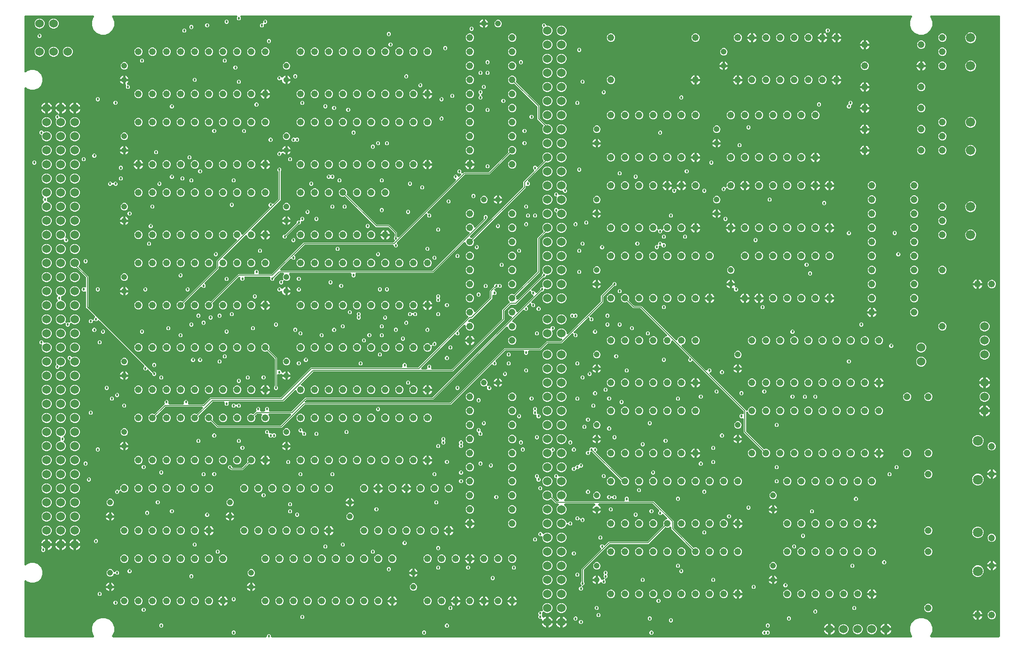
<source format=gbr>
G04 EAGLE Gerber RS-274X export*
G75*
%MOMM*%
%FSLAX34Y34*%
%LPD*%
%INCopper Layer 15*%
%IPPOS*%
%AMOC8*
5,1,8,0,0,1.08239X$1,22.5*%
G01*
%ADD10C,1.219200*%
%ADD11C,1.676400*%
%ADD12C,1.050000*%
%ADD13C,1.524000*%
%ADD14C,1.800000*%
%ADD15C,1.200000*%
%ADD16C,0.457200*%
%ADD17C,0.127000*%

G36*
X134220Y10670D02*
X134220Y10670D01*
X134229Y10669D01*
X134420Y10690D01*
X134611Y10709D01*
X134620Y10711D01*
X134629Y10712D01*
X134812Y10770D01*
X134996Y10827D01*
X135004Y10831D01*
X135013Y10834D01*
X135180Y10926D01*
X135350Y11019D01*
X135357Y11024D01*
X135365Y11029D01*
X135511Y11153D01*
X135660Y11276D01*
X135665Y11283D01*
X135672Y11289D01*
X135791Y11440D01*
X135912Y11590D01*
X135916Y11598D01*
X135922Y11605D01*
X136009Y11778D01*
X136097Y11947D01*
X136100Y11956D01*
X136104Y11964D01*
X136156Y12149D01*
X136209Y12334D01*
X136210Y12343D01*
X136212Y12352D01*
X136226Y12543D01*
X136242Y12736D01*
X136241Y12744D01*
X136241Y12753D01*
X136217Y12945D01*
X136195Y13135D01*
X136192Y13144D01*
X136191Y13153D01*
X136130Y13335D01*
X136070Y13518D01*
X136066Y13526D01*
X136063Y13535D01*
X135967Y13700D01*
X135872Y13869D01*
X135866Y13876D01*
X135862Y13883D01*
X135647Y14136D01*
X135605Y14178D01*
X132589Y21459D01*
X132589Y29341D01*
X135605Y36622D01*
X141178Y42195D01*
X148459Y45211D01*
X156341Y45211D01*
X163622Y42195D01*
X169195Y36622D01*
X172211Y29341D01*
X172211Y21459D01*
X169195Y14178D01*
X169153Y14136D01*
X169147Y14129D01*
X169140Y14124D01*
X169020Y13974D01*
X168898Y13825D01*
X168894Y13817D01*
X168888Y13810D01*
X168800Y13640D01*
X168709Y13469D01*
X168707Y13461D01*
X168703Y13453D01*
X168649Y13267D01*
X168594Y13083D01*
X168594Y13074D01*
X168591Y13066D01*
X168575Y12874D01*
X168558Y12682D01*
X168559Y12673D01*
X168558Y12664D01*
X168581Y12474D01*
X168601Y12282D01*
X168604Y12274D01*
X168605Y12265D01*
X168665Y12082D01*
X168723Y11898D01*
X168727Y11890D01*
X168730Y11882D01*
X168824Y11715D01*
X168918Y11546D01*
X168924Y11539D01*
X168928Y11531D01*
X169053Y11386D01*
X169178Y11239D01*
X169185Y11233D01*
X169191Y11227D01*
X169342Y11109D01*
X169494Y10989D01*
X169502Y10985D01*
X169509Y10980D01*
X169681Y10894D01*
X169853Y10807D01*
X169862Y10804D01*
X169870Y10800D01*
X170057Y10750D01*
X170241Y10699D01*
X170250Y10698D01*
X170258Y10696D01*
X170589Y10669D01*
X445262Y10669D01*
X445280Y10671D01*
X445298Y10669D01*
X445480Y10690D01*
X445663Y10709D01*
X445680Y10714D01*
X445697Y10716D01*
X445872Y10773D01*
X446048Y10827D01*
X446063Y10835D01*
X446080Y10841D01*
X446240Y10931D01*
X446402Y11019D01*
X446415Y11030D01*
X446431Y11039D01*
X446570Y11159D01*
X446711Y11276D01*
X446722Y11290D01*
X446736Y11302D01*
X446848Y11447D01*
X446963Y11590D01*
X446971Y11606D01*
X446982Y11620D01*
X447064Y11785D01*
X447149Y11947D01*
X447154Y11964D01*
X447162Y11981D01*
X447209Y12159D01*
X447260Y12334D01*
X447262Y12352D01*
X447266Y12369D01*
X447293Y12700D01*
X447293Y14173D01*
X449377Y16257D01*
X452323Y16257D01*
X454407Y14173D01*
X454407Y12700D01*
X454409Y12682D01*
X454407Y12664D01*
X454428Y12482D01*
X454447Y12299D01*
X454452Y12282D01*
X454454Y12265D01*
X454511Y12090D01*
X454565Y11914D01*
X454573Y11899D01*
X454579Y11882D01*
X454669Y11722D01*
X454757Y11560D01*
X454768Y11547D01*
X454777Y11531D01*
X454897Y11392D01*
X455014Y11251D01*
X455028Y11240D01*
X455040Y11227D01*
X455185Y11114D01*
X455328Y10999D01*
X455344Y10991D01*
X455358Y10980D01*
X455523Y10898D01*
X455685Y10813D01*
X455702Y10808D01*
X455718Y10800D01*
X455897Y10753D01*
X456072Y10702D01*
X456090Y10700D01*
X456107Y10696D01*
X456438Y10669D01*
X1607411Y10669D01*
X1607420Y10670D01*
X1607429Y10669D01*
X1607620Y10690D01*
X1607811Y10709D01*
X1607820Y10711D01*
X1607829Y10712D01*
X1608012Y10770D01*
X1608196Y10827D01*
X1608204Y10831D01*
X1608213Y10834D01*
X1608380Y10926D01*
X1608550Y11019D01*
X1608557Y11024D01*
X1608565Y11029D01*
X1608711Y11153D01*
X1608860Y11276D01*
X1608865Y11283D01*
X1608872Y11289D01*
X1608991Y11440D01*
X1609112Y11590D01*
X1609116Y11598D01*
X1609122Y11605D01*
X1609209Y11778D01*
X1609297Y11947D01*
X1609300Y11956D01*
X1609304Y11964D01*
X1609356Y12149D01*
X1609409Y12334D01*
X1609410Y12343D01*
X1609412Y12352D01*
X1609426Y12543D01*
X1609442Y12736D01*
X1609441Y12744D01*
X1609441Y12753D01*
X1609417Y12945D01*
X1609395Y13135D01*
X1609392Y13144D01*
X1609391Y13153D01*
X1609330Y13335D01*
X1609270Y13518D01*
X1609266Y13526D01*
X1609263Y13535D01*
X1609167Y13700D01*
X1609072Y13869D01*
X1609066Y13876D01*
X1609062Y13883D01*
X1608847Y14136D01*
X1608805Y14178D01*
X1605789Y21459D01*
X1605789Y29341D01*
X1608805Y36622D01*
X1614378Y42195D01*
X1621659Y45211D01*
X1629541Y45211D01*
X1636822Y42195D01*
X1642395Y36622D01*
X1645411Y29341D01*
X1645411Y21459D01*
X1642395Y14178D01*
X1642353Y14136D01*
X1642347Y14129D01*
X1642340Y14124D01*
X1642220Y13974D01*
X1642098Y13825D01*
X1642094Y13817D01*
X1642088Y13810D01*
X1642000Y13640D01*
X1641909Y13469D01*
X1641907Y13461D01*
X1641903Y13453D01*
X1641849Y13267D01*
X1641794Y13083D01*
X1641794Y13074D01*
X1641791Y13066D01*
X1641775Y12874D01*
X1641758Y12682D01*
X1641759Y12673D01*
X1641758Y12664D01*
X1641781Y12474D01*
X1641801Y12282D01*
X1641804Y12274D01*
X1641805Y12265D01*
X1641865Y12082D01*
X1641923Y11898D01*
X1641927Y11890D01*
X1641930Y11882D01*
X1642024Y11715D01*
X1642118Y11546D01*
X1642124Y11539D01*
X1642128Y11531D01*
X1642253Y11386D01*
X1642378Y11239D01*
X1642385Y11233D01*
X1642391Y11227D01*
X1642542Y11109D01*
X1642694Y10989D01*
X1642702Y10985D01*
X1642709Y10980D01*
X1642881Y10894D01*
X1643053Y10807D01*
X1643062Y10804D01*
X1643070Y10800D01*
X1643257Y10750D01*
X1643441Y10699D01*
X1643450Y10698D01*
X1643458Y10696D01*
X1643789Y10669D01*
X1765300Y10669D01*
X1765318Y10671D01*
X1765336Y10669D01*
X1765518Y10690D01*
X1765701Y10709D01*
X1765718Y10714D01*
X1765735Y10716D01*
X1765910Y10773D01*
X1766086Y10827D01*
X1766101Y10835D01*
X1766118Y10841D01*
X1766278Y10931D01*
X1766440Y11019D01*
X1766453Y11030D01*
X1766469Y11039D01*
X1766608Y11159D01*
X1766749Y11276D01*
X1766760Y11290D01*
X1766774Y11302D01*
X1766886Y11447D01*
X1767001Y11590D01*
X1767009Y11606D01*
X1767020Y11620D01*
X1767102Y11785D01*
X1767187Y11947D01*
X1767192Y11964D01*
X1767200Y11981D01*
X1767247Y12159D01*
X1767298Y12334D01*
X1767300Y12352D01*
X1767304Y12369D01*
X1767331Y12700D01*
X1767331Y1130300D01*
X1767329Y1130318D01*
X1767331Y1130336D01*
X1767310Y1130518D01*
X1767291Y1130701D01*
X1767286Y1130718D01*
X1767284Y1130735D01*
X1767227Y1130910D01*
X1767173Y1131086D01*
X1767165Y1131101D01*
X1767159Y1131118D01*
X1767069Y1131278D01*
X1766981Y1131440D01*
X1766970Y1131453D01*
X1766961Y1131469D01*
X1766841Y1131608D01*
X1766724Y1131749D01*
X1766710Y1131760D01*
X1766698Y1131774D01*
X1766553Y1131886D01*
X1766410Y1132001D01*
X1766394Y1132009D01*
X1766380Y1132020D01*
X1766215Y1132102D01*
X1766053Y1132187D01*
X1766036Y1132192D01*
X1766020Y1132200D01*
X1765841Y1132247D01*
X1765666Y1132298D01*
X1765648Y1132300D01*
X1765631Y1132304D01*
X1765300Y1132331D01*
X1643789Y1132331D01*
X1643780Y1132330D01*
X1643771Y1132331D01*
X1643578Y1132310D01*
X1643389Y1132291D01*
X1643380Y1132289D01*
X1643371Y1132288D01*
X1643187Y1132229D01*
X1643004Y1132173D01*
X1642996Y1132169D01*
X1642987Y1132166D01*
X1642819Y1132073D01*
X1642650Y1131981D01*
X1642643Y1131976D01*
X1642635Y1131971D01*
X1642488Y1131847D01*
X1642340Y1131724D01*
X1642335Y1131717D01*
X1642328Y1131711D01*
X1642208Y1131559D01*
X1642088Y1131410D01*
X1642084Y1131402D01*
X1642078Y1131395D01*
X1641991Y1131222D01*
X1641903Y1131053D01*
X1641900Y1131044D01*
X1641896Y1131036D01*
X1641844Y1130850D01*
X1641791Y1130666D01*
X1641790Y1130657D01*
X1641788Y1130648D01*
X1641774Y1130455D01*
X1641758Y1130264D01*
X1641759Y1130256D01*
X1641759Y1130247D01*
X1641783Y1130054D01*
X1641805Y1129865D01*
X1641808Y1129856D01*
X1641809Y1129847D01*
X1641870Y1129665D01*
X1641930Y1129482D01*
X1641934Y1129474D01*
X1641937Y1129466D01*
X1642033Y1129299D01*
X1642128Y1129131D01*
X1642134Y1129124D01*
X1642138Y1129117D01*
X1642353Y1128864D01*
X1642395Y1128822D01*
X1645411Y1121541D01*
X1645411Y1113659D01*
X1642395Y1106378D01*
X1636822Y1100805D01*
X1629541Y1097789D01*
X1621659Y1097789D01*
X1614378Y1100805D01*
X1608805Y1106378D01*
X1605789Y1113659D01*
X1605789Y1121541D01*
X1608805Y1128822D01*
X1608847Y1128864D01*
X1608853Y1128871D01*
X1608860Y1128876D01*
X1608980Y1129026D01*
X1609102Y1129175D01*
X1609106Y1129183D01*
X1609112Y1129190D01*
X1609201Y1129361D01*
X1609291Y1129531D01*
X1609293Y1129539D01*
X1609297Y1129547D01*
X1609351Y1129733D01*
X1609406Y1129917D01*
X1609406Y1129926D01*
X1609409Y1129934D01*
X1609425Y1130126D01*
X1609442Y1130318D01*
X1609441Y1130327D01*
X1609442Y1130336D01*
X1609420Y1130525D01*
X1609399Y1130718D01*
X1609396Y1130727D01*
X1609395Y1130735D01*
X1609335Y1130917D01*
X1609277Y1131102D01*
X1609273Y1131110D01*
X1609270Y1131118D01*
X1609175Y1131287D01*
X1609082Y1131454D01*
X1609077Y1131461D01*
X1609072Y1131469D01*
X1608946Y1131615D01*
X1608822Y1131761D01*
X1608815Y1131767D01*
X1608809Y1131774D01*
X1608658Y1131891D01*
X1608506Y1132011D01*
X1608498Y1132015D01*
X1608491Y1132020D01*
X1608319Y1132106D01*
X1608147Y1132193D01*
X1608138Y1132196D01*
X1608130Y1132200D01*
X1607944Y1132250D01*
X1607759Y1132301D01*
X1607750Y1132302D01*
X1607742Y1132304D01*
X1607411Y1132331D01*
X401603Y1132331D01*
X401594Y1132330D01*
X401585Y1132331D01*
X401391Y1132310D01*
X401202Y1132291D01*
X401194Y1132289D01*
X401185Y1132288D01*
X401000Y1132229D01*
X400817Y1132173D01*
X400809Y1132169D01*
X400801Y1132166D01*
X400632Y1132073D01*
X400463Y1131981D01*
X400456Y1131976D01*
X400448Y1131971D01*
X400301Y1131847D01*
X400154Y1131724D01*
X400148Y1131717D01*
X400141Y1131711D01*
X400022Y1131559D01*
X399901Y1131410D01*
X399897Y1131402D01*
X399892Y1131395D01*
X399804Y1131222D01*
X399716Y1131053D01*
X399714Y1131044D01*
X399709Y1131036D01*
X399658Y1130850D01*
X399605Y1130666D01*
X399604Y1130657D01*
X399601Y1130648D01*
X399587Y1130455D01*
X399572Y1130264D01*
X399573Y1130256D01*
X399572Y1130247D01*
X399596Y1130054D01*
X399619Y1129865D01*
X399621Y1129856D01*
X399622Y1129847D01*
X399684Y1129665D01*
X399743Y1129482D01*
X399748Y1129474D01*
X399751Y1129466D01*
X399847Y1129299D01*
X399941Y1129131D01*
X399947Y1129124D01*
X399952Y1129117D01*
X400166Y1128864D01*
X400432Y1128598D01*
X400432Y1125652D01*
X398348Y1123568D01*
X395402Y1123568D01*
X393318Y1125652D01*
X393318Y1128598D01*
X393584Y1128864D01*
X393589Y1128871D01*
X393596Y1128876D01*
X393717Y1129026D01*
X393839Y1129175D01*
X393843Y1129183D01*
X393849Y1129190D01*
X393937Y1129361D01*
X394027Y1129531D01*
X394030Y1129539D01*
X394034Y1129547D01*
X394087Y1129733D01*
X394142Y1129917D01*
X394143Y1129926D01*
X394145Y1129934D01*
X394161Y1130126D01*
X394179Y1130318D01*
X394178Y1130327D01*
X394178Y1130336D01*
X394156Y1130525D01*
X394135Y1130718D01*
X394132Y1130727D01*
X394131Y1130735D01*
X394072Y1130917D01*
X394014Y1131102D01*
X394009Y1131110D01*
X394007Y1131118D01*
X393912Y1131287D01*
X393819Y1131454D01*
X393813Y1131461D01*
X393809Y1131469D01*
X393683Y1131615D01*
X393558Y1131761D01*
X393551Y1131767D01*
X393546Y1131774D01*
X393394Y1131891D01*
X393242Y1132011D01*
X393234Y1132015D01*
X393227Y1132020D01*
X393055Y1132106D01*
X392883Y1132193D01*
X392875Y1132196D01*
X392867Y1132200D01*
X392680Y1132250D01*
X392496Y1132301D01*
X392487Y1132302D01*
X392478Y1132304D01*
X392147Y1132331D01*
X170589Y1132331D01*
X170580Y1132330D01*
X170571Y1132331D01*
X170378Y1132310D01*
X170189Y1132291D01*
X170180Y1132289D01*
X170171Y1132288D01*
X169987Y1132229D01*
X169804Y1132173D01*
X169796Y1132169D01*
X169787Y1132166D01*
X169619Y1132073D01*
X169450Y1131981D01*
X169443Y1131976D01*
X169435Y1131971D01*
X169288Y1131847D01*
X169140Y1131724D01*
X169135Y1131717D01*
X169128Y1131711D01*
X169008Y1131559D01*
X168888Y1131410D01*
X168884Y1131402D01*
X168878Y1131395D01*
X168791Y1131222D01*
X168703Y1131053D01*
X168700Y1131044D01*
X168696Y1131036D01*
X168644Y1130850D01*
X168591Y1130666D01*
X168590Y1130657D01*
X168588Y1130648D01*
X168574Y1130455D01*
X168558Y1130264D01*
X168559Y1130256D01*
X168559Y1130247D01*
X168583Y1130054D01*
X168605Y1129865D01*
X168608Y1129856D01*
X168609Y1129847D01*
X168670Y1129665D01*
X168730Y1129482D01*
X168734Y1129474D01*
X168737Y1129466D01*
X168833Y1129299D01*
X168928Y1129131D01*
X168934Y1129124D01*
X168938Y1129117D01*
X169153Y1128864D01*
X169195Y1128822D01*
X172211Y1121541D01*
X172211Y1113659D01*
X169195Y1106378D01*
X163622Y1100805D01*
X156341Y1097789D01*
X148459Y1097789D01*
X141178Y1100805D01*
X135605Y1106378D01*
X132589Y1113659D01*
X132589Y1121541D01*
X135605Y1128822D01*
X135647Y1128864D01*
X135653Y1128871D01*
X135660Y1128876D01*
X135780Y1129026D01*
X135902Y1129175D01*
X135906Y1129183D01*
X135912Y1129190D01*
X136001Y1129361D01*
X136091Y1129531D01*
X136093Y1129539D01*
X136097Y1129547D01*
X136151Y1129733D01*
X136206Y1129917D01*
X136206Y1129926D01*
X136209Y1129934D01*
X136225Y1130126D01*
X136242Y1130318D01*
X136241Y1130327D01*
X136242Y1130336D01*
X136220Y1130525D01*
X136199Y1130718D01*
X136196Y1130727D01*
X136195Y1130735D01*
X136135Y1130917D01*
X136077Y1131102D01*
X136073Y1131110D01*
X136070Y1131118D01*
X135975Y1131287D01*
X135882Y1131454D01*
X135877Y1131461D01*
X135872Y1131469D01*
X135746Y1131615D01*
X135622Y1131761D01*
X135615Y1131767D01*
X135609Y1131774D01*
X135458Y1131891D01*
X135306Y1132011D01*
X135298Y1132015D01*
X135291Y1132020D01*
X135119Y1132106D01*
X134947Y1132193D01*
X134938Y1132196D01*
X134930Y1132200D01*
X134744Y1132250D01*
X134559Y1132301D01*
X134550Y1132302D01*
X134542Y1132304D01*
X134211Y1132331D01*
X12700Y1132331D01*
X12682Y1132329D01*
X12664Y1132331D01*
X12482Y1132310D01*
X12299Y1132291D01*
X12282Y1132286D01*
X12265Y1132284D01*
X12090Y1132227D01*
X11914Y1132173D01*
X11899Y1132165D01*
X11882Y1132159D01*
X11722Y1132069D01*
X11560Y1131981D01*
X11547Y1131970D01*
X11531Y1131961D01*
X11392Y1131841D01*
X11251Y1131724D01*
X11240Y1131710D01*
X11227Y1131698D01*
X11114Y1131553D01*
X10999Y1131410D01*
X10991Y1131394D01*
X10980Y1131380D01*
X10898Y1131215D01*
X10813Y1131053D01*
X10808Y1131036D01*
X10800Y1131020D01*
X10753Y1130841D01*
X10702Y1130666D01*
X10700Y1130648D01*
X10696Y1130631D01*
X10669Y1130300D01*
X10669Y1031382D01*
X10670Y1031374D01*
X10669Y1031365D01*
X10690Y1031172D01*
X10709Y1030982D01*
X10711Y1030973D01*
X10712Y1030964D01*
X10770Y1030781D01*
X10827Y1030597D01*
X10831Y1030589D01*
X10834Y1030580D01*
X10927Y1030412D01*
X11019Y1030243D01*
X11024Y1030236D01*
X11029Y1030228D01*
X11155Y1030079D01*
X11276Y1029934D01*
X11283Y1029928D01*
X11289Y1029921D01*
X11442Y1029800D01*
X11590Y1029681D01*
X11598Y1029677D01*
X11605Y1029672D01*
X11777Y1029584D01*
X11947Y1029496D01*
X11956Y1029493D01*
X11964Y1029489D01*
X12150Y1029437D01*
X12334Y1029384D01*
X12343Y1029384D01*
X12352Y1029381D01*
X12544Y1029367D01*
X12736Y1029351D01*
X12744Y1029352D01*
X12753Y1029352D01*
X12946Y1029376D01*
X13135Y1029398D01*
X13144Y1029401D01*
X13153Y1029402D01*
X13335Y1029464D01*
X13518Y1029523D01*
X13526Y1029528D01*
X13534Y1029530D01*
X13700Y1029626D01*
X13869Y1029721D01*
X13876Y1029727D01*
X13883Y1029731D01*
X14136Y1029946D01*
X15328Y1031138D01*
X21863Y1033845D01*
X28937Y1033845D01*
X35472Y1031138D01*
X40474Y1026136D01*
X43181Y1019601D01*
X43181Y1012527D01*
X40474Y1005992D01*
X35472Y1000990D01*
X28937Y998283D01*
X21863Y998283D01*
X15328Y1000990D01*
X14136Y1002182D01*
X14129Y1002188D01*
X14124Y1002194D01*
X13973Y1002316D01*
X13825Y1002437D01*
X13817Y1002441D01*
X13810Y1002447D01*
X13640Y1002535D01*
X13469Y1002626D01*
X13461Y1002628D01*
X13453Y1002632D01*
X13268Y1002685D01*
X13083Y1002740D01*
X13074Y1002741D01*
X13066Y1002744D01*
X12875Y1002759D01*
X12682Y1002777D01*
X12673Y1002776D01*
X12664Y1002777D01*
X12475Y1002754D01*
X12282Y1002733D01*
X12273Y1002731D01*
X12265Y1002730D01*
X12083Y1002670D01*
X11898Y1002612D01*
X11890Y1002608D01*
X11882Y1002605D01*
X11715Y1002511D01*
X11546Y1002417D01*
X11539Y1002411D01*
X11531Y1002407D01*
X11386Y1002282D01*
X11239Y1002157D01*
X11233Y1002150D01*
X11227Y1002144D01*
X11110Y1001993D01*
X10989Y1001841D01*
X10985Y1001833D01*
X10980Y1001826D01*
X10895Y1001655D01*
X10807Y1001482D01*
X10804Y1001473D01*
X10800Y1001465D01*
X10751Y1001280D01*
X10699Y1001094D01*
X10698Y1001085D01*
X10696Y1001076D01*
X10669Y1000746D01*
X10669Y142254D01*
X10670Y142246D01*
X10669Y142237D01*
X10690Y142045D01*
X10709Y141854D01*
X10711Y141845D01*
X10712Y141836D01*
X10770Y141654D01*
X10827Y141469D01*
X10831Y141461D01*
X10834Y141452D01*
X10927Y141284D01*
X11019Y141115D01*
X11024Y141108D01*
X11029Y141100D01*
X11154Y140952D01*
X11276Y140806D01*
X11283Y140800D01*
X11289Y140793D01*
X11441Y140673D01*
X11590Y140553D01*
X11598Y140549D01*
X11605Y140544D01*
X11777Y140456D01*
X11947Y140368D01*
X11956Y140365D01*
X11964Y140361D01*
X12150Y140309D01*
X12334Y140256D01*
X12343Y140256D01*
X12352Y140253D01*
X12544Y140239D01*
X12736Y140223D01*
X12744Y140224D01*
X12753Y140224D01*
X12946Y140248D01*
X13135Y140270D01*
X13144Y140273D01*
X13153Y140274D01*
X13336Y140336D01*
X13518Y140395D01*
X13526Y140400D01*
X13534Y140402D01*
X13700Y140498D01*
X13869Y140593D01*
X13876Y140599D01*
X13883Y140603D01*
X14136Y140818D01*
X15328Y142010D01*
X17376Y142858D01*
X21863Y144717D01*
X28937Y144717D01*
X35472Y142010D01*
X40474Y137008D01*
X43181Y130473D01*
X43181Y123399D01*
X40474Y116864D01*
X35472Y111862D01*
X28937Y109155D01*
X21863Y109155D01*
X15328Y111862D01*
X14136Y113054D01*
X14129Y113060D01*
X14124Y113066D01*
X13973Y113188D01*
X13825Y113309D01*
X13817Y113313D01*
X13810Y113319D01*
X13640Y113407D01*
X13469Y113498D01*
X13461Y113500D01*
X13453Y113504D01*
X13268Y113557D01*
X13083Y113612D01*
X13074Y113613D01*
X13066Y113616D01*
X12875Y113631D01*
X12682Y113649D01*
X12673Y113648D01*
X12664Y113649D01*
X12475Y113626D01*
X12282Y113605D01*
X12273Y113603D01*
X12265Y113602D01*
X12083Y113542D01*
X11898Y113484D01*
X11890Y113480D01*
X11882Y113477D01*
X11715Y113382D01*
X11546Y113289D01*
X11539Y113283D01*
X11531Y113279D01*
X11386Y113154D01*
X11239Y113029D01*
X11233Y113022D01*
X11227Y113016D01*
X11110Y112865D01*
X10989Y112713D01*
X10985Y112705D01*
X10980Y112698D01*
X10895Y112527D01*
X10807Y112354D01*
X10804Y112345D01*
X10800Y112337D01*
X10750Y112151D01*
X10699Y111966D01*
X10698Y111957D01*
X10696Y111948D01*
X10669Y111618D01*
X10669Y12700D01*
X10671Y12682D01*
X10669Y12664D01*
X10690Y12482D01*
X10709Y12299D01*
X10714Y12282D01*
X10716Y12265D01*
X10773Y12090D01*
X10827Y11914D01*
X10835Y11899D01*
X10841Y11882D01*
X10931Y11722D01*
X11019Y11560D01*
X11030Y11547D01*
X11039Y11531D01*
X11159Y11392D01*
X11276Y11251D01*
X11290Y11240D01*
X11302Y11227D01*
X11447Y11114D01*
X11590Y10999D01*
X11606Y10991D01*
X11620Y10980D01*
X11785Y10898D01*
X11947Y10813D01*
X11964Y10808D01*
X11981Y10800D01*
X12159Y10753D01*
X12334Y10702D01*
X12352Y10700D01*
X12369Y10696D01*
X12700Y10669D01*
X134211Y10669D01*
X134220Y10670D01*
G37*
%LPC*%
G36*
X357986Y388619D02*
X357986Y388619D01*
X356274Y390331D01*
X347592Y399013D01*
X347575Y399027D01*
X347560Y399044D01*
X347419Y399154D01*
X347281Y399268D01*
X347261Y399278D01*
X347243Y399292D01*
X347083Y399372D01*
X346925Y399456D01*
X346904Y399463D01*
X346884Y399473D01*
X346710Y399520D01*
X346539Y399571D01*
X346517Y399573D01*
X346495Y399579D01*
X346317Y399591D01*
X346138Y399608D01*
X346116Y399605D01*
X346094Y399607D01*
X345917Y399584D01*
X345738Y399564D01*
X345716Y399557D01*
X345694Y399554D01*
X345379Y399453D01*
X344365Y399033D01*
X341435Y399033D01*
X338727Y400155D01*
X336655Y402227D01*
X335533Y404935D01*
X335533Y407865D01*
X336655Y410573D01*
X338727Y412645D01*
X341435Y413767D01*
X344365Y413767D01*
X347073Y412645D01*
X349145Y410573D01*
X350267Y407865D01*
X350267Y404935D01*
X349847Y403921D01*
X349841Y403900D01*
X349830Y403880D01*
X349782Y403707D01*
X349731Y403536D01*
X349728Y403514D01*
X349722Y403492D01*
X349709Y403313D01*
X349692Y403135D01*
X349695Y403113D01*
X349693Y403091D01*
X349716Y402912D01*
X349734Y402735D01*
X349741Y402713D01*
X349743Y402691D01*
X349800Y402522D01*
X349854Y402350D01*
X349865Y402331D01*
X349872Y402310D01*
X349961Y402154D01*
X350047Y401997D01*
X350061Y401980D01*
X350073Y401961D01*
X350287Y401708D01*
X358969Y393026D01*
X358990Y393009D01*
X359008Y392988D01*
X359146Y392881D01*
X359281Y392771D01*
X359305Y392758D01*
X359326Y392742D01*
X359483Y392664D01*
X359637Y392582D01*
X359662Y392574D01*
X359686Y392562D01*
X359856Y392517D01*
X360023Y392467D01*
X360049Y392465D01*
X360075Y392458D01*
X360406Y392431D01*
X471444Y392431D01*
X471471Y392433D01*
X471498Y392431D01*
X471671Y392453D01*
X471845Y392471D01*
X471870Y392478D01*
X471897Y392482D01*
X472063Y392537D01*
X472230Y392589D01*
X472253Y392602D01*
X472279Y392610D01*
X472430Y392697D01*
X472584Y392781D01*
X472604Y392798D01*
X472628Y392811D01*
X472881Y393026D01*
X490407Y410552D01*
X490412Y410559D01*
X490419Y410564D01*
X490539Y410714D01*
X490662Y410863D01*
X490666Y410871D01*
X490671Y410878D01*
X490760Y411048D01*
X490850Y411219D01*
X490853Y411228D01*
X490857Y411235D01*
X490910Y411420D01*
X490965Y411605D01*
X490966Y411614D01*
X490968Y411622D01*
X490984Y411811D01*
X491001Y412006D01*
X491001Y412015D01*
X491001Y412024D01*
X490979Y412210D01*
X490958Y412406D01*
X490955Y412415D01*
X490954Y412423D01*
X490895Y412605D01*
X490837Y412790D01*
X490832Y412798D01*
X490829Y412806D01*
X490734Y412975D01*
X490642Y413142D01*
X490636Y413149D01*
X490632Y413157D01*
X490506Y413303D01*
X490381Y413449D01*
X490374Y413455D01*
X490368Y413462D01*
X490217Y413579D01*
X490065Y413699D01*
X490057Y413703D01*
X490050Y413708D01*
X489878Y413794D01*
X489706Y413881D01*
X489698Y413884D01*
X489690Y413888D01*
X489503Y413938D01*
X489319Y413989D01*
X489310Y413990D01*
X489301Y413992D01*
X488970Y414019D01*
X452203Y414019D01*
X452194Y414018D01*
X452185Y414019D01*
X451994Y413998D01*
X451802Y413979D01*
X451794Y413977D01*
X451785Y413976D01*
X451601Y413918D01*
X451417Y413861D01*
X451409Y413857D01*
X451401Y413854D01*
X451232Y413761D01*
X451063Y413669D01*
X451056Y413664D01*
X451048Y413659D01*
X450899Y413533D01*
X450754Y413412D01*
X450748Y413405D01*
X450741Y413399D01*
X450621Y413247D01*
X450502Y413098D01*
X450497Y413090D01*
X450492Y413083D01*
X450405Y412911D01*
X450316Y412741D01*
X450314Y412732D01*
X450310Y412724D01*
X450258Y412539D01*
X450205Y412354D01*
X450204Y412345D01*
X450202Y412336D01*
X450187Y412144D01*
X450172Y411952D01*
X450173Y411944D01*
X450172Y411935D01*
X450196Y411742D01*
X450219Y411553D01*
X450221Y411544D01*
X450223Y411535D01*
X450284Y411352D01*
X450344Y411170D01*
X450348Y411162D01*
X450351Y411153D01*
X450447Y410987D01*
X450541Y410819D01*
X450547Y410812D01*
X450552Y410805D01*
X450742Y410580D01*
X451867Y407865D01*
X451867Y404935D01*
X450745Y402227D01*
X448673Y400155D01*
X445965Y399033D01*
X443035Y399033D01*
X440327Y400155D01*
X438255Y402227D01*
X437133Y404935D01*
X437133Y407865D01*
X438257Y410577D01*
X438366Y410714D01*
X438489Y410863D01*
X438493Y410871D01*
X438498Y410878D01*
X438587Y411048D01*
X438677Y411219D01*
X438680Y411227D01*
X438684Y411235D01*
X438737Y411420D01*
X438792Y411605D01*
X438793Y411614D01*
X438795Y411622D01*
X438811Y411814D01*
X438828Y412006D01*
X438827Y412015D01*
X438828Y412024D01*
X438806Y412214D01*
X438785Y412406D01*
X438782Y412414D01*
X438781Y412423D01*
X438721Y412607D01*
X438664Y412790D01*
X438659Y412798D01*
X438656Y412806D01*
X438561Y412975D01*
X438469Y413142D01*
X438463Y413149D01*
X438459Y413157D01*
X438332Y413303D01*
X438208Y413449D01*
X438201Y413455D01*
X438195Y413462D01*
X438044Y413579D01*
X437892Y413699D01*
X437884Y413703D01*
X437877Y413708D01*
X437705Y413794D01*
X437533Y413881D01*
X437525Y413884D01*
X437517Y413888D01*
X437330Y413938D01*
X437146Y413989D01*
X437137Y413990D01*
X437128Y413992D01*
X436797Y414019D01*
X430256Y414019D01*
X430229Y414017D01*
X430202Y414019D01*
X430029Y413997D01*
X429855Y413979D01*
X429830Y413972D01*
X429803Y413968D01*
X429637Y413912D01*
X429470Y413861D01*
X429447Y413849D01*
X429421Y413840D01*
X429270Y413753D01*
X429116Y413669D01*
X429096Y413652D01*
X429072Y413639D01*
X428819Y413424D01*
X426487Y411092D01*
X426473Y411075D01*
X426456Y411060D01*
X426346Y410919D01*
X426232Y410781D01*
X426222Y410761D01*
X426208Y410743D01*
X426128Y410583D01*
X426044Y410425D01*
X426037Y410404D01*
X426027Y410384D01*
X425980Y410211D01*
X425929Y410039D01*
X425927Y410017D01*
X425921Y409995D01*
X425909Y409817D01*
X425892Y409638D01*
X425895Y409616D01*
X425893Y409594D01*
X425916Y409417D01*
X425936Y409238D01*
X425943Y409216D01*
X425946Y409194D01*
X426047Y408879D01*
X426467Y407865D01*
X426467Y404935D01*
X425345Y402227D01*
X423273Y400155D01*
X420565Y399033D01*
X417635Y399033D01*
X414927Y400155D01*
X412855Y402227D01*
X411733Y404935D01*
X411733Y407865D01*
X412855Y410573D01*
X414927Y412645D01*
X417635Y413767D01*
X420565Y413767D01*
X421579Y413347D01*
X421600Y413341D01*
X421620Y413330D01*
X421793Y413282D01*
X421964Y413231D01*
X421986Y413228D01*
X422008Y413222D01*
X422187Y413209D01*
X422365Y413192D01*
X422387Y413195D01*
X422409Y413193D01*
X422588Y413216D01*
X422765Y413234D01*
X422787Y413241D01*
X422809Y413243D01*
X422978Y413300D01*
X423150Y413354D01*
X423169Y413365D01*
X423190Y413372D01*
X423345Y413461D01*
X423503Y413547D01*
X423520Y413562D01*
X423539Y413573D01*
X423792Y413787D01*
X426124Y416119D01*
X428089Y418084D01*
X428100Y418098D01*
X428114Y418109D01*
X428227Y418253D01*
X428344Y418395D01*
X428352Y418411D01*
X428363Y418425D01*
X428447Y418589D01*
X428532Y418751D01*
X428537Y418768D01*
X428546Y418784D01*
X428595Y418962D01*
X428647Y419137D01*
X428649Y419155D01*
X428654Y419172D01*
X428667Y419353D01*
X428684Y419538D01*
X428682Y419556D01*
X428683Y419573D01*
X428660Y419755D01*
X428640Y419938D01*
X428635Y419955D01*
X428632Y419973D01*
X428574Y420146D01*
X428519Y420322D01*
X428510Y420338D01*
X428504Y420355D01*
X428413Y420514D01*
X428324Y420674D01*
X428312Y420688D01*
X428303Y420703D01*
X428243Y420774D01*
X428243Y423748D01*
X430327Y425832D01*
X433273Y425832D01*
X435357Y423748D01*
X435357Y420454D01*
X435350Y420431D01*
X435295Y420245D01*
X435294Y420236D01*
X435292Y420228D01*
X435276Y420034D01*
X435258Y419845D01*
X435259Y419835D01*
X435259Y419826D01*
X435281Y419637D01*
X435302Y419444D01*
X435304Y419436D01*
X435306Y419427D01*
X435366Y419242D01*
X435423Y419060D01*
X435428Y419052D01*
X435430Y419044D01*
X435525Y418876D01*
X435618Y418708D01*
X435624Y418701D01*
X435628Y418693D01*
X435754Y418548D01*
X435878Y418401D01*
X435886Y418395D01*
X435891Y418388D01*
X436043Y418271D01*
X436194Y418151D01*
X436202Y418147D01*
X436210Y418142D01*
X436382Y418056D01*
X436553Y417969D01*
X436562Y417966D01*
X436570Y417962D01*
X436757Y417912D01*
X436941Y417861D01*
X436950Y417860D01*
X436959Y417858D01*
X437290Y417831D01*
X442185Y417831D01*
X442195Y417832D01*
X442204Y417831D01*
X442393Y417851D01*
X442586Y417871D01*
X442595Y417873D01*
X442604Y417874D01*
X442785Y417932D01*
X442971Y417989D01*
X442979Y417993D01*
X442988Y417996D01*
X443155Y418088D01*
X443325Y418181D01*
X443332Y418186D01*
X443340Y418191D01*
X443486Y418315D01*
X443634Y418438D01*
X443640Y418445D01*
X443647Y418451D01*
X443766Y418602D01*
X443887Y418752D01*
X443891Y418760D01*
X443896Y418767D01*
X443984Y418940D01*
X444072Y419109D01*
X444075Y419118D01*
X444079Y419126D01*
X444130Y419311D01*
X444183Y419496D01*
X444184Y419505D01*
X444187Y419514D01*
X444200Y419703D01*
X444216Y419898D01*
X444215Y419907D01*
X444216Y419916D01*
X444192Y420105D01*
X444169Y420297D01*
X444167Y420306D01*
X444165Y420315D01*
X444118Y420456D01*
X444118Y423748D01*
X446202Y425832D01*
X449148Y425832D01*
X451232Y423748D01*
X451232Y420454D01*
X451225Y420431D01*
X451170Y420245D01*
X451169Y420236D01*
X451167Y420228D01*
X451151Y420034D01*
X451133Y419845D01*
X451134Y419835D01*
X451134Y419826D01*
X451156Y419637D01*
X451177Y419444D01*
X451179Y419436D01*
X451181Y419427D01*
X451241Y419242D01*
X451298Y419060D01*
X451303Y419052D01*
X451305Y419044D01*
X451400Y418876D01*
X451493Y418708D01*
X451499Y418701D01*
X451503Y418693D01*
X451629Y418548D01*
X451753Y418401D01*
X451761Y418395D01*
X451766Y418388D01*
X451918Y418271D01*
X452069Y418151D01*
X452077Y418147D01*
X452085Y418142D01*
X452257Y418056D01*
X452428Y417969D01*
X452437Y417966D01*
X452445Y417962D01*
X452632Y417912D01*
X452816Y417861D01*
X452825Y417860D01*
X452834Y417858D01*
X453165Y417831D01*
X490494Y417831D01*
X490521Y417833D01*
X490548Y417831D01*
X490721Y417853D01*
X490895Y417871D01*
X490920Y417878D01*
X490947Y417882D01*
X491113Y417937D01*
X491280Y417989D01*
X491303Y418002D01*
X491329Y418010D01*
X491480Y418097D01*
X491634Y418181D01*
X491654Y418198D01*
X491678Y418211D01*
X491931Y418426D01*
X516736Y443231D01*
X744494Y443231D01*
X744521Y443233D01*
X744548Y443231D01*
X744721Y443253D01*
X744895Y443271D01*
X744920Y443278D01*
X744947Y443282D01*
X745113Y443337D01*
X745280Y443389D01*
X745303Y443402D01*
X745329Y443410D01*
X745480Y443497D01*
X745634Y443581D01*
X745654Y443598D01*
X745678Y443611D01*
X745931Y443826D01*
X888287Y586182D01*
X888295Y586192D01*
X888305Y586201D01*
X888423Y586348D01*
X888542Y586493D01*
X888548Y586505D01*
X888556Y586516D01*
X888641Y586681D01*
X888730Y586849D01*
X888734Y586862D01*
X888740Y586874D01*
X888791Y587054D01*
X888845Y587235D01*
X888846Y587248D01*
X888850Y587261D01*
X888864Y587447D01*
X888882Y587636D01*
X888880Y587649D01*
X888881Y587663D01*
X888859Y587847D01*
X888838Y588036D01*
X888834Y588049D01*
X888832Y588062D01*
X888774Y588238D01*
X888717Y588420D01*
X888710Y588432D01*
X888706Y588444D01*
X888613Y588608D01*
X888522Y588772D01*
X888513Y588782D01*
X888507Y588794D01*
X888382Y588937D01*
X888261Y589079D01*
X888251Y589088D01*
X888242Y589098D01*
X888093Y589212D01*
X887945Y589329D01*
X887933Y589335D01*
X887923Y589343D01*
X887628Y589495D01*
X884827Y590655D01*
X882755Y592727D01*
X881633Y595435D01*
X881633Y598365D01*
X882755Y601073D01*
X884827Y603145D01*
X887535Y604267D01*
X890465Y604267D01*
X893173Y603145D01*
X895245Y601073D01*
X896405Y598272D01*
X896412Y598261D01*
X896416Y598248D01*
X896506Y598083D01*
X896595Y597917D01*
X896604Y597907D01*
X896610Y597895D01*
X896732Y597753D01*
X896852Y597607D01*
X896862Y597599D01*
X896871Y597588D01*
X897019Y597472D01*
X897164Y597353D01*
X897176Y597347D01*
X897187Y597339D01*
X897355Y597253D01*
X897521Y597166D01*
X897534Y597163D01*
X897546Y597156D01*
X897727Y597106D01*
X897907Y597053D01*
X897921Y597052D01*
X897934Y597048D01*
X898122Y597035D01*
X898309Y597019D01*
X898322Y597020D01*
X898335Y597019D01*
X898522Y597043D01*
X898709Y597064D01*
X898721Y597068D01*
X898735Y597069D01*
X898912Y597129D01*
X899092Y597187D01*
X899104Y597193D01*
X899116Y597198D01*
X899280Y597292D01*
X899443Y597383D01*
X899454Y597392D01*
X899465Y597399D01*
X899718Y597613D01*
X926906Y624801D01*
X926911Y624808D01*
X926918Y624813D01*
X927038Y624963D01*
X927161Y625112D01*
X927165Y625120D01*
X927170Y625127D01*
X927259Y625297D01*
X927349Y625468D01*
X927352Y625476D01*
X927356Y625484D01*
X927409Y625669D01*
X927464Y625854D01*
X927465Y625863D01*
X927467Y625871D01*
X927483Y626063D01*
X927500Y626255D01*
X927500Y626264D01*
X927500Y626273D01*
X927478Y626462D01*
X927457Y626655D01*
X927454Y626664D01*
X927453Y626672D01*
X927394Y626854D01*
X927336Y627039D01*
X927331Y627047D01*
X927328Y627055D01*
X927233Y627224D01*
X927141Y627391D01*
X927135Y627398D01*
X927131Y627406D01*
X927005Y627552D01*
X926880Y627698D01*
X926873Y627704D01*
X926867Y627711D01*
X926716Y627828D01*
X926564Y627948D01*
X926556Y627952D01*
X926549Y627957D01*
X926377Y628043D01*
X926205Y628130D01*
X926197Y628133D01*
X926189Y628137D01*
X926002Y628187D01*
X925818Y628238D01*
X925809Y628239D01*
X925800Y628241D01*
X925641Y628254D01*
X923543Y630352D01*
X923543Y633369D01*
X923542Y633378D01*
X923543Y633387D01*
X923522Y633579D01*
X923503Y633770D01*
X923501Y633778D01*
X923500Y633787D01*
X923442Y633970D01*
X923385Y634155D01*
X923381Y634163D01*
X923378Y634171D01*
X923285Y634339D01*
X923193Y634509D01*
X923188Y634516D01*
X923183Y634524D01*
X923059Y634671D01*
X922936Y634818D01*
X922929Y634824D01*
X922923Y634831D01*
X922771Y634950D01*
X922622Y635070D01*
X922614Y635075D01*
X922607Y635080D01*
X922434Y635168D01*
X922265Y635256D01*
X922256Y635258D01*
X922248Y635262D01*
X922062Y635314D01*
X921878Y635367D01*
X921869Y635368D01*
X921860Y635370D01*
X921667Y635385D01*
X921476Y635400D01*
X921468Y635399D01*
X921459Y635400D01*
X921266Y635376D01*
X921077Y635353D01*
X921068Y635351D01*
X921059Y635349D01*
X920877Y635288D01*
X920694Y635228D01*
X920686Y635224D01*
X920678Y635221D01*
X920511Y635125D01*
X920343Y635031D01*
X920336Y635025D01*
X920329Y635020D01*
X920076Y634806D01*
X896139Y610869D01*
X887456Y610869D01*
X887429Y610867D01*
X887402Y610869D01*
X887229Y610847D01*
X887055Y610829D01*
X887030Y610822D01*
X887003Y610818D01*
X886837Y610763D01*
X886670Y610711D01*
X886647Y610698D01*
X886621Y610690D01*
X886470Y610603D01*
X886316Y610519D01*
X886296Y610502D01*
X886272Y610489D01*
X886019Y610274D01*
X875626Y599881D01*
X875609Y599860D01*
X875588Y599842D01*
X875481Y599704D01*
X875371Y599569D01*
X875358Y599545D01*
X875342Y599524D01*
X875264Y599367D01*
X875182Y599213D01*
X875174Y599188D01*
X875162Y599164D01*
X875117Y598994D01*
X875067Y598827D01*
X875065Y598801D01*
X875058Y598775D01*
X875031Y598444D01*
X875031Y583411D01*
X781839Y490219D01*
X531856Y490219D01*
X531829Y490217D01*
X531802Y490219D01*
X531629Y490197D01*
X531455Y490179D01*
X531430Y490172D01*
X531403Y490168D01*
X531237Y490113D01*
X531070Y490061D01*
X531047Y490048D01*
X531021Y490040D01*
X530870Y489953D01*
X530716Y489869D01*
X530696Y489852D01*
X530672Y489839D01*
X530419Y489624D01*
X508713Y467918D01*
X508705Y467908D01*
X508695Y467899D01*
X508577Y467752D01*
X508458Y467607D01*
X508452Y467595D01*
X508444Y467584D01*
X508357Y467416D01*
X508270Y467251D01*
X508266Y467238D01*
X508260Y467226D01*
X508209Y467046D01*
X508155Y466865D01*
X508154Y466852D01*
X508150Y466839D01*
X508136Y466653D01*
X508118Y466464D01*
X508120Y466451D01*
X508119Y466437D01*
X508141Y466252D01*
X508162Y466064D01*
X508166Y466051D01*
X508168Y466038D01*
X508226Y465860D01*
X508283Y465680D01*
X508290Y465668D01*
X508294Y465656D01*
X508388Y465492D01*
X508478Y465328D01*
X508487Y465318D01*
X508493Y465306D01*
X508618Y465163D01*
X508739Y465021D01*
X508749Y465012D01*
X508758Y465002D01*
X508907Y464888D01*
X509055Y464771D01*
X509067Y464765D01*
X509077Y464757D01*
X509372Y464605D01*
X512173Y463445D01*
X514245Y461373D01*
X515367Y458665D01*
X515367Y455735D01*
X514245Y453027D01*
X512173Y450955D01*
X509465Y449833D01*
X506535Y449833D01*
X503827Y450955D01*
X501755Y453027D01*
X500595Y455828D01*
X500588Y455839D01*
X500584Y455852D01*
X500493Y456017D01*
X500405Y456183D01*
X500396Y456193D01*
X500390Y456205D01*
X500268Y456347D01*
X500148Y456493D01*
X500138Y456501D01*
X500129Y456512D01*
X499982Y456628D01*
X499836Y456747D01*
X499824Y456753D01*
X499813Y456761D01*
X499645Y456847D01*
X499479Y456934D01*
X499466Y456937D01*
X499454Y456944D01*
X499273Y456994D01*
X499093Y457047D01*
X499079Y457048D01*
X499066Y457052D01*
X498878Y457065D01*
X498691Y457081D01*
X498678Y457080D01*
X498665Y457081D01*
X498478Y457057D01*
X498291Y457036D01*
X498279Y457032D01*
X498265Y457031D01*
X498087Y456971D01*
X497908Y456913D01*
X497896Y456907D01*
X497884Y456902D01*
X497720Y456808D01*
X497557Y456717D01*
X497546Y456708D01*
X497535Y456701D01*
X497282Y456487D01*
X477039Y436244D01*
X380140Y436244D01*
X380130Y436243D01*
X380121Y436244D01*
X379932Y436224D01*
X379739Y436204D01*
X379730Y436202D01*
X379721Y436201D01*
X379540Y436143D01*
X379354Y436086D01*
X379346Y436082D01*
X379337Y436079D01*
X379170Y435987D01*
X379000Y435894D01*
X378993Y435889D01*
X378985Y435884D01*
X378839Y435760D01*
X378691Y435637D01*
X378685Y435630D01*
X378678Y435624D01*
X378559Y435473D01*
X378438Y435323D01*
X378434Y435315D01*
X378429Y435308D01*
X378341Y435135D01*
X378253Y434966D01*
X378250Y434957D01*
X378246Y434949D01*
X378195Y434763D01*
X378142Y434579D01*
X378141Y434570D01*
X378138Y434561D01*
X378124Y434371D01*
X378109Y434177D01*
X378110Y434168D01*
X378109Y434159D01*
X378133Y433969D01*
X378156Y433778D01*
X378158Y433769D01*
X378160Y433760D01*
X378207Y433619D01*
X378207Y430327D01*
X376123Y428243D01*
X373177Y428243D01*
X371093Y430327D01*
X371093Y433621D01*
X371100Y433644D01*
X371155Y433830D01*
X371156Y433839D01*
X371158Y433847D01*
X371174Y434035D01*
X371192Y434230D01*
X371191Y434240D01*
X371191Y434249D01*
X371169Y434438D01*
X371148Y434631D01*
X371146Y434639D01*
X371144Y434648D01*
X371085Y434830D01*
X371027Y435015D01*
X371022Y435023D01*
X371020Y435031D01*
X370925Y435199D01*
X370832Y435367D01*
X370826Y435374D01*
X370822Y435382D01*
X370696Y435527D01*
X370572Y435674D01*
X370564Y435680D01*
X370559Y435687D01*
X370407Y435804D01*
X370256Y435924D01*
X370248Y435928D01*
X370240Y435933D01*
X370068Y436019D01*
X369897Y436106D01*
X369888Y436109D01*
X369880Y436113D01*
X369693Y436163D01*
X369509Y436214D01*
X369500Y436215D01*
X369491Y436217D01*
X369160Y436244D01*
X350881Y436244D01*
X350854Y436242D01*
X350827Y436244D01*
X350654Y436222D01*
X350480Y436204D01*
X350455Y436197D01*
X350428Y436193D01*
X350262Y436138D01*
X350095Y436086D01*
X350072Y436073D01*
X350046Y436065D01*
X349895Y435978D01*
X349741Y435894D01*
X349721Y435877D01*
X349697Y435864D01*
X349444Y435649D01*
X324887Y411092D01*
X324873Y411075D01*
X324856Y411060D01*
X324746Y410919D01*
X324632Y410781D01*
X324622Y410761D01*
X324608Y410743D01*
X324527Y410583D01*
X324444Y410425D01*
X324437Y410404D01*
X324427Y410384D01*
X324379Y410209D01*
X324329Y410039D01*
X324327Y410017D01*
X324321Y409995D01*
X324309Y409817D01*
X324292Y409638D01*
X324295Y409616D01*
X324293Y409594D01*
X324316Y409417D01*
X324336Y409238D01*
X324343Y409216D01*
X324346Y409194D01*
X324447Y408879D01*
X324867Y407865D01*
X324867Y404935D01*
X323745Y402227D01*
X321673Y400155D01*
X318965Y399033D01*
X316035Y399033D01*
X313327Y400155D01*
X311255Y402227D01*
X310133Y404935D01*
X310133Y407865D01*
X311255Y410573D01*
X313327Y412645D01*
X316035Y413767D01*
X318965Y413767D01*
X319979Y413347D01*
X320000Y413341D01*
X320020Y413330D01*
X320193Y413282D01*
X320364Y413231D01*
X320386Y413228D01*
X320408Y413222D01*
X320587Y413209D01*
X320765Y413192D01*
X320787Y413195D01*
X320809Y413193D01*
X320987Y413216D01*
X321165Y413234D01*
X321187Y413241D01*
X321209Y413243D01*
X321378Y413300D01*
X321550Y413354D01*
X321569Y413365D01*
X321590Y413372D01*
X321746Y413461D01*
X321903Y413547D01*
X321920Y413561D01*
X321939Y413573D01*
X322192Y413787D01*
X331657Y423252D01*
X331662Y423259D01*
X331669Y423264D01*
X331789Y423414D01*
X331912Y423563D01*
X331916Y423571D01*
X331921Y423578D01*
X332010Y423749D01*
X332100Y423919D01*
X332103Y423927D01*
X332107Y423935D01*
X332160Y424121D01*
X332215Y424305D01*
X332216Y424314D01*
X332218Y424322D01*
X332234Y424511D01*
X332251Y424706D01*
X332251Y424715D01*
X332251Y424724D01*
X332229Y424910D01*
X332208Y425106D01*
X332205Y425115D01*
X332204Y425123D01*
X332145Y425305D01*
X332087Y425490D01*
X332082Y425498D01*
X332079Y425506D01*
X331984Y425675D01*
X331892Y425842D01*
X331886Y425849D01*
X331882Y425857D01*
X331756Y426003D01*
X331631Y426149D01*
X331624Y426155D01*
X331618Y426162D01*
X331467Y426279D01*
X331315Y426399D01*
X331307Y426403D01*
X331300Y426408D01*
X331128Y426494D01*
X330956Y426581D01*
X330948Y426584D01*
X330940Y426588D01*
X330753Y426638D01*
X330569Y426689D01*
X330560Y426690D01*
X330551Y426692D01*
X330220Y426719D01*
X265156Y426719D01*
X265129Y426717D01*
X265102Y426719D01*
X264929Y426697D01*
X264755Y426679D01*
X264730Y426672D01*
X264703Y426668D01*
X264537Y426613D01*
X264370Y426561D01*
X264347Y426548D01*
X264321Y426540D01*
X264170Y426453D01*
X264016Y426369D01*
X263996Y426352D01*
X263972Y426339D01*
X263719Y426124D01*
X248687Y411092D01*
X248673Y411075D01*
X248656Y411060D01*
X248546Y410919D01*
X248432Y410781D01*
X248422Y410761D01*
X248408Y410743D01*
X248328Y410583D01*
X248244Y410425D01*
X248237Y410404D01*
X248227Y410384D01*
X248180Y410210D01*
X248129Y410039D01*
X248127Y410017D01*
X248121Y409995D01*
X248109Y409817D01*
X248092Y409638D01*
X248095Y409616D01*
X248093Y409594D01*
X248116Y409417D01*
X248136Y409238D01*
X248143Y409216D01*
X248146Y409194D01*
X248247Y408879D01*
X248667Y407865D01*
X248667Y404935D01*
X247545Y402227D01*
X245473Y400155D01*
X242765Y399033D01*
X239835Y399033D01*
X237127Y400155D01*
X235055Y402227D01*
X233933Y404935D01*
X233933Y407865D01*
X235055Y410573D01*
X237127Y412645D01*
X239835Y413767D01*
X242765Y413767D01*
X243779Y413347D01*
X243800Y413341D01*
X243820Y413330D01*
X243993Y413282D01*
X244164Y413231D01*
X244186Y413228D01*
X244208Y413222D01*
X244387Y413209D01*
X244565Y413192D01*
X244587Y413195D01*
X244609Y413193D01*
X244788Y413216D01*
X244965Y413234D01*
X244987Y413241D01*
X245009Y413243D01*
X245178Y413300D01*
X245350Y413354D01*
X245369Y413365D01*
X245390Y413372D01*
X245546Y413461D01*
X245703Y413547D01*
X245720Y413561D01*
X245739Y413573D01*
X245992Y413787D01*
X261024Y428819D01*
X262989Y430784D01*
X263000Y430798D01*
X263014Y430809D01*
X263127Y430953D01*
X263244Y431095D01*
X263252Y431111D01*
X263263Y431125D01*
X263346Y431289D01*
X263432Y431451D01*
X263437Y431468D01*
X263446Y431484D01*
X263495Y431661D01*
X263547Y431837D01*
X263549Y431855D01*
X263554Y431872D01*
X263567Y432055D01*
X263584Y432238D01*
X263582Y432256D01*
X263583Y432273D01*
X263560Y432455D01*
X263540Y432638D01*
X263535Y432655D01*
X263532Y432673D01*
X263474Y432846D01*
X263419Y433022D01*
X263410Y433038D01*
X263404Y433054D01*
X263313Y433212D01*
X263224Y433374D01*
X263212Y433388D01*
X263203Y433403D01*
X263143Y433474D01*
X263143Y436448D01*
X265227Y438532D01*
X268173Y438532D01*
X270257Y436448D01*
X270257Y433154D01*
X270249Y433129D01*
X270195Y432945D01*
X270194Y432936D01*
X270192Y432928D01*
X270176Y432733D01*
X270158Y432545D01*
X270159Y432535D01*
X270159Y432526D01*
X270181Y432337D01*
X270202Y432144D01*
X270204Y432136D01*
X270206Y432127D01*
X270265Y431945D01*
X270323Y431760D01*
X270328Y431752D01*
X270330Y431744D01*
X270425Y431576D01*
X270518Y431408D01*
X270524Y431401D01*
X270528Y431393D01*
X270654Y431248D01*
X270778Y431101D01*
X270786Y431095D01*
X270791Y431088D01*
X270943Y430971D01*
X271094Y430851D01*
X271102Y430847D01*
X271110Y430842D01*
X271282Y430756D01*
X271453Y430669D01*
X271462Y430666D01*
X271470Y430662D01*
X271657Y430612D01*
X271841Y430561D01*
X271850Y430560D01*
X271859Y430558D01*
X272190Y430531D01*
X296135Y430531D01*
X296145Y430532D01*
X296154Y430531D01*
X296343Y430551D01*
X296536Y430571D01*
X296545Y430573D01*
X296554Y430574D01*
X296735Y430632D01*
X296921Y430689D01*
X296929Y430693D01*
X296938Y430696D01*
X297105Y430788D01*
X297275Y430881D01*
X297282Y430886D01*
X297290Y430891D01*
X297436Y431015D01*
X297584Y431138D01*
X297590Y431145D01*
X297597Y431151D01*
X297716Y431302D01*
X297837Y431452D01*
X297841Y431460D01*
X297846Y431467D01*
X297934Y431640D01*
X298022Y431809D01*
X298025Y431818D01*
X298029Y431826D01*
X298080Y432011D01*
X298133Y432196D01*
X298134Y432205D01*
X298137Y432214D01*
X298151Y432404D01*
X298166Y432598D01*
X298165Y432607D01*
X298166Y432616D01*
X298142Y432803D01*
X298119Y432997D01*
X298117Y433006D01*
X298115Y433015D01*
X298068Y433156D01*
X298068Y436448D01*
X300152Y438532D01*
X303098Y438532D01*
X305182Y436448D01*
X305182Y433154D01*
X305174Y433129D01*
X305120Y432945D01*
X305119Y432936D01*
X305117Y432928D01*
X305101Y432733D01*
X305083Y432545D01*
X305084Y432535D01*
X305084Y432526D01*
X305106Y432337D01*
X305127Y432144D01*
X305129Y432136D01*
X305131Y432127D01*
X305190Y431945D01*
X305248Y431760D01*
X305253Y431752D01*
X305255Y431744D01*
X305350Y431576D01*
X305443Y431408D01*
X305449Y431401D01*
X305453Y431393D01*
X305579Y431248D01*
X305703Y431101D01*
X305711Y431095D01*
X305716Y431088D01*
X305868Y430971D01*
X306019Y430851D01*
X306027Y430847D01*
X306035Y430842D01*
X306207Y430756D01*
X306378Y430669D01*
X306387Y430666D01*
X306395Y430662D01*
X306582Y430612D01*
X306766Y430561D01*
X306775Y430560D01*
X306784Y430558D01*
X307115Y430531D01*
X331744Y430531D01*
X331771Y430533D01*
X331798Y430531D01*
X331971Y430553D01*
X332145Y430571D01*
X332170Y430578D01*
X332197Y430582D01*
X332363Y430637D01*
X332530Y430689D01*
X332553Y430702D01*
X332579Y430710D01*
X332730Y430797D01*
X332884Y430881D01*
X332904Y430898D01*
X332928Y430911D01*
X333181Y431126D01*
X345286Y443231D01*
X471444Y443231D01*
X471471Y443233D01*
X471498Y443231D01*
X471671Y443253D01*
X471845Y443271D01*
X471870Y443278D01*
X471897Y443282D01*
X472063Y443337D01*
X472230Y443389D01*
X472253Y443402D01*
X472279Y443410D01*
X472430Y443497D01*
X472584Y443581D01*
X472604Y443598D01*
X472628Y443611D01*
X472881Y443826D01*
X526261Y497206D01*
X689835Y497206D01*
X689845Y497207D01*
X689854Y497206D01*
X690043Y497226D01*
X690236Y497246D01*
X690245Y497248D01*
X690254Y497249D01*
X690435Y497307D01*
X690621Y497364D01*
X690629Y497368D01*
X690638Y497371D01*
X690805Y497463D01*
X690975Y497556D01*
X690982Y497561D01*
X690990Y497566D01*
X691136Y497690D01*
X691284Y497813D01*
X691290Y497820D01*
X691297Y497826D01*
X691416Y497977D01*
X691537Y498127D01*
X691541Y498135D01*
X691546Y498142D01*
X691634Y498315D01*
X691722Y498484D01*
X691725Y498493D01*
X691729Y498501D01*
X691780Y498687D01*
X691833Y498871D01*
X691834Y498880D01*
X691837Y498889D01*
X691850Y499079D01*
X691866Y499273D01*
X691865Y499282D01*
X691866Y499291D01*
X691842Y499481D01*
X691819Y499672D01*
X691817Y499681D01*
X691815Y499690D01*
X691768Y499831D01*
X691768Y503123D01*
X693852Y505207D01*
X696798Y505207D01*
X698882Y503123D01*
X698882Y499829D01*
X698875Y499806D01*
X698820Y499620D01*
X698819Y499611D01*
X698817Y499603D01*
X698801Y499411D01*
X698783Y499220D01*
X698784Y499210D01*
X698784Y499201D01*
X698806Y499012D01*
X698827Y498819D01*
X698829Y498811D01*
X698831Y498802D01*
X698890Y498620D01*
X698948Y498435D01*
X698953Y498427D01*
X698955Y498419D01*
X699050Y498251D01*
X699143Y498083D01*
X699149Y498076D01*
X699153Y498068D01*
X699279Y497923D01*
X699403Y497776D01*
X699411Y497770D01*
X699416Y497763D01*
X699568Y497646D01*
X699719Y497526D01*
X699727Y497522D01*
X699735Y497517D01*
X699907Y497431D01*
X700078Y497344D01*
X700087Y497341D01*
X700095Y497337D01*
X700282Y497287D01*
X700466Y497236D01*
X700475Y497235D01*
X700484Y497233D01*
X700815Y497206D01*
X719094Y497206D01*
X719121Y497208D01*
X719148Y497206D01*
X719321Y497228D01*
X719495Y497246D01*
X719520Y497253D01*
X719547Y497257D01*
X719713Y497312D01*
X719880Y497364D01*
X719903Y497377D01*
X719929Y497385D01*
X720080Y497472D01*
X720234Y497556D01*
X720254Y497573D01*
X720278Y497586D01*
X720531Y497801D01*
X809842Y587112D01*
X809850Y587122D01*
X809860Y587131D01*
X809978Y587278D01*
X810097Y587423D01*
X810103Y587435D01*
X810111Y587446D01*
X810198Y587614D01*
X810285Y587779D01*
X810289Y587792D01*
X810295Y587804D01*
X810347Y587986D01*
X810400Y588165D01*
X810401Y588178D01*
X810405Y588191D01*
X810419Y588378D01*
X810436Y588566D01*
X810435Y588579D01*
X810436Y588593D01*
X810414Y588777D01*
X810393Y588966D01*
X810389Y588979D01*
X810387Y588992D01*
X810329Y589169D01*
X810272Y589350D01*
X810265Y589362D01*
X810261Y589374D01*
X810168Y589538D01*
X810077Y589702D01*
X810068Y589712D01*
X810061Y589724D01*
X809938Y589866D01*
X809816Y590009D01*
X809806Y590018D01*
X809797Y590028D01*
X809648Y590142D01*
X809500Y590259D01*
X809488Y590265D01*
X809478Y590273D01*
X809183Y590425D01*
X808627Y590655D01*
X806555Y592727D01*
X805433Y595435D01*
X805433Y598365D01*
X806555Y601073D01*
X808627Y603145D01*
X811335Y604267D01*
X814265Y604267D01*
X816973Y603145D01*
X819045Y601073D01*
X820205Y598272D01*
X820212Y598261D01*
X820216Y598248D01*
X820306Y598083D01*
X820395Y597917D01*
X820404Y597907D01*
X820410Y597895D01*
X820532Y597753D01*
X820652Y597607D01*
X820662Y597599D01*
X820671Y597588D01*
X820819Y597472D01*
X820964Y597353D01*
X820976Y597347D01*
X820987Y597339D01*
X821155Y597253D01*
X821321Y597166D01*
X821334Y597163D01*
X821346Y597156D01*
X821528Y597106D01*
X821707Y597053D01*
X821721Y597052D01*
X821734Y597048D01*
X821922Y597035D01*
X822109Y597019D01*
X822122Y597020D01*
X822135Y597019D01*
X822324Y597043D01*
X822509Y597064D01*
X822521Y597068D01*
X822535Y597069D01*
X822713Y597129D01*
X822892Y597187D01*
X822904Y597193D01*
X822916Y597198D01*
X823080Y597292D01*
X823243Y597383D01*
X823254Y597392D01*
X823265Y597399D01*
X823518Y597613D01*
X848399Y622494D01*
X848416Y622515D01*
X848437Y622533D01*
X848543Y622670D01*
X848654Y622806D01*
X848667Y622830D01*
X848683Y622851D01*
X848761Y623008D01*
X848843Y623162D01*
X848851Y623187D01*
X848863Y623211D01*
X848908Y623380D01*
X848958Y623548D01*
X848960Y623574D01*
X848967Y623600D01*
X848994Y623931D01*
X848994Y635789D01*
X856273Y643068D01*
X856290Y643089D01*
X856311Y643107D01*
X856418Y643245D01*
X856528Y643380D01*
X856541Y643404D01*
X856557Y643425D01*
X856635Y643582D01*
X856717Y643736D01*
X856725Y643761D01*
X856737Y643785D01*
X856782Y643955D01*
X856832Y644122D01*
X856834Y644148D01*
X856841Y644174D01*
X856868Y644505D01*
X856868Y645998D01*
X858952Y648082D01*
X861898Y648082D01*
X862164Y647816D01*
X862178Y647805D01*
X862189Y647791D01*
X862333Y647677D01*
X862475Y647561D01*
X862491Y647553D01*
X862505Y647542D01*
X862669Y647458D01*
X862831Y647373D01*
X862848Y647368D01*
X862864Y647359D01*
X863041Y647310D01*
X863217Y647258D01*
X863235Y647256D01*
X863252Y647251D01*
X863435Y647238D01*
X863618Y647221D01*
X863636Y647223D01*
X863653Y647222D01*
X863835Y647245D01*
X864018Y647265D01*
X864035Y647270D01*
X864053Y647272D01*
X864226Y647331D01*
X864402Y647386D01*
X864418Y647395D01*
X864434Y647401D01*
X864594Y647493D01*
X864754Y647581D01*
X864768Y647593D01*
X864783Y647602D01*
X865036Y647816D01*
X865302Y648082D01*
X868248Y648082D01*
X870332Y645998D01*
X870332Y643052D01*
X868248Y640968D01*
X865302Y640968D01*
X865036Y641234D01*
X865023Y641245D01*
X865011Y641259D01*
X864867Y641372D01*
X864725Y641489D01*
X864709Y641497D01*
X864695Y641508D01*
X864532Y641591D01*
X864369Y641677D01*
X864352Y641682D01*
X864336Y641691D01*
X864159Y641740D01*
X863983Y641792D01*
X863965Y641794D01*
X863948Y641799D01*
X863765Y641812D01*
X863582Y641829D01*
X863564Y641827D01*
X863547Y641828D01*
X863365Y641805D01*
X863182Y641785D01*
X863165Y641780D01*
X863147Y641778D01*
X862973Y641719D01*
X862798Y641664D01*
X862783Y641655D01*
X862766Y641649D01*
X862606Y641557D01*
X862446Y641469D01*
X862432Y641457D01*
X862417Y641448D01*
X862164Y641234D01*
X861898Y640968D01*
X860405Y640968D01*
X860378Y640966D01*
X860351Y640968D01*
X860178Y640946D01*
X860004Y640928D01*
X859979Y640921D01*
X859952Y640917D01*
X859786Y640861D01*
X859619Y640810D01*
X859596Y640798D01*
X859570Y640789D01*
X859419Y640702D01*
X859265Y640618D01*
X859245Y640601D01*
X859221Y640588D01*
X858968Y640373D01*
X857444Y638849D01*
X857439Y638842D01*
X857432Y638837D01*
X857311Y638686D01*
X857189Y638538D01*
X857185Y638530D01*
X857180Y638523D01*
X857091Y638352D01*
X857001Y638182D01*
X856998Y638173D01*
X856994Y638166D01*
X856941Y637981D01*
X856886Y637796D01*
X856885Y637787D01*
X856883Y637779D01*
X856867Y637588D01*
X856850Y637395D01*
X856850Y637386D01*
X856850Y637377D01*
X856872Y637188D01*
X856893Y636995D01*
X856896Y636986D01*
X856897Y636978D01*
X856956Y636796D01*
X857014Y636611D01*
X857019Y636603D01*
X857022Y636595D01*
X857116Y636428D01*
X857209Y636259D01*
X857215Y636252D01*
X857219Y636244D01*
X857345Y636099D01*
X857470Y635952D01*
X857477Y635946D01*
X857483Y635939D01*
X857633Y635823D01*
X857786Y635702D01*
X857794Y635698D01*
X857801Y635693D01*
X857971Y635608D01*
X858145Y635520D01*
X858153Y635517D01*
X858161Y635513D01*
X858347Y635464D01*
X858532Y635412D01*
X858541Y635411D01*
X858550Y635409D01*
X858709Y635396D01*
X860807Y633298D01*
X860807Y630352D01*
X858723Y628268D01*
X855429Y628268D01*
X855406Y628275D01*
X855220Y628330D01*
X855211Y628331D01*
X855203Y628333D01*
X855011Y628349D01*
X854820Y628367D01*
X854810Y628366D01*
X854801Y628366D01*
X854612Y628344D01*
X854419Y628323D01*
X854411Y628321D01*
X854402Y628319D01*
X854220Y628260D01*
X854035Y628202D01*
X854027Y628197D01*
X854019Y628195D01*
X853851Y628100D01*
X853683Y628007D01*
X853676Y628001D01*
X853668Y627997D01*
X853523Y627871D01*
X853376Y627747D01*
X853370Y627739D01*
X853363Y627734D01*
X853246Y627582D01*
X853126Y627431D01*
X853122Y627423D01*
X853117Y627415D01*
X853031Y627243D01*
X852944Y627072D01*
X852941Y627063D01*
X852937Y627055D01*
X852886Y626866D01*
X852836Y626684D01*
X852835Y626675D01*
X852833Y626666D01*
X852806Y626335D01*
X852806Y621511D01*
X816764Y585469D01*
X814431Y585469D01*
X814404Y585467D01*
X814377Y585469D01*
X814204Y585447D01*
X814030Y585429D01*
X814005Y585422D01*
X813978Y585418D01*
X813813Y585363D01*
X813645Y585311D01*
X813622Y585298D01*
X813596Y585290D01*
X813445Y585203D01*
X813291Y585119D01*
X813271Y585102D01*
X813247Y585089D01*
X812994Y584874D01*
X810454Y582334D01*
X810449Y582327D01*
X810442Y582322D01*
X810322Y582172D01*
X810199Y582023D01*
X810195Y582015D01*
X810190Y582008D01*
X810101Y581838D01*
X810011Y581667D01*
X810008Y581658D01*
X810004Y581651D01*
X809951Y581466D01*
X809896Y581281D01*
X809895Y581272D01*
X809893Y581264D01*
X809877Y581073D01*
X809860Y580880D01*
X809860Y580871D01*
X809860Y580862D01*
X809882Y580673D01*
X809903Y580480D01*
X809906Y580471D01*
X809907Y580463D01*
X809966Y580281D01*
X810024Y580096D01*
X810029Y580088D01*
X810032Y580080D01*
X810127Y579911D01*
X810219Y579744D01*
X810225Y579737D01*
X810229Y579729D01*
X810356Y579583D01*
X810480Y579437D01*
X810487Y579431D01*
X810493Y579424D01*
X810644Y579307D01*
X810796Y579187D01*
X810804Y579183D01*
X810811Y579178D01*
X810983Y579092D01*
X811155Y579005D01*
X811163Y579002D01*
X811171Y578998D01*
X811357Y578948D01*
X811542Y578897D01*
X811551Y578896D01*
X811560Y578894D01*
X811891Y578867D01*
X814265Y578867D01*
X816973Y577745D01*
X819045Y575673D01*
X820167Y572965D01*
X820167Y570035D01*
X819045Y567327D01*
X816973Y565255D01*
X814265Y564133D01*
X811335Y564133D01*
X808627Y565255D01*
X806555Y567327D01*
X805433Y570035D01*
X805433Y572409D01*
X805432Y572418D01*
X805433Y572427D01*
X805412Y572618D01*
X805393Y572810D01*
X805391Y572818D01*
X805390Y572827D01*
X805332Y573011D01*
X805275Y573195D01*
X805271Y573203D01*
X805268Y573211D01*
X805176Y573379D01*
X805083Y573549D01*
X805078Y573556D01*
X805073Y573564D01*
X804949Y573711D01*
X804826Y573858D01*
X804819Y573864D01*
X804813Y573871D01*
X804661Y573990D01*
X804512Y574110D01*
X804504Y574115D01*
X804497Y574120D01*
X804324Y574208D01*
X804155Y574296D01*
X804146Y574298D01*
X804138Y574302D01*
X803952Y574354D01*
X803768Y574407D01*
X803759Y574408D01*
X803750Y574410D01*
X803557Y574425D01*
X803366Y574440D01*
X803358Y574439D01*
X803349Y574440D01*
X803156Y574416D01*
X802967Y574393D01*
X802958Y574391D01*
X802949Y574389D01*
X802766Y574328D01*
X802584Y574268D01*
X802576Y574264D01*
X802568Y574261D01*
X802401Y574165D01*
X802233Y574071D01*
X802226Y574065D01*
X802219Y574060D01*
X801966Y573846D01*
X792699Y564579D01*
X792688Y564565D01*
X792674Y564553D01*
X792560Y564409D01*
X792444Y564267D01*
X792435Y564251D01*
X792424Y564237D01*
X792341Y564073D01*
X792255Y563912D01*
X792250Y563894D01*
X792242Y563878D01*
X792193Y563701D01*
X792140Y563526D01*
X792139Y563508D01*
X792134Y563491D01*
X792121Y563308D01*
X792104Y563125D01*
X792106Y563107D01*
X792105Y563089D01*
X792128Y562907D01*
X792147Y562724D01*
X792153Y562707D01*
X792155Y562690D01*
X792214Y562515D01*
X792269Y562341D01*
X792278Y562325D01*
X792283Y562308D01*
X792375Y562149D01*
X792464Y561988D01*
X792475Y561975D01*
X792484Y561959D01*
X792699Y561706D01*
X794132Y560273D01*
X794132Y557327D01*
X792048Y555243D01*
X789102Y555243D01*
X787669Y556676D01*
X787655Y556687D01*
X787644Y556701D01*
X787499Y556815D01*
X787357Y556931D01*
X787342Y556940D01*
X787328Y556951D01*
X787164Y557034D01*
X787002Y557120D01*
X786985Y557125D01*
X786969Y557133D01*
X786792Y557182D01*
X786616Y557235D01*
X786598Y557236D01*
X786581Y557241D01*
X786398Y557254D01*
X786215Y557271D01*
X786197Y557269D01*
X786179Y557270D01*
X785997Y557247D01*
X785815Y557228D01*
X785798Y557222D01*
X785780Y557220D01*
X785606Y557162D01*
X785431Y557106D01*
X785415Y557097D01*
X785398Y557092D01*
X785239Y557000D01*
X785078Y556911D01*
X785065Y556900D01*
X785049Y556891D01*
X784796Y556676D01*
X725618Y497498D01*
X725613Y497491D01*
X725606Y497486D01*
X725486Y497336D01*
X725363Y497187D01*
X725359Y497179D01*
X725354Y497172D01*
X725264Y497000D01*
X725175Y496831D01*
X725172Y496823D01*
X725168Y496815D01*
X725115Y496629D01*
X725060Y496445D01*
X725059Y496436D01*
X725057Y496428D01*
X725041Y496236D01*
X725024Y496044D01*
X725024Y496035D01*
X725024Y496026D01*
X725046Y495837D01*
X725067Y495644D01*
X725070Y495635D01*
X725071Y495627D01*
X725130Y495445D01*
X725188Y495260D01*
X725193Y495252D01*
X725196Y495244D01*
X725291Y495074D01*
X725383Y494908D01*
X725389Y494901D01*
X725393Y494893D01*
X725519Y494747D01*
X725644Y494601D01*
X725651Y494595D01*
X725657Y494588D01*
X725808Y494471D01*
X725960Y494351D01*
X725968Y494347D01*
X725975Y494342D01*
X726147Y494256D01*
X726319Y494169D01*
X726327Y494166D01*
X726335Y494162D01*
X726522Y494112D01*
X726706Y494061D01*
X726715Y494060D01*
X726724Y494058D01*
X727055Y494031D01*
X734285Y494031D01*
X734295Y494032D01*
X734304Y494031D01*
X734493Y494051D01*
X734686Y494071D01*
X734695Y494073D01*
X734704Y494074D01*
X734885Y494132D01*
X735071Y494189D01*
X735079Y494193D01*
X735088Y494196D01*
X735255Y494288D01*
X735425Y494381D01*
X735432Y494386D01*
X735440Y494391D01*
X735585Y494514D01*
X735734Y494638D01*
X735740Y494645D01*
X735747Y494651D01*
X735866Y494802D01*
X735987Y494952D01*
X735991Y494960D01*
X735996Y494967D01*
X736084Y495140D01*
X736172Y495309D01*
X736175Y495318D01*
X736179Y495326D01*
X736230Y495512D01*
X736283Y495696D01*
X736284Y495705D01*
X736287Y495714D01*
X736300Y495904D01*
X736316Y496098D01*
X736315Y496107D01*
X736316Y496116D01*
X736292Y496302D01*
X736269Y496497D01*
X736267Y496506D01*
X736265Y496515D01*
X736218Y496656D01*
X736218Y499948D01*
X738302Y502032D01*
X741248Y502032D01*
X743332Y499948D01*
X743332Y496654D01*
X743325Y496631D01*
X743270Y496445D01*
X743269Y496436D01*
X743267Y496428D01*
X743251Y496236D01*
X743233Y496045D01*
X743234Y496035D01*
X743234Y496026D01*
X743256Y495837D01*
X743277Y495644D01*
X743279Y495636D01*
X743281Y495627D01*
X743340Y495445D01*
X743398Y495260D01*
X743403Y495252D01*
X743405Y495244D01*
X743500Y495076D01*
X743593Y494908D01*
X743599Y494901D01*
X743603Y494893D01*
X743729Y494748D01*
X743853Y494601D01*
X743861Y494595D01*
X743866Y494588D01*
X744018Y494471D01*
X744169Y494351D01*
X744177Y494347D01*
X744185Y494342D01*
X744357Y494256D01*
X744528Y494169D01*
X744537Y494166D01*
X744545Y494162D01*
X744732Y494112D01*
X744916Y494061D01*
X744925Y494060D01*
X744934Y494058D01*
X745265Y494031D01*
X779419Y494031D01*
X779446Y494033D01*
X779473Y494031D01*
X779646Y494053D01*
X779820Y494071D01*
X779845Y494078D01*
X779872Y494082D01*
X780038Y494137D01*
X780205Y494189D01*
X780228Y494202D01*
X780254Y494210D01*
X780405Y494297D01*
X780559Y494381D01*
X780579Y494398D01*
X780603Y494411D01*
X780856Y494626D01*
X870624Y584394D01*
X870641Y584415D01*
X870662Y584433D01*
X870768Y584570D01*
X870879Y584706D01*
X870892Y584730D01*
X870908Y584751D01*
X870986Y584908D01*
X871068Y585062D01*
X871076Y585087D01*
X871088Y585111D01*
X871133Y585281D01*
X871183Y585448D01*
X871185Y585474D01*
X871192Y585500D01*
X871219Y585831D01*
X871219Y600864D01*
X883324Y612969D01*
X884182Y613827D01*
X884193Y613841D01*
X884207Y613853D01*
X884321Y613996D01*
X884437Y614139D01*
X884446Y614154D01*
X884457Y614168D01*
X884539Y614331D01*
X884626Y614494D01*
X884631Y614512D01*
X884639Y614527D01*
X884688Y614703D01*
X884741Y614880D01*
X884742Y614898D01*
X884747Y614915D01*
X884760Y615098D01*
X884777Y615281D01*
X884775Y615299D01*
X884776Y615317D01*
X884753Y615499D01*
X884734Y615681D01*
X884728Y615698D01*
X884726Y615716D01*
X884667Y615891D01*
X884612Y616065D01*
X884603Y616081D01*
X884598Y616098D01*
X884506Y616257D01*
X884417Y616418D01*
X884406Y616431D01*
X884397Y616447D01*
X884182Y616700D01*
X882755Y618127D01*
X881633Y620835D01*
X881633Y623765D01*
X882755Y626473D01*
X884827Y628545D01*
X887535Y629667D01*
X890465Y629667D01*
X891479Y629247D01*
X891500Y629241D01*
X891520Y629230D01*
X891693Y629182D01*
X891864Y629131D01*
X891886Y629128D01*
X891908Y629122D01*
X892087Y629109D01*
X892265Y629092D01*
X892287Y629095D01*
X892309Y629093D01*
X892487Y629116D01*
X892665Y629134D01*
X892687Y629141D01*
X892709Y629143D01*
X892878Y629200D01*
X893050Y629254D01*
X893069Y629265D01*
X893090Y629272D01*
X893246Y629361D01*
X893403Y629447D01*
X893420Y629461D01*
X893439Y629473D01*
X893692Y629687D01*
X934124Y670119D01*
X934141Y670140D01*
X934162Y670158D01*
X934268Y670295D01*
X934379Y670431D01*
X934392Y670455D01*
X934408Y670476D01*
X934486Y670633D01*
X934568Y670787D01*
X934576Y670812D01*
X934588Y670836D01*
X934633Y671006D01*
X934683Y671173D01*
X934685Y671199D01*
X934692Y671225D01*
X934719Y671556D01*
X934719Y731039D01*
X945017Y741337D01*
X945028Y741351D01*
X945042Y741362D01*
X945156Y741507D01*
X945272Y741649D01*
X945280Y741664D01*
X945292Y741678D01*
X945375Y741843D01*
X945461Y742004D01*
X945466Y742021D01*
X945474Y742037D01*
X945523Y742214D01*
X945575Y742390D01*
X945577Y742408D01*
X945582Y742425D01*
X945595Y742608D01*
X945612Y742791D01*
X945610Y742809D01*
X945611Y742827D01*
X945588Y743008D01*
X945568Y743191D01*
X945563Y743209D01*
X945561Y743226D01*
X945503Y743399D01*
X945447Y743575D01*
X945438Y743591D01*
X945433Y743608D01*
X945341Y743767D01*
X945252Y743928D01*
X945241Y743941D01*
X945232Y743957D01*
X945017Y744210D01*
X944963Y744264D01*
X943609Y747531D01*
X943609Y751069D01*
X944963Y754336D01*
X947464Y756837D01*
X950731Y758191D01*
X954269Y758191D01*
X957536Y756837D01*
X960037Y754336D01*
X961391Y751069D01*
X961391Y747531D01*
X960037Y744264D01*
X957536Y741763D01*
X954269Y740409D01*
X950335Y740409D01*
X950314Y740411D01*
X950292Y740409D01*
X950269Y740411D01*
X950091Y740388D01*
X949914Y740370D01*
X949892Y740363D01*
X949870Y740360D01*
X949700Y740303D01*
X949529Y740250D01*
X949510Y740239D01*
X949488Y740232D01*
X949333Y740142D01*
X949176Y740057D01*
X949159Y740042D01*
X949139Y740031D01*
X948886Y739816D01*
X939126Y730056D01*
X939109Y730035D01*
X939088Y730017D01*
X938981Y729879D01*
X938871Y729744D01*
X938858Y729720D01*
X938842Y729699D01*
X938764Y729542D01*
X938682Y729388D01*
X938674Y729363D01*
X938662Y729339D01*
X938617Y729169D01*
X938567Y729002D01*
X938565Y728976D01*
X938558Y728950D01*
X938531Y728619D01*
X938531Y669136D01*
X896387Y626992D01*
X896373Y626975D01*
X896356Y626960D01*
X896246Y626819D01*
X896132Y626681D01*
X896122Y626661D01*
X896108Y626643D01*
X896027Y626483D01*
X895944Y626325D01*
X895937Y626304D01*
X895927Y626284D01*
X895879Y626109D01*
X895829Y625939D01*
X895827Y625917D01*
X895821Y625895D01*
X895809Y625717D01*
X895792Y625538D01*
X895795Y625516D01*
X895793Y625494D01*
X895816Y625317D01*
X895836Y625138D01*
X895843Y625116D01*
X895846Y625094D01*
X895947Y624779D01*
X896367Y623765D01*
X896367Y621391D01*
X896368Y621382D01*
X896367Y621373D01*
X896388Y621180D01*
X896407Y620990D01*
X896409Y620982D01*
X896410Y620973D01*
X896469Y620788D01*
X896525Y620605D01*
X896529Y620597D01*
X896532Y620589D01*
X896625Y620420D01*
X896717Y620251D01*
X896722Y620244D01*
X896727Y620236D01*
X896851Y620089D01*
X896974Y619942D01*
X896981Y619936D01*
X896987Y619929D01*
X897139Y619810D01*
X897288Y619690D01*
X897296Y619685D01*
X897303Y619680D01*
X897476Y619592D01*
X897645Y619504D01*
X897654Y619502D01*
X897662Y619498D01*
X897848Y619446D01*
X898032Y619393D01*
X898041Y619392D01*
X898050Y619390D01*
X898243Y619375D01*
X898434Y619360D01*
X898442Y619361D01*
X898451Y619360D01*
X898644Y619384D01*
X898833Y619407D01*
X898842Y619409D01*
X898851Y619411D01*
X899033Y619472D01*
X899216Y619532D01*
X899224Y619536D01*
X899232Y619539D01*
X899399Y619635D01*
X899567Y619729D01*
X899574Y619735D01*
X899581Y619740D01*
X899834Y619954D01*
X941998Y662118D01*
X942015Y662139D01*
X942036Y662157D01*
X942143Y662295D01*
X942253Y662430D01*
X942266Y662454D01*
X942282Y662475D01*
X942360Y662632D01*
X942442Y662786D01*
X942450Y662811D01*
X942462Y662835D01*
X942507Y663004D01*
X942557Y663172D01*
X942559Y663198D01*
X942566Y663224D01*
X942593Y663555D01*
X942593Y665048D01*
X944192Y666647D01*
X944206Y666665D01*
X944223Y666679D01*
X944334Y666820D01*
X944447Y666959D01*
X944458Y666978D01*
X944472Y666996D01*
X944552Y667157D01*
X944636Y667315D01*
X944642Y667336D01*
X944652Y667356D01*
X944699Y667528D01*
X944751Y667700D01*
X944753Y667723D01*
X944759Y667744D01*
X944771Y667923D01*
X944787Y668101D01*
X944785Y668124D01*
X944786Y668146D01*
X944763Y668323D01*
X944744Y668502D01*
X944737Y668523D01*
X944734Y668545D01*
X944633Y668861D01*
X943609Y671331D01*
X943609Y674869D01*
X944963Y678136D01*
X947464Y680637D01*
X950731Y681991D01*
X954269Y681991D01*
X957536Y680637D01*
X960037Y678136D01*
X961391Y674869D01*
X961391Y671331D01*
X960037Y668064D01*
X957536Y665563D01*
X954269Y664209D01*
X951738Y664209D01*
X951720Y664207D01*
X951702Y664209D01*
X951520Y664188D01*
X951337Y664169D01*
X951320Y664164D01*
X951303Y664162D01*
X951128Y664105D01*
X950952Y664051D01*
X950937Y664043D01*
X950920Y664037D01*
X950760Y663947D01*
X950598Y663859D01*
X950585Y663848D01*
X950569Y663839D01*
X950430Y663719D01*
X950289Y663602D01*
X950278Y663588D01*
X950264Y663576D01*
X950152Y663431D01*
X950037Y663288D01*
X950029Y663272D01*
X950018Y663258D01*
X949936Y663093D01*
X949851Y662931D01*
X949846Y662914D01*
X949838Y662898D01*
X949791Y662719D01*
X949740Y662544D01*
X949738Y662526D01*
X949734Y662509D01*
X949707Y662178D01*
X949707Y662102D01*
X947623Y660018D01*
X946130Y660018D01*
X946103Y660016D01*
X946076Y660018D01*
X945903Y659996D01*
X945729Y659978D01*
X945704Y659971D01*
X945677Y659967D01*
X945511Y659912D01*
X945344Y659860D01*
X945321Y659847D01*
X945295Y659839D01*
X945144Y659752D01*
X944990Y659668D01*
X944970Y659651D01*
X944946Y659638D01*
X944693Y659423D01*
X924119Y638849D01*
X924114Y638842D01*
X924107Y638837D01*
X923986Y638687D01*
X923864Y638538D01*
X923860Y638530D01*
X923855Y638523D01*
X923766Y638352D01*
X923676Y638182D01*
X923673Y638174D01*
X923669Y638166D01*
X923615Y637978D01*
X923561Y637796D01*
X923560Y637787D01*
X923558Y637779D01*
X923542Y637587D01*
X923525Y637395D01*
X923525Y637386D01*
X923525Y637377D01*
X923547Y637188D01*
X923568Y636995D01*
X923571Y636986D01*
X923572Y636978D01*
X923631Y636796D01*
X923689Y636611D01*
X923694Y636603D01*
X923697Y636595D01*
X923792Y636426D01*
X923884Y636259D01*
X923890Y636252D01*
X923894Y636244D01*
X924020Y636098D01*
X924145Y635952D01*
X924152Y635946D01*
X924158Y635939D01*
X924309Y635822D01*
X924461Y635702D01*
X924469Y635698D01*
X924476Y635693D01*
X924648Y635607D01*
X924820Y635520D01*
X924828Y635517D01*
X924836Y635513D01*
X925023Y635463D01*
X925207Y635412D01*
X925216Y635411D01*
X925225Y635409D01*
X925556Y635382D01*
X928573Y635382D01*
X930674Y633281D01*
X930678Y633246D01*
X930697Y633055D01*
X930699Y633047D01*
X930700Y633038D01*
X930758Y632855D01*
X930815Y632670D01*
X930819Y632662D01*
X930822Y632654D01*
X930915Y632485D01*
X931007Y632316D01*
X931012Y632309D01*
X931017Y632301D01*
X931141Y632155D01*
X931264Y632007D01*
X931271Y632001D01*
X931277Y631994D01*
X931428Y631875D01*
X931578Y631755D01*
X931586Y631750D01*
X931593Y631745D01*
X931766Y631657D01*
X931935Y631569D01*
X931944Y631567D01*
X931952Y631563D01*
X932138Y631511D01*
X932322Y631458D01*
X932331Y631457D01*
X932340Y631455D01*
X932533Y631440D01*
X932724Y631425D01*
X932732Y631426D01*
X932741Y631425D01*
X932934Y631449D01*
X933123Y631472D01*
X933132Y631474D01*
X933141Y631476D01*
X933324Y631537D01*
X933506Y631597D01*
X933514Y631601D01*
X933522Y631604D01*
X933689Y631700D01*
X933857Y631794D01*
X933864Y631800D01*
X933871Y631805D01*
X934124Y632019D01*
X938823Y636718D01*
X938840Y636739D01*
X938861Y636757D01*
X938967Y636894D01*
X939078Y637030D01*
X939091Y637054D01*
X939107Y637075D01*
X939185Y637231D01*
X939267Y637386D01*
X939275Y637411D01*
X939287Y637435D01*
X939332Y637604D01*
X939382Y637772D01*
X939384Y637798D01*
X939391Y637824D01*
X939418Y638155D01*
X939418Y639648D01*
X941502Y641732D01*
X942309Y641732D01*
X942322Y641733D01*
X942336Y641732D01*
X942522Y641753D01*
X942710Y641772D01*
X942722Y641776D01*
X942736Y641777D01*
X942914Y641834D01*
X943094Y641890D01*
X943106Y641896D01*
X943119Y641900D01*
X943283Y641992D01*
X943448Y642082D01*
X943459Y642090D01*
X943470Y642097D01*
X943614Y642219D01*
X943758Y642339D01*
X943766Y642350D01*
X943776Y642358D01*
X943892Y642507D01*
X944010Y642653D01*
X944016Y642665D01*
X944024Y642675D01*
X944109Y642843D01*
X944196Y643010D01*
X944199Y643023D01*
X944205Y643035D01*
X944255Y643217D01*
X944307Y643397D01*
X944308Y643411D01*
X944312Y643424D01*
X944325Y643612D01*
X944340Y643799D01*
X944338Y643812D01*
X944339Y643825D01*
X944315Y644013D01*
X944293Y644198D01*
X944289Y644211D01*
X944287Y644224D01*
X944186Y644540D01*
X943609Y645931D01*
X943609Y649469D01*
X944963Y652736D01*
X947464Y655237D01*
X950731Y656591D01*
X954269Y656591D01*
X957536Y655237D01*
X960037Y652736D01*
X961391Y649469D01*
X961391Y645931D01*
X960037Y642664D01*
X957536Y640163D01*
X954269Y638809D01*
X950731Y638809D01*
X949340Y639386D01*
X949327Y639389D01*
X949316Y639396D01*
X949135Y639447D01*
X948955Y639502D01*
X948942Y639503D01*
X948929Y639507D01*
X948741Y639522D01*
X948554Y639540D01*
X948541Y639539D01*
X948527Y639540D01*
X948340Y639518D01*
X948154Y639498D01*
X948141Y639494D01*
X948128Y639493D01*
X947948Y639434D01*
X947769Y639379D01*
X947758Y639372D01*
X947745Y639368D01*
X947580Y639275D01*
X947416Y639185D01*
X947406Y639177D01*
X947394Y639170D01*
X947251Y639047D01*
X947108Y638926D01*
X947100Y638916D01*
X947089Y638907D01*
X946974Y638759D01*
X946857Y638611D01*
X946851Y638599D01*
X946843Y638589D01*
X946759Y638420D01*
X946673Y638253D01*
X946669Y638240D01*
X946663Y638228D01*
X946614Y638045D01*
X946563Y637866D01*
X946562Y637853D01*
X946559Y637840D01*
X946532Y637509D01*
X946532Y636702D01*
X944448Y634618D01*
X942955Y634618D01*
X942928Y634616D01*
X942901Y634618D01*
X942728Y634596D01*
X942554Y634578D01*
X942529Y634571D01*
X942502Y634567D01*
X942336Y634512D01*
X942169Y634460D01*
X942146Y634447D01*
X942120Y634439D01*
X941969Y634352D01*
X941815Y634268D01*
X941795Y634251D01*
X941771Y634238D01*
X941518Y634023D01*
X924119Y616624D01*
X924114Y616617D01*
X924107Y616612D01*
X923987Y616462D01*
X923864Y616313D01*
X923860Y616305D01*
X923855Y616298D01*
X923766Y616128D01*
X923676Y615957D01*
X923673Y615948D01*
X923669Y615941D01*
X923616Y615756D01*
X923561Y615571D01*
X923560Y615562D01*
X923558Y615554D01*
X923542Y615362D01*
X923525Y615170D01*
X923525Y615161D01*
X923525Y615152D01*
X923547Y614963D01*
X923568Y614770D01*
X923571Y614761D01*
X923572Y614753D01*
X923631Y614569D01*
X923689Y614386D01*
X923694Y614378D01*
X923697Y614370D01*
X923792Y614201D01*
X923884Y614034D01*
X923890Y614027D01*
X923894Y614019D01*
X924020Y613873D01*
X924145Y613727D01*
X924152Y613721D01*
X924158Y613714D01*
X924309Y613597D01*
X924461Y613477D01*
X924469Y613473D01*
X924476Y613468D01*
X924648Y613382D01*
X924820Y613295D01*
X924828Y613292D01*
X924836Y613288D01*
X925023Y613238D01*
X925207Y613187D01*
X925216Y613186D01*
X925225Y613184D01*
X925556Y613157D01*
X928573Y613157D01*
X930657Y611073D01*
X930657Y608127D01*
X928573Y606043D01*
X925627Y606043D01*
X923543Y608127D01*
X923543Y611144D01*
X923542Y611153D01*
X923543Y611162D01*
X923522Y611355D01*
X923503Y611545D01*
X923501Y611553D01*
X923500Y611562D01*
X923441Y611747D01*
X923385Y611930D01*
X923381Y611938D01*
X923378Y611946D01*
X923286Y612113D01*
X923193Y612284D01*
X923188Y612291D01*
X923183Y612299D01*
X923059Y612446D01*
X922936Y612593D01*
X922929Y612599D01*
X922923Y612606D01*
X922771Y612725D01*
X922622Y612845D01*
X922614Y612850D01*
X922607Y612855D01*
X922434Y612943D01*
X922265Y613031D01*
X922256Y613033D01*
X922248Y613037D01*
X922062Y613089D01*
X921878Y613142D01*
X921869Y613143D01*
X921860Y613145D01*
X921667Y613160D01*
X921476Y613175D01*
X921468Y613174D01*
X921459Y613175D01*
X921266Y613151D01*
X921077Y613128D01*
X921068Y613126D01*
X921059Y613124D01*
X920877Y613063D01*
X920694Y613003D01*
X920686Y612999D01*
X920678Y612996D01*
X920511Y612900D01*
X920343Y612806D01*
X920336Y612800D01*
X920329Y612795D01*
X920076Y612581D01*
X916524Y609029D01*
X916513Y609015D01*
X916499Y609003D01*
X916385Y608859D01*
X916269Y608717D01*
X916260Y608702D01*
X916249Y608687D01*
X916166Y608523D01*
X916080Y608362D01*
X916075Y608345D01*
X916067Y608329D01*
X916018Y608151D01*
X915965Y607976D01*
X915964Y607958D01*
X915959Y607941D01*
X915946Y607757D01*
X915929Y607575D01*
X915931Y607557D01*
X915930Y607539D01*
X915953Y607357D01*
X915972Y607174D01*
X915978Y607157D01*
X915980Y607140D01*
X916038Y606966D01*
X916094Y606791D01*
X916103Y606775D01*
X916108Y606758D01*
X916200Y606599D01*
X916289Y606438D01*
X916300Y606425D01*
X916309Y606409D01*
X916524Y606156D01*
X917957Y604723D01*
X917957Y601777D01*
X915873Y599693D01*
X912927Y599693D01*
X911494Y601126D01*
X911480Y601137D01*
X911469Y601151D01*
X911324Y601265D01*
X911182Y601381D01*
X911167Y601390D01*
X911153Y601401D01*
X910988Y601484D01*
X910827Y601570D01*
X910810Y601575D01*
X910794Y601583D01*
X910616Y601632D01*
X910441Y601685D01*
X910423Y601686D01*
X910406Y601691D01*
X910223Y601704D01*
X910040Y601721D01*
X910022Y601719D01*
X910004Y601720D01*
X909822Y601697D01*
X909640Y601678D01*
X909622Y601672D01*
X909605Y601670D01*
X909431Y601612D01*
X909256Y601556D01*
X909240Y601547D01*
X909223Y601542D01*
X909064Y601450D01*
X908903Y601361D01*
X908890Y601350D01*
X908874Y601341D01*
X908621Y601126D01*
X889713Y582218D01*
X889705Y582208D01*
X889695Y582199D01*
X889577Y582051D01*
X889458Y581907D01*
X889452Y581895D01*
X889444Y581884D01*
X889357Y581716D01*
X889270Y581551D01*
X889266Y581538D01*
X889260Y581526D01*
X889209Y581346D01*
X889155Y581165D01*
X889154Y581152D01*
X889150Y581139D01*
X889136Y580953D01*
X889118Y580764D01*
X889120Y580751D01*
X889119Y580737D01*
X889141Y580553D01*
X889162Y580364D01*
X889166Y580351D01*
X889168Y580338D01*
X889226Y580160D01*
X889283Y579980D01*
X889290Y579968D01*
X889294Y579956D01*
X889388Y579792D01*
X889478Y579628D01*
X889487Y579618D01*
X889493Y579606D01*
X889618Y579463D01*
X889739Y579321D01*
X889749Y579312D01*
X889758Y579302D01*
X889908Y579187D01*
X890055Y579071D01*
X890067Y579065D01*
X890077Y579057D01*
X890372Y578905D01*
X893173Y577745D01*
X895245Y575673D01*
X896367Y572965D01*
X896367Y570035D01*
X895245Y567327D01*
X893173Y565255D01*
X890465Y564133D01*
X887535Y564133D01*
X884827Y565255D01*
X882755Y567327D01*
X881595Y570128D01*
X881588Y570139D01*
X881584Y570152D01*
X881494Y570317D01*
X881405Y570483D01*
X881396Y570493D01*
X881390Y570505D01*
X881268Y570647D01*
X881148Y570793D01*
X881138Y570801D01*
X881129Y570812D01*
X880981Y570928D01*
X880836Y571047D01*
X880824Y571053D01*
X880813Y571061D01*
X880645Y571147D01*
X880479Y571234D01*
X880466Y571237D01*
X880454Y571244D01*
X880273Y571294D01*
X880093Y571347D01*
X880079Y571348D01*
X880066Y571352D01*
X879878Y571365D01*
X879691Y571381D01*
X879678Y571380D01*
X879665Y571381D01*
X879478Y571357D01*
X879291Y571336D01*
X879279Y571332D01*
X879265Y571331D01*
X879088Y571271D01*
X878908Y571213D01*
X878896Y571207D01*
X878884Y571202D01*
X878720Y571108D01*
X878557Y571017D01*
X878546Y571008D01*
X878535Y571001D01*
X878282Y570787D01*
X746914Y439419D01*
X519156Y439419D01*
X519129Y439417D01*
X519102Y439419D01*
X518929Y439397D01*
X518755Y439379D01*
X518730Y439372D01*
X518703Y439368D01*
X518537Y439312D01*
X518370Y439261D01*
X518347Y439249D01*
X518321Y439240D01*
X518170Y439153D01*
X518016Y439069D01*
X517996Y439052D01*
X517972Y439039D01*
X517719Y438824D01*
X516068Y437173D01*
X516063Y437166D01*
X516056Y437161D01*
X515936Y437011D01*
X515813Y436862D01*
X515809Y436854D01*
X515804Y436847D01*
X515715Y436677D01*
X515625Y436506D01*
X515622Y436497D01*
X515618Y436490D01*
X515565Y436305D01*
X515510Y436120D01*
X515509Y436111D01*
X515507Y436103D01*
X515491Y435912D01*
X515474Y435719D01*
X515474Y435710D01*
X515474Y435701D01*
X515496Y435511D01*
X515517Y435319D01*
X515520Y435310D01*
X515521Y435302D01*
X515580Y435120D01*
X515638Y434935D01*
X515643Y434927D01*
X515646Y434919D01*
X515740Y434752D01*
X515833Y434583D01*
X515839Y434576D01*
X515843Y434568D01*
X515969Y434423D01*
X516094Y434276D01*
X516101Y434270D01*
X516107Y434263D01*
X516257Y434147D01*
X516410Y434026D01*
X516418Y434022D01*
X516425Y434017D01*
X516596Y433931D01*
X516769Y433844D01*
X516777Y433841D01*
X516785Y433837D01*
X516971Y433787D01*
X517156Y433736D01*
X517165Y433735D01*
X517174Y433733D01*
X517505Y433706D01*
X776244Y433706D01*
X776271Y433708D01*
X776298Y433706D01*
X776471Y433728D01*
X776645Y433746D01*
X776670Y433753D01*
X776697Y433757D01*
X776863Y433812D01*
X777030Y433864D01*
X777053Y433877D01*
X777079Y433885D01*
X777230Y433972D01*
X777384Y434056D01*
X777404Y434073D01*
X777428Y434086D01*
X777681Y434301D01*
X873799Y530419D01*
X873799Y530420D01*
X875511Y532131D01*
X938169Y532131D01*
X938196Y532133D01*
X938223Y532131D01*
X938396Y532153D01*
X938570Y532171D01*
X938595Y532178D01*
X938622Y532182D01*
X938788Y532237D01*
X938955Y532289D01*
X938978Y532302D01*
X939004Y532310D01*
X939155Y532397D01*
X939309Y532481D01*
X939329Y532498D01*
X939353Y532511D01*
X939606Y532726D01*
X951711Y544831D01*
X976269Y544831D01*
X976296Y544833D01*
X976323Y544831D01*
X976496Y544853D01*
X976670Y544871D01*
X976695Y544878D01*
X976722Y544882D01*
X976888Y544938D01*
X977055Y544989D01*
X977078Y545001D01*
X977104Y545010D01*
X977255Y545097D01*
X977409Y545181D01*
X977429Y545198D01*
X977453Y545211D01*
X977706Y545426D01*
X978722Y546442D01*
X978727Y546449D01*
X978734Y546454D01*
X978854Y546603D01*
X978977Y546753D01*
X978981Y546761D01*
X978986Y546768D01*
X979075Y546938D01*
X979165Y547109D01*
X979168Y547118D01*
X979172Y547125D01*
X979225Y547309D01*
X979280Y547495D01*
X979281Y547504D01*
X979283Y547512D01*
X979299Y547703D01*
X979316Y547896D01*
X979316Y547905D01*
X979316Y547914D01*
X979294Y548103D01*
X979273Y548296D01*
X979270Y548305D01*
X979269Y548313D01*
X979210Y548496D01*
X979152Y548680D01*
X979147Y548688D01*
X979144Y548696D01*
X979050Y548863D01*
X978957Y549032D01*
X978951Y549039D01*
X978947Y549047D01*
X978821Y549192D01*
X978696Y549339D01*
X978689Y549345D01*
X978683Y549352D01*
X978532Y549469D01*
X978380Y549589D01*
X978372Y549593D01*
X978365Y549598D01*
X978193Y549684D01*
X978021Y549771D01*
X978013Y549774D01*
X978005Y549778D01*
X977819Y549827D01*
X977634Y549879D01*
X977625Y549880D01*
X977616Y549882D01*
X977285Y549909D01*
X976131Y549909D01*
X972864Y551263D01*
X970363Y553764D01*
X969009Y557031D01*
X969009Y560569D01*
X970363Y563836D01*
X972864Y566337D01*
X976131Y567691D01*
X979669Y567691D01*
X982936Y566337D01*
X985437Y563836D01*
X986791Y560569D01*
X986791Y559415D01*
X986792Y559406D01*
X986791Y559397D01*
X986812Y559204D01*
X986831Y559014D01*
X986833Y559006D01*
X986834Y558997D01*
X986893Y558812D01*
X986949Y558629D01*
X986953Y558621D01*
X986956Y558613D01*
X987049Y558445D01*
X987141Y558275D01*
X987146Y558268D01*
X987151Y558260D01*
X987275Y558113D01*
X987398Y557966D01*
X987405Y557960D01*
X987411Y557953D01*
X987563Y557834D01*
X987712Y557714D01*
X987720Y557709D01*
X987727Y557704D01*
X987900Y557616D01*
X988069Y557528D01*
X988078Y557526D01*
X988086Y557522D01*
X988272Y557470D01*
X988456Y557417D01*
X988465Y557416D01*
X988474Y557414D01*
X988667Y557399D01*
X988858Y557384D01*
X988866Y557385D01*
X988875Y557384D01*
X989068Y557408D01*
X989257Y557431D01*
X989266Y557433D01*
X989275Y557435D01*
X989457Y557496D01*
X989640Y557556D01*
X989648Y557560D01*
X989656Y557563D01*
X989823Y557659D01*
X989991Y557753D01*
X989998Y557759D01*
X990005Y557764D01*
X990258Y557978D01*
X1048424Y616144D01*
X1048441Y616165D01*
X1048462Y616183D01*
X1048568Y616320D01*
X1048679Y616456D01*
X1048692Y616480D01*
X1048708Y616501D01*
X1048786Y616658D01*
X1048868Y616812D01*
X1048876Y616837D01*
X1048888Y616861D01*
X1048933Y617031D01*
X1048983Y617198D01*
X1048985Y617224D01*
X1048992Y617250D01*
X1049019Y617581D01*
X1049019Y626264D01*
X1068998Y646243D01*
X1069015Y646264D01*
X1069036Y646282D01*
X1069143Y646420D01*
X1069253Y646555D01*
X1069266Y646579D01*
X1069282Y646600D01*
X1069360Y646757D01*
X1069442Y646911D01*
X1069450Y646936D01*
X1069462Y646960D01*
X1069507Y647129D01*
X1069557Y647297D01*
X1069559Y647323D01*
X1069566Y647349D01*
X1069593Y647680D01*
X1069593Y649173D01*
X1071677Y651257D01*
X1074623Y651257D01*
X1076707Y649173D01*
X1076707Y646227D01*
X1074623Y644143D01*
X1073130Y644143D01*
X1073103Y644141D01*
X1073076Y644143D01*
X1072903Y644121D01*
X1072729Y644103D01*
X1072704Y644096D01*
X1072677Y644092D01*
X1072511Y644037D01*
X1072344Y643985D01*
X1072321Y643972D01*
X1072295Y643964D01*
X1072144Y643877D01*
X1071990Y643793D01*
X1071970Y643776D01*
X1071946Y643763D01*
X1071693Y643548D01*
X1053426Y625281D01*
X1053409Y625260D01*
X1053388Y625242D01*
X1053281Y625104D01*
X1053171Y624969D01*
X1053158Y624945D01*
X1053142Y624924D01*
X1053064Y624767D01*
X1052982Y624613D01*
X1052974Y624588D01*
X1052962Y624564D01*
X1052917Y624394D01*
X1052867Y624227D01*
X1052865Y624201D01*
X1052858Y624175D01*
X1052831Y623844D01*
X1052831Y615161D01*
X1051119Y613449D01*
X1028894Y591224D01*
X1028889Y591217D01*
X1028882Y591212D01*
X1028762Y591062D01*
X1028639Y590913D01*
X1028635Y590905D01*
X1028630Y590898D01*
X1028541Y590727D01*
X1028451Y590557D01*
X1028448Y590549D01*
X1028444Y590541D01*
X1028391Y590355D01*
X1028336Y590171D01*
X1028335Y590162D01*
X1028333Y590154D01*
X1028317Y589962D01*
X1028300Y589770D01*
X1028300Y589761D01*
X1028300Y589752D01*
X1028322Y589563D01*
X1028343Y589370D01*
X1028346Y589361D01*
X1028347Y589353D01*
X1028406Y589171D01*
X1028464Y588986D01*
X1028469Y588978D01*
X1028472Y588970D01*
X1028567Y588801D01*
X1028659Y588634D01*
X1028665Y588627D01*
X1028669Y588619D01*
X1028795Y588473D01*
X1028920Y588327D01*
X1028927Y588321D01*
X1028933Y588314D01*
X1029084Y588197D01*
X1029236Y588077D01*
X1029244Y588073D01*
X1029251Y588068D01*
X1029423Y587982D01*
X1029595Y587895D01*
X1029603Y587892D01*
X1029611Y587888D01*
X1029798Y587838D01*
X1029982Y587787D01*
X1029991Y587786D01*
X1030000Y587784D01*
X1030331Y587757D01*
X1033348Y587757D01*
X1035432Y585673D01*
X1035432Y582727D01*
X1033348Y580643D01*
X1030402Y580643D01*
X1028318Y582727D01*
X1028318Y585744D01*
X1028317Y585753D01*
X1028318Y585762D01*
X1028297Y585955D01*
X1028278Y586145D01*
X1028276Y586153D01*
X1028275Y586162D01*
X1028216Y586347D01*
X1028160Y586530D01*
X1028156Y586538D01*
X1028153Y586546D01*
X1028061Y586713D01*
X1027968Y586884D01*
X1027963Y586891D01*
X1027958Y586899D01*
X1027834Y587046D01*
X1027711Y587193D01*
X1027704Y587199D01*
X1027698Y587206D01*
X1027546Y587325D01*
X1027397Y587445D01*
X1027389Y587450D01*
X1027382Y587455D01*
X1027209Y587543D01*
X1027040Y587631D01*
X1027031Y587633D01*
X1027023Y587637D01*
X1026837Y587689D01*
X1026653Y587742D01*
X1026644Y587743D01*
X1026635Y587745D01*
X1026442Y587760D01*
X1026251Y587775D01*
X1026243Y587774D01*
X1026234Y587775D01*
X1026041Y587751D01*
X1025852Y587728D01*
X1025843Y587726D01*
X1025834Y587724D01*
X1025652Y587663D01*
X1025469Y587603D01*
X1025461Y587599D01*
X1025453Y587596D01*
X1025286Y587500D01*
X1025118Y587406D01*
X1025111Y587400D01*
X1025104Y587395D01*
X1024851Y587181D01*
X1000319Y562649D01*
X1000314Y562642D01*
X1000307Y562637D01*
X1000187Y562487D01*
X1000064Y562338D01*
X1000060Y562330D01*
X1000055Y562323D01*
X999966Y562152D01*
X999876Y561982D01*
X999873Y561974D01*
X999869Y561966D01*
X999816Y561780D01*
X999761Y561596D01*
X999760Y561587D01*
X999758Y561579D01*
X999742Y561387D01*
X999725Y561195D01*
X999725Y561186D01*
X999725Y561177D01*
X999747Y560988D01*
X999768Y560795D01*
X999771Y560786D01*
X999772Y560778D01*
X999831Y560596D01*
X999889Y560411D01*
X999894Y560403D01*
X999897Y560395D01*
X999992Y560226D01*
X1000084Y560059D01*
X1000090Y560052D01*
X1000094Y560044D01*
X1000220Y559898D01*
X1000345Y559752D01*
X1000352Y559746D01*
X1000358Y559739D01*
X1000509Y559622D01*
X1000661Y559502D01*
X1000669Y559498D01*
X1000676Y559493D01*
X1000848Y559407D01*
X1001020Y559320D01*
X1001028Y559317D01*
X1001036Y559313D01*
X1001223Y559263D01*
X1001407Y559212D01*
X1001416Y559211D01*
X1001425Y559209D01*
X1001756Y559182D01*
X1004773Y559182D01*
X1006857Y557098D01*
X1006857Y554152D01*
X1004773Y552068D01*
X1001827Y552068D01*
X999743Y554152D01*
X999743Y557169D01*
X999742Y557178D01*
X999743Y557187D01*
X999722Y557379D01*
X999703Y557570D01*
X999701Y557578D01*
X999700Y557587D01*
X999641Y557772D01*
X999585Y557955D01*
X999581Y557963D01*
X999578Y557971D01*
X999486Y558138D01*
X999393Y558309D01*
X999388Y558316D01*
X999383Y558324D01*
X999260Y558469D01*
X999136Y558618D01*
X999129Y558624D01*
X999123Y558631D01*
X998971Y558750D01*
X998822Y558870D01*
X998814Y558875D01*
X998807Y558880D01*
X998634Y558968D01*
X998465Y559056D01*
X998456Y559058D01*
X998448Y559062D01*
X998262Y559114D01*
X998078Y559167D01*
X998069Y559168D01*
X998060Y559170D01*
X997867Y559185D01*
X997676Y559200D01*
X997668Y559199D01*
X997659Y559200D01*
X997466Y559176D01*
X997277Y559153D01*
X997268Y559151D01*
X997259Y559149D01*
X997076Y559088D01*
X996894Y559028D01*
X996886Y559024D01*
X996878Y559021D01*
X996711Y558925D01*
X996543Y558831D01*
X996536Y558825D01*
X996529Y558820D01*
X996276Y558606D01*
X978689Y541019D01*
X954131Y541019D01*
X954104Y541017D01*
X954077Y541019D01*
X953904Y540997D01*
X953730Y540979D01*
X953705Y540972D01*
X953678Y540968D01*
X953512Y540913D01*
X953345Y540861D01*
X953322Y540848D01*
X953296Y540840D01*
X953145Y540753D01*
X952991Y540669D01*
X952971Y540652D01*
X952947Y540639D01*
X952694Y540424D01*
X940589Y528319D01*
X919890Y528319D01*
X919880Y528318D01*
X919871Y528319D01*
X919682Y528299D01*
X919489Y528279D01*
X919480Y528277D01*
X919471Y528276D01*
X919290Y528218D01*
X919104Y528161D01*
X919096Y528157D01*
X919087Y528154D01*
X918920Y528062D01*
X918750Y527969D01*
X918743Y527964D01*
X918735Y527959D01*
X918589Y527835D01*
X918441Y527712D01*
X918435Y527705D01*
X918428Y527699D01*
X918309Y527548D01*
X918188Y527398D01*
X918184Y527390D01*
X918179Y527383D01*
X918091Y527210D01*
X918003Y527041D01*
X918000Y527032D01*
X917996Y527024D01*
X917945Y526838D01*
X917892Y526654D01*
X917891Y526645D01*
X917888Y526636D01*
X917874Y526446D01*
X917859Y526252D01*
X917860Y526243D01*
X917859Y526234D01*
X917883Y526044D01*
X917906Y525853D01*
X917908Y525844D01*
X917910Y525835D01*
X917957Y525694D01*
X917957Y522402D01*
X915873Y520318D01*
X912927Y520318D01*
X910843Y522402D01*
X910843Y525696D01*
X910850Y525719D01*
X910905Y525905D01*
X910906Y525914D01*
X910908Y525922D01*
X910924Y526114D01*
X910942Y526305D01*
X910941Y526315D01*
X910941Y526324D01*
X910919Y526513D01*
X910898Y526706D01*
X910896Y526714D01*
X910894Y526723D01*
X910835Y526905D01*
X910777Y527090D01*
X910772Y527098D01*
X910770Y527106D01*
X910675Y527274D01*
X910582Y527442D01*
X910576Y527449D01*
X910572Y527457D01*
X910446Y527602D01*
X910322Y527749D01*
X910314Y527755D01*
X910309Y527762D01*
X910157Y527879D01*
X910006Y527999D01*
X909998Y528003D01*
X909990Y528008D01*
X909818Y528094D01*
X909647Y528181D01*
X909638Y528184D01*
X909630Y528188D01*
X909443Y528238D01*
X909259Y528289D01*
X909250Y528290D01*
X909241Y528292D01*
X908910Y528319D01*
X877931Y528319D01*
X877904Y528317D01*
X877877Y528319D01*
X877704Y528297D01*
X877530Y528279D01*
X877505Y528272D01*
X877478Y528268D01*
X877312Y528213D01*
X877145Y528161D01*
X877122Y528148D01*
X877096Y528140D01*
X876945Y528053D01*
X876791Y527969D01*
X876771Y527952D01*
X876747Y527939D01*
X876494Y527724D01*
X859374Y510604D01*
X859363Y510590D01*
X859349Y510578D01*
X859235Y510434D01*
X859119Y510292D01*
X859110Y510277D01*
X859099Y510262D01*
X859016Y510098D01*
X858930Y509937D01*
X858925Y509920D01*
X858917Y509904D01*
X858868Y509726D01*
X858815Y509551D01*
X858814Y509533D01*
X858809Y509516D01*
X858796Y509332D01*
X858779Y509150D01*
X858781Y509132D01*
X858780Y509114D01*
X858803Y508932D01*
X858822Y508749D01*
X858828Y508732D01*
X858830Y508715D01*
X858888Y508541D01*
X858944Y508366D01*
X858953Y508350D01*
X858958Y508333D01*
X859050Y508173D01*
X859139Y508013D01*
X859150Y508000D01*
X859159Y507984D01*
X859374Y507731D01*
X860807Y506298D01*
X860807Y503352D01*
X858723Y501268D01*
X855777Y501268D01*
X854344Y502701D01*
X854330Y502712D01*
X854319Y502726D01*
X854174Y502840D01*
X854032Y502956D01*
X854017Y502965D01*
X854003Y502976D01*
X853838Y503059D01*
X853677Y503145D01*
X853660Y503150D01*
X853644Y503158D01*
X853466Y503207D01*
X853291Y503260D01*
X853273Y503261D01*
X853256Y503266D01*
X853073Y503279D01*
X852890Y503296D01*
X852872Y503294D01*
X852854Y503295D01*
X852672Y503272D01*
X852490Y503253D01*
X852472Y503247D01*
X852455Y503245D01*
X852281Y503187D01*
X852106Y503131D01*
X852090Y503122D01*
X852073Y503117D01*
X851914Y503025D01*
X851753Y502936D01*
X851740Y502925D01*
X851724Y502916D01*
X851471Y502701D01*
X778664Y429894D01*
X515981Y429894D01*
X515954Y429892D01*
X515927Y429894D01*
X515754Y429872D01*
X515580Y429854D01*
X515555Y429847D01*
X515528Y429843D01*
X515362Y429788D01*
X515195Y429736D01*
X515172Y429723D01*
X515146Y429715D01*
X514994Y429627D01*
X514841Y429544D01*
X514821Y429527D01*
X514797Y429514D01*
X514544Y429299D01*
X473864Y388619D01*
X357986Y388619D01*
G37*
%LPD*%
%LPC*%
G36*
X341435Y602233D02*
X341435Y602233D01*
X338727Y603355D01*
X336655Y605427D01*
X335533Y608135D01*
X335533Y611065D01*
X336655Y613773D01*
X338727Y615845D01*
X339437Y616139D01*
X341435Y616967D01*
X344365Y616967D01*
X345379Y616547D01*
X345400Y616541D01*
X345420Y616530D01*
X345593Y616482D01*
X345764Y616431D01*
X345786Y616428D01*
X345808Y616422D01*
X345987Y616409D01*
X346165Y616392D01*
X346187Y616395D01*
X346209Y616393D01*
X346387Y616416D01*
X346565Y616434D01*
X346587Y616441D01*
X346609Y616443D01*
X346778Y616500D01*
X346950Y616554D01*
X346969Y616565D01*
X346990Y616572D01*
X347146Y616661D01*
X347303Y616747D01*
X347320Y616761D01*
X347339Y616773D01*
X347592Y616987D01*
X394374Y663769D01*
X396086Y665481D01*
X423135Y665481D01*
X423145Y665482D01*
X423154Y665481D01*
X423343Y665501D01*
X423536Y665521D01*
X423545Y665523D01*
X423554Y665524D01*
X423735Y665582D01*
X423921Y665639D01*
X423929Y665643D01*
X423938Y665646D01*
X424105Y665738D01*
X424275Y665831D01*
X424282Y665836D01*
X424290Y665841D01*
X424436Y665965D01*
X424584Y666088D01*
X424590Y666095D01*
X424597Y666101D01*
X424716Y666252D01*
X424837Y666402D01*
X424841Y666410D01*
X424846Y666417D01*
X424934Y666589D01*
X425022Y666759D01*
X425025Y666768D01*
X425029Y666776D01*
X425080Y666961D01*
X425133Y667146D01*
X425134Y667155D01*
X425137Y667164D01*
X425150Y667354D01*
X425166Y667548D01*
X425165Y667557D01*
X425166Y667566D01*
X425142Y667756D01*
X425119Y667947D01*
X425117Y667956D01*
X425115Y667965D01*
X425068Y668106D01*
X425068Y671398D01*
X427152Y673482D01*
X430098Y673482D01*
X432182Y671398D01*
X432182Y668104D01*
X432175Y668081D01*
X432120Y667895D01*
X432119Y667886D01*
X432117Y667878D01*
X432101Y667686D01*
X432083Y667495D01*
X432084Y667485D01*
X432084Y667476D01*
X432106Y667286D01*
X432127Y667094D01*
X432129Y667086D01*
X432131Y667077D01*
X432190Y666894D01*
X432248Y666710D01*
X432253Y666702D01*
X432255Y666694D01*
X432351Y666525D01*
X432443Y666358D01*
X432449Y666351D01*
X432453Y666343D01*
X432579Y666198D01*
X432703Y666051D01*
X432711Y666045D01*
X432716Y666038D01*
X432868Y665921D01*
X433019Y665801D01*
X433027Y665797D01*
X433035Y665792D01*
X433207Y665706D01*
X433378Y665619D01*
X433387Y665616D01*
X433395Y665612D01*
X433582Y665562D01*
X433766Y665511D01*
X433775Y665510D01*
X433784Y665508D01*
X434115Y665481D01*
X455569Y665481D01*
X455596Y665483D01*
X455623Y665481D01*
X455796Y665503D01*
X455970Y665521D01*
X455995Y665528D01*
X456022Y665532D01*
X456188Y665587D01*
X456355Y665639D01*
X456378Y665652D01*
X456404Y665660D01*
X456555Y665747D01*
X456709Y665831D01*
X456729Y665848D01*
X456753Y665861D01*
X457006Y666076D01*
X513561Y722631D01*
X674644Y722631D01*
X674671Y722633D01*
X674698Y722631D01*
X674871Y722653D01*
X675045Y722671D01*
X675070Y722678D01*
X675097Y722682D01*
X675263Y722737D01*
X675430Y722789D01*
X675453Y722802D01*
X675479Y722810D01*
X675630Y722897D01*
X675784Y722981D01*
X675804Y722998D01*
X675828Y723011D01*
X676081Y723226D01*
X677326Y724471D01*
X677337Y724485D01*
X677351Y724497D01*
X677465Y724641D01*
X677581Y724783D01*
X677590Y724799D01*
X677601Y724813D01*
X677684Y724977D01*
X677770Y725138D01*
X677775Y725156D01*
X677783Y725172D01*
X677832Y725349D01*
X677885Y725524D01*
X677886Y725542D01*
X677891Y725559D01*
X677904Y725742D01*
X677921Y725925D01*
X677919Y725943D01*
X677920Y725961D01*
X677897Y726143D01*
X677878Y726326D01*
X677872Y726343D01*
X677870Y726360D01*
X677812Y726534D01*
X677756Y726709D01*
X677747Y726725D01*
X677742Y726742D01*
X677650Y726901D01*
X677561Y727062D01*
X677550Y727075D01*
X677541Y727091D01*
X677326Y727344D01*
X675893Y728777D01*
X675893Y731723D01*
X676949Y732779D01*
X676966Y732800D01*
X676987Y732818D01*
X677094Y732955D01*
X677204Y733091D01*
X677217Y733114D01*
X677233Y733136D01*
X677311Y733293D01*
X677393Y733447D01*
X677401Y733472D01*
X677413Y733496D01*
X677458Y733666D01*
X677508Y733832D01*
X677510Y733859D01*
X677517Y733885D01*
X677544Y734216D01*
X677544Y738144D01*
X677542Y738171D01*
X677544Y738198D01*
X677522Y738371D01*
X677504Y738545D01*
X677497Y738570D01*
X677493Y738597D01*
X677438Y738763D01*
X677386Y738930D01*
X677373Y738953D01*
X677365Y738979D01*
X677278Y739130D01*
X677194Y739284D01*
X677177Y739304D01*
X677164Y739328D01*
X676949Y739581D01*
X666556Y749974D01*
X666535Y749991D01*
X666517Y750012D01*
X666379Y750119D01*
X666244Y750229D01*
X666220Y750242D01*
X666199Y750258D01*
X666042Y750336D01*
X665888Y750418D01*
X665863Y750426D01*
X665839Y750438D01*
X665669Y750483D01*
X665502Y750533D01*
X665476Y750535D01*
X665450Y750542D01*
X665119Y750569D01*
X643736Y750569D01*
X642024Y752281D01*
X588892Y805413D01*
X588875Y805427D01*
X588860Y805444D01*
X588719Y805554D01*
X588581Y805668D01*
X588561Y805678D01*
X588543Y805692D01*
X588383Y805773D01*
X588225Y805856D01*
X588204Y805863D01*
X588184Y805873D01*
X588010Y805920D01*
X587839Y805971D01*
X587817Y805973D01*
X587795Y805979D01*
X587617Y805991D01*
X587438Y806008D01*
X587416Y806005D01*
X587394Y806007D01*
X587217Y805984D01*
X587038Y805964D01*
X587016Y805957D01*
X586994Y805954D01*
X586679Y805853D01*
X585665Y805433D01*
X582735Y805433D01*
X580027Y806555D01*
X577955Y808627D01*
X576833Y811335D01*
X576833Y814265D01*
X577955Y816973D01*
X580027Y819045D01*
X580556Y819264D01*
X582735Y820167D01*
X585665Y820167D01*
X588373Y819045D01*
X590445Y816973D01*
X591567Y814265D01*
X591567Y811335D01*
X591147Y810321D01*
X591141Y810300D01*
X591130Y810280D01*
X591082Y810107D01*
X591031Y809936D01*
X591028Y809914D01*
X591022Y809892D01*
X591009Y809713D01*
X590992Y809535D01*
X590995Y809513D01*
X590993Y809491D01*
X591016Y809313D01*
X591034Y809135D01*
X591041Y809113D01*
X591043Y809091D01*
X591100Y808922D01*
X591154Y808750D01*
X591165Y808731D01*
X591172Y808710D01*
X591261Y808554D01*
X591347Y808397D01*
X591361Y808380D01*
X591373Y808361D01*
X591587Y808108D01*
X644719Y754976D01*
X644740Y754959D01*
X644758Y754938D01*
X644896Y754831D01*
X645031Y754721D01*
X645055Y754708D01*
X645076Y754692D01*
X645233Y754614D01*
X645387Y754532D01*
X645412Y754524D01*
X645436Y754512D01*
X645606Y754467D01*
X645773Y754417D01*
X645799Y754415D01*
X645825Y754408D01*
X646156Y754381D01*
X667539Y754381D01*
X681356Y740564D01*
X681356Y734216D01*
X681358Y734189D01*
X681356Y734162D01*
X681378Y733989D01*
X681396Y733815D01*
X681403Y733789D01*
X681407Y733763D01*
X681462Y733598D01*
X681514Y733430D01*
X681527Y733407D01*
X681535Y733381D01*
X681622Y733230D01*
X681706Y733076D01*
X681723Y733056D01*
X681736Y733032D01*
X681951Y732779D01*
X682356Y732374D01*
X682370Y732363D01*
X682381Y732349D01*
X682525Y732235D01*
X682668Y732119D01*
X682683Y732110D01*
X682697Y732099D01*
X682861Y732016D01*
X683023Y731930D01*
X683040Y731925D01*
X683056Y731917D01*
X683234Y731867D01*
X683409Y731815D01*
X683427Y731814D01*
X683444Y731809D01*
X683628Y731796D01*
X683810Y731779D01*
X683828Y731781D01*
X683846Y731780D01*
X684028Y731803D01*
X684210Y731822D01*
X684227Y731828D01*
X684245Y731830D01*
X684419Y731888D01*
X684594Y731944D01*
X684610Y731953D01*
X684627Y731958D01*
X684786Y732050D01*
X684947Y732139D01*
X684960Y732150D01*
X684976Y732159D01*
X685229Y732374D01*
X787206Y834351D01*
X787211Y834358D01*
X787218Y834363D01*
X787338Y834513D01*
X787461Y834662D01*
X787465Y834670D01*
X787470Y834677D01*
X787559Y834848D01*
X787649Y835018D01*
X787652Y835026D01*
X787656Y835034D01*
X787709Y835220D01*
X787764Y835404D01*
X787765Y835413D01*
X787767Y835421D01*
X787783Y835613D01*
X787800Y835805D01*
X787800Y835814D01*
X787800Y835823D01*
X787778Y836012D01*
X787757Y836205D01*
X787754Y836214D01*
X787753Y836222D01*
X787694Y836404D01*
X787636Y836589D01*
X787631Y836597D01*
X787628Y836605D01*
X787533Y836774D01*
X787441Y836941D01*
X787435Y836948D01*
X787431Y836956D01*
X787305Y837102D01*
X787180Y837248D01*
X787173Y837254D01*
X787167Y837261D01*
X787016Y837378D01*
X786864Y837498D01*
X786856Y837502D01*
X786849Y837507D01*
X786677Y837593D01*
X786505Y837680D01*
X786497Y837683D01*
X786489Y837687D01*
X786302Y837737D01*
X786118Y837788D01*
X786109Y837789D01*
X786100Y837791D01*
X785941Y837804D01*
X783843Y839902D01*
X783843Y842848D01*
X785927Y844932D01*
X788873Y844932D01*
X790974Y842831D01*
X790978Y842795D01*
X790997Y842605D01*
X790999Y842597D01*
X791000Y842588D01*
X791059Y842403D01*
X791115Y842220D01*
X791119Y842212D01*
X791122Y842204D01*
X791215Y842036D01*
X791307Y841866D01*
X791312Y841859D01*
X791317Y841851D01*
X791441Y841704D01*
X791564Y841557D01*
X791571Y841551D01*
X791577Y841544D01*
X791729Y841425D01*
X791878Y841305D01*
X791886Y841300D01*
X791893Y841295D01*
X792066Y841207D01*
X792235Y841119D01*
X792244Y841117D01*
X792252Y841113D01*
X792438Y841061D01*
X792622Y841008D01*
X792631Y841007D01*
X792640Y841005D01*
X792833Y840990D01*
X793024Y840975D01*
X793032Y840976D01*
X793041Y840975D01*
X793234Y840999D01*
X793423Y841022D01*
X793432Y841024D01*
X793441Y841026D01*
X793623Y841087D01*
X793806Y841147D01*
X793814Y841151D01*
X793822Y841154D01*
X793989Y841250D01*
X794157Y841344D01*
X794164Y841350D01*
X794171Y841355D01*
X794424Y841569D01*
X796731Y843876D01*
X796736Y843883D01*
X796743Y843888D01*
X796863Y844038D01*
X796986Y844187D01*
X796990Y844195D01*
X796995Y844202D01*
X797084Y844373D01*
X797174Y844543D01*
X797177Y844551D01*
X797181Y844559D01*
X797234Y844745D01*
X797289Y844929D01*
X797290Y844938D01*
X797292Y844946D01*
X797308Y845138D01*
X797325Y845330D01*
X797325Y845339D01*
X797325Y845348D01*
X797303Y845537D01*
X797282Y845730D01*
X797279Y845739D01*
X797278Y845747D01*
X797219Y845929D01*
X797161Y846114D01*
X797156Y846122D01*
X797153Y846130D01*
X797059Y846298D01*
X796966Y846466D01*
X796960Y846473D01*
X796956Y846481D01*
X796830Y846627D01*
X796705Y846773D01*
X796698Y846779D01*
X796692Y846786D01*
X796541Y846903D01*
X796389Y847023D01*
X796381Y847027D01*
X796374Y847032D01*
X796202Y847118D01*
X796030Y847205D01*
X796022Y847208D01*
X796014Y847212D01*
X795827Y847262D01*
X795643Y847313D01*
X795634Y847314D01*
X795625Y847316D01*
X795294Y847343D01*
X792277Y847343D01*
X790193Y849427D01*
X790193Y852373D01*
X792277Y854457D01*
X795223Y854457D01*
X797307Y852373D01*
X797307Y849356D01*
X797308Y849347D01*
X797307Y849338D01*
X797320Y849214D01*
X797324Y849088D01*
X797340Y849022D01*
X797347Y848955D01*
X797349Y848946D01*
X797350Y848938D01*
X797388Y848819D01*
X797417Y848697D01*
X797445Y848635D01*
X797465Y848570D01*
X797469Y848562D01*
X797472Y848554D01*
X797532Y848445D01*
X797584Y848331D01*
X797624Y848276D01*
X797657Y848216D01*
X797662Y848209D01*
X797667Y848202D01*
X797747Y848107D01*
X797821Y848005D01*
X797871Y847959D01*
X797914Y847907D01*
X797921Y847901D01*
X797927Y847895D01*
X798024Y847818D01*
X798117Y847732D01*
X798175Y847697D01*
X798228Y847655D01*
X798236Y847650D01*
X798243Y847645D01*
X798354Y847589D01*
X798462Y847523D01*
X798525Y847500D01*
X798585Y847469D01*
X798594Y847467D01*
X798602Y847463D01*
X798721Y847429D01*
X798840Y847386D01*
X798907Y847376D01*
X798972Y847358D01*
X798982Y847357D01*
X798990Y847355D01*
X799114Y847346D01*
X799238Y847327D01*
X799306Y847330D01*
X799374Y847325D01*
X799383Y847326D01*
X799391Y847325D01*
X799515Y847341D01*
X799640Y847347D01*
X799706Y847364D01*
X799773Y847372D01*
X799782Y847375D01*
X799791Y847376D01*
X799909Y847415D01*
X800031Y847446D01*
X800092Y847476D01*
X800156Y847497D01*
X800164Y847501D01*
X800172Y847504D01*
X800280Y847566D01*
X800394Y847620D01*
X800448Y847661D01*
X800507Y847694D01*
X800514Y847700D01*
X800521Y847705D01*
X800645Y847810D01*
X800715Y847863D01*
X800739Y847890D01*
X800774Y847919D01*
X802486Y849631D01*
X846094Y849631D01*
X846121Y849633D01*
X846148Y849631D01*
X846321Y849653D01*
X846495Y849671D01*
X846520Y849678D01*
X846547Y849682D01*
X846713Y849737D01*
X846880Y849789D01*
X846903Y849802D01*
X846929Y849810D01*
X847080Y849897D01*
X847234Y849981D01*
X847254Y849998D01*
X847278Y850011D01*
X847531Y850226D01*
X881613Y884308D01*
X881627Y884325D01*
X881644Y884340D01*
X881754Y884481D01*
X881868Y884619D01*
X881878Y884639D01*
X881892Y884657D01*
X881973Y884817D01*
X882056Y884975D01*
X882063Y884996D01*
X882073Y885016D01*
X882120Y885190D01*
X882171Y885361D01*
X882173Y885383D01*
X882179Y885405D01*
X882191Y885583D01*
X882208Y885762D01*
X882205Y885784D01*
X882207Y885806D01*
X882184Y885983D01*
X882164Y886162D01*
X882157Y886184D01*
X882154Y886206D01*
X882053Y886521D01*
X881633Y887535D01*
X881633Y890465D01*
X882755Y893173D01*
X884827Y895245D01*
X887535Y896367D01*
X890465Y896367D01*
X893173Y895245D01*
X895245Y893173D01*
X896367Y890465D01*
X896367Y887535D01*
X895245Y884827D01*
X893173Y882755D01*
X890465Y881633D01*
X887535Y881633D01*
X886521Y882053D01*
X886500Y882059D01*
X886480Y882070D01*
X886307Y882118D01*
X886136Y882169D01*
X886114Y882172D01*
X886092Y882178D01*
X885913Y882191D01*
X885735Y882208D01*
X885713Y882205D01*
X885691Y882207D01*
X885513Y882184D01*
X885335Y882166D01*
X885313Y882159D01*
X885291Y882157D01*
X885122Y882100D01*
X884950Y882046D01*
X884931Y882035D01*
X884910Y882028D01*
X884754Y881939D01*
X884597Y881853D01*
X884580Y881839D01*
X884561Y881827D01*
X884308Y881613D01*
X848514Y845819D01*
X804906Y845819D01*
X804879Y845817D01*
X804852Y845819D01*
X804679Y845797D01*
X804505Y845779D01*
X804480Y845772D01*
X804453Y845768D01*
X804287Y845713D01*
X804120Y845661D01*
X804097Y845648D01*
X804071Y845640D01*
X803920Y845553D01*
X803766Y845469D01*
X803746Y845452D01*
X803722Y845439D01*
X803469Y845224D01*
X736794Y778549D01*
X736789Y778542D01*
X736782Y778537D01*
X736662Y778387D01*
X736539Y778238D01*
X736535Y778230D01*
X736530Y778223D01*
X736441Y778052D01*
X736351Y777882D01*
X736348Y777874D01*
X736344Y777866D01*
X736290Y777679D01*
X736236Y777496D01*
X736235Y777487D01*
X736233Y777479D01*
X736217Y777287D01*
X736200Y777095D01*
X736200Y777086D01*
X736200Y777077D01*
X736222Y776888D01*
X736243Y776695D01*
X736246Y776686D01*
X736247Y776678D01*
X736306Y776496D01*
X736364Y776311D01*
X736369Y776303D01*
X736372Y776295D01*
X736467Y776126D01*
X736559Y775959D01*
X736565Y775952D01*
X736569Y775944D01*
X736695Y775798D01*
X736820Y775652D01*
X736827Y775646D01*
X736833Y775639D01*
X736984Y775522D01*
X737136Y775402D01*
X737144Y775398D01*
X737151Y775393D01*
X737323Y775307D01*
X737495Y775220D01*
X737503Y775217D01*
X737511Y775213D01*
X737698Y775163D01*
X737882Y775112D01*
X737891Y775111D01*
X737900Y775109D01*
X738231Y775082D01*
X741248Y775082D01*
X743332Y772998D01*
X743332Y770052D01*
X741248Y767968D01*
X738302Y767968D01*
X736218Y770052D01*
X736218Y773069D01*
X736217Y773078D01*
X736218Y773087D01*
X736197Y773279D01*
X736178Y773470D01*
X736176Y773478D01*
X736175Y773487D01*
X736117Y773670D01*
X736060Y773855D01*
X736056Y773863D01*
X736053Y773871D01*
X735961Y774038D01*
X735868Y774209D01*
X735863Y774216D01*
X735858Y774224D01*
X735734Y774371D01*
X735611Y774518D01*
X735604Y774524D01*
X735598Y774531D01*
X735446Y774650D01*
X735297Y774770D01*
X735289Y774775D01*
X735282Y774780D01*
X735109Y774868D01*
X734940Y774956D01*
X734931Y774958D01*
X734923Y774962D01*
X734737Y775014D01*
X734553Y775067D01*
X734544Y775068D01*
X734535Y775070D01*
X734342Y775085D01*
X734151Y775100D01*
X734143Y775099D01*
X734134Y775100D01*
X733941Y775076D01*
X733752Y775053D01*
X733743Y775051D01*
X733734Y775049D01*
X733552Y774988D01*
X733369Y774928D01*
X733361Y774924D01*
X733353Y774921D01*
X733186Y774825D01*
X733018Y774731D01*
X733011Y774725D01*
X733004Y774720D01*
X732751Y774506D01*
X681574Y723329D01*
X681563Y723315D01*
X681549Y723303D01*
X681435Y723159D01*
X681319Y723017D01*
X681310Y723001D01*
X681299Y722987D01*
X681216Y722823D01*
X681130Y722662D01*
X681125Y722644D01*
X681117Y722628D01*
X681068Y722451D01*
X681015Y722276D01*
X681014Y722258D01*
X681009Y722241D01*
X680996Y722058D01*
X680979Y721875D01*
X680981Y721857D01*
X680980Y721839D01*
X681003Y721657D01*
X681022Y721474D01*
X681028Y721457D01*
X681030Y721440D01*
X681088Y721266D01*
X681144Y721091D01*
X681153Y721075D01*
X681158Y721058D01*
X681250Y720899D01*
X681339Y720738D01*
X681350Y720725D01*
X681359Y720709D01*
X681574Y720456D01*
X683007Y719023D01*
X683007Y716077D01*
X680923Y713993D01*
X677977Y713993D01*
X675893Y716077D01*
X675893Y716788D01*
X675891Y716806D01*
X675893Y716824D01*
X675872Y717006D01*
X675853Y717189D01*
X675848Y717206D01*
X675846Y717223D01*
X675789Y717398D01*
X675735Y717574D01*
X675727Y717589D01*
X675721Y717606D01*
X675631Y717766D01*
X675543Y717928D01*
X675532Y717941D01*
X675523Y717957D01*
X675403Y718096D01*
X675286Y718237D01*
X675272Y718248D01*
X675260Y718262D01*
X675115Y718374D01*
X674972Y718489D01*
X674956Y718497D01*
X674942Y718508D01*
X674777Y718590D01*
X674615Y718675D01*
X674598Y718680D01*
X674582Y718688D01*
X674403Y718735D01*
X674228Y718786D01*
X674210Y718788D01*
X674193Y718792D01*
X673862Y718819D01*
X515981Y718819D01*
X515954Y718817D01*
X515927Y718819D01*
X515754Y718797D01*
X515580Y718779D01*
X515555Y718772D01*
X515528Y718768D01*
X515362Y718713D01*
X515195Y718661D01*
X515172Y718648D01*
X515146Y718640D01*
X514995Y718553D01*
X514841Y718469D01*
X514821Y718452D01*
X514797Y718439D01*
X514544Y718224D01*
X497424Y701104D01*
X497413Y701090D01*
X497399Y701078D01*
X497285Y700934D01*
X497169Y700792D01*
X497160Y700776D01*
X497149Y700762D01*
X497066Y700598D01*
X496980Y700437D01*
X496975Y700419D01*
X496967Y700403D01*
X496918Y700226D01*
X496865Y700051D01*
X496864Y700033D01*
X496859Y700016D01*
X496846Y699833D01*
X496829Y699650D01*
X496831Y699632D01*
X496830Y699614D01*
X496853Y699432D01*
X496872Y699249D01*
X496878Y699232D01*
X496880Y699215D01*
X496938Y699041D01*
X496994Y698866D01*
X497003Y698850D01*
X497008Y698833D01*
X497100Y698674D01*
X497189Y698513D01*
X497200Y698500D01*
X497209Y698484D01*
X497424Y698231D01*
X498857Y696798D01*
X498857Y693852D01*
X496773Y691768D01*
X493827Y691768D01*
X492394Y693201D01*
X492380Y693212D01*
X492369Y693226D01*
X492224Y693340D01*
X492082Y693456D01*
X492067Y693465D01*
X492053Y693476D01*
X491889Y693559D01*
X491727Y693645D01*
X491710Y693650D01*
X491694Y693658D01*
X491517Y693707D01*
X491341Y693760D01*
X491323Y693761D01*
X491306Y693766D01*
X491123Y693779D01*
X490940Y693796D01*
X490922Y693794D01*
X490904Y693795D01*
X490722Y693772D01*
X490540Y693753D01*
X490523Y693747D01*
X490505Y693745D01*
X490331Y693687D01*
X490156Y693631D01*
X490140Y693622D01*
X490123Y693617D01*
X489964Y693525D01*
X489803Y693436D01*
X489790Y693425D01*
X489774Y693416D01*
X489521Y693201D01*
X471618Y675298D01*
X471613Y675291D01*
X471606Y675286D01*
X471486Y675136D01*
X471363Y674987D01*
X471359Y674979D01*
X471354Y674972D01*
X471265Y674801D01*
X471175Y674631D01*
X471172Y674622D01*
X471168Y674615D01*
X471115Y674430D01*
X471060Y674245D01*
X471059Y674236D01*
X471057Y674228D01*
X471041Y674036D01*
X471024Y673844D01*
X471024Y673835D01*
X471024Y673826D01*
X471046Y673637D01*
X471067Y673444D01*
X471070Y673435D01*
X471071Y673427D01*
X471130Y673245D01*
X471188Y673060D01*
X471193Y673052D01*
X471196Y673044D01*
X471291Y672874D01*
X471383Y672708D01*
X471389Y672701D01*
X471393Y672693D01*
X471519Y672547D01*
X471644Y672401D01*
X471651Y672395D01*
X471657Y672388D01*
X471808Y672271D01*
X471960Y672151D01*
X471968Y672147D01*
X471975Y672142D01*
X472147Y672056D01*
X472319Y671969D01*
X472327Y671966D01*
X472335Y671962D01*
X472522Y671912D01*
X472706Y671861D01*
X472715Y671860D01*
X472724Y671858D01*
X473055Y671831D01*
X744494Y671831D01*
X744521Y671833D01*
X744548Y671831D01*
X744721Y671853D01*
X744895Y671871D01*
X744920Y671878D01*
X744947Y671882D01*
X745113Y671937D01*
X745280Y671989D01*
X745303Y672002D01*
X745329Y672010D01*
X745480Y672097D01*
X745634Y672181D01*
X745654Y672198D01*
X745678Y672211D01*
X745931Y672426D01*
X812087Y738582D01*
X812095Y738592D01*
X812105Y738601D01*
X812222Y738748D01*
X812342Y738893D01*
X812348Y738905D01*
X812356Y738916D01*
X812442Y739082D01*
X812530Y739249D01*
X812534Y739262D01*
X812540Y739274D01*
X812591Y739454D01*
X812645Y739635D01*
X812646Y739648D01*
X812650Y739661D01*
X812664Y739845D01*
X812682Y740036D01*
X812680Y740049D01*
X812681Y740063D01*
X812659Y740247D01*
X812638Y740436D01*
X812634Y740449D01*
X812632Y740462D01*
X812574Y740638D01*
X812517Y740820D01*
X812510Y740832D01*
X812506Y740844D01*
X812414Y741006D01*
X812322Y741172D01*
X812313Y741182D01*
X812307Y741194D01*
X812183Y741336D01*
X812061Y741479D01*
X812051Y741488D01*
X812042Y741498D01*
X811893Y741612D01*
X811745Y741729D01*
X811733Y741735D01*
X811723Y741743D01*
X811428Y741895D01*
X808627Y743055D01*
X806555Y745127D01*
X805433Y747835D01*
X805433Y750765D01*
X806555Y753473D01*
X808627Y755545D01*
X810438Y756296D01*
X810439Y756296D01*
X811335Y756667D01*
X814265Y756667D01*
X816973Y755545D01*
X819045Y753473D01*
X820205Y750672D01*
X820212Y750661D01*
X820216Y750648D01*
X820306Y750483D01*
X820395Y750317D01*
X820404Y750307D01*
X820410Y750295D01*
X820532Y750153D01*
X820652Y750007D01*
X820662Y749999D01*
X820671Y749988D01*
X820819Y749872D01*
X820964Y749753D01*
X820976Y749747D01*
X820987Y749739D01*
X821155Y749653D01*
X821321Y749566D01*
X821334Y749563D01*
X821346Y749556D01*
X821528Y749506D01*
X821707Y749453D01*
X821721Y749452D01*
X821734Y749448D01*
X821922Y749435D01*
X822109Y749419D01*
X822122Y749420D01*
X822135Y749419D01*
X822324Y749443D01*
X822509Y749464D01*
X822521Y749468D01*
X822535Y749469D01*
X822713Y749529D01*
X822892Y749587D01*
X822904Y749593D01*
X822916Y749598D01*
X823080Y749692D01*
X823243Y749783D01*
X823254Y749792D01*
X823265Y749799D01*
X823518Y750013D01*
X837664Y764159D01*
X837675Y764173D01*
X837689Y764184D01*
X837802Y764328D01*
X837919Y764470D01*
X837927Y764486D01*
X837938Y764500D01*
X838022Y764664D01*
X838107Y764826D01*
X838112Y764843D01*
X838121Y764859D01*
X838170Y765037D01*
X838222Y765212D01*
X838224Y765230D01*
X838229Y765247D01*
X838242Y765430D01*
X838259Y765613D01*
X838257Y765631D01*
X838258Y765648D01*
X838235Y765830D01*
X838215Y766013D01*
X838210Y766030D01*
X838207Y766048D01*
X838149Y766221D01*
X838094Y766397D01*
X838085Y766413D01*
X838079Y766430D01*
X837988Y766589D01*
X837899Y766749D01*
X837887Y766763D01*
X837878Y766778D01*
X837818Y766849D01*
X837818Y769823D01*
X839902Y771907D01*
X842848Y771907D01*
X844932Y769823D01*
X844932Y766877D01*
X843876Y765821D01*
X843859Y765800D01*
X843838Y765783D01*
X843731Y765645D01*
X843621Y765509D01*
X843608Y765486D01*
X843592Y765464D01*
X843514Y765308D01*
X843432Y765154D01*
X843424Y765128D01*
X843412Y765104D01*
X843367Y764935D01*
X843317Y764768D01*
X843315Y764741D01*
X843308Y764715D01*
X843281Y764386D01*
X813513Y734618D01*
X813505Y734608D01*
X813495Y734599D01*
X813377Y734451D01*
X813258Y734307D01*
X813252Y734295D01*
X813244Y734284D01*
X813157Y734115D01*
X813070Y733951D01*
X813066Y733938D01*
X813060Y733926D01*
X813008Y733744D01*
X812955Y733565D01*
X812954Y733552D01*
X812950Y733539D01*
X812936Y733353D01*
X812918Y733164D01*
X812920Y733151D01*
X812919Y733137D01*
X812942Y732952D01*
X812962Y732764D01*
X812966Y732751D01*
X812968Y732738D01*
X813026Y732560D01*
X813083Y732380D01*
X813090Y732368D01*
X813094Y732356D01*
X813187Y732192D01*
X813278Y732028D01*
X813287Y732017D01*
X813294Y732006D01*
X813417Y731864D01*
X813539Y731721D01*
X813549Y731712D01*
X813558Y731702D01*
X813707Y731588D01*
X813855Y731471D01*
X813866Y731465D01*
X813877Y731457D01*
X814172Y731305D01*
X815279Y730847D01*
X815300Y730841D01*
X815320Y730830D01*
X815492Y730782D01*
X815664Y730731D01*
X815686Y730728D01*
X815708Y730722D01*
X815887Y730709D01*
X816065Y730692D01*
X816087Y730695D01*
X816109Y730693D01*
X816288Y730716D01*
X816465Y730734D01*
X816486Y730741D01*
X816509Y730744D01*
X816679Y730801D01*
X816850Y730854D01*
X816869Y730865D01*
X816890Y730872D01*
X817045Y730961D01*
X817203Y731047D01*
X817220Y731062D01*
X817239Y731073D01*
X817492Y731287D01*
X908724Y822519D01*
X908741Y822540D01*
X908762Y822558D01*
X908868Y822695D01*
X908979Y822831D01*
X908992Y822855D01*
X909008Y822876D01*
X909086Y823033D01*
X909168Y823187D01*
X909176Y823212D01*
X909188Y823236D01*
X909233Y823406D01*
X909283Y823573D01*
X909285Y823599D01*
X909292Y823625D01*
X909319Y823956D01*
X909319Y832639D01*
X928151Y851471D01*
X928162Y851485D01*
X928176Y851497D01*
X928290Y851641D01*
X928406Y851783D01*
X928415Y851798D01*
X928426Y851813D01*
X928509Y851977D01*
X928595Y852138D01*
X928600Y852155D01*
X928608Y852171D01*
X928657Y852349D01*
X928710Y852524D01*
X928711Y852542D01*
X928716Y852559D01*
X928729Y852743D01*
X928746Y852925D01*
X928744Y852943D01*
X928745Y852961D01*
X928722Y853143D01*
X928703Y853326D01*
X928697Y853343D01*
X928695Y853360D01*
X928637Y853534D01*
X928581Y853709D01*
X928572Y853725D01*
X928567Y853742D01*
X928475Y853901D01*
X928386Y854062D01*
X928375Y854075D01*
X928366Y854091D01*
X928151Y854344D01*
X926718Y855777D01*
X926718Y858723D01*
X928802Y860807D01*
X931748Y860807D01*
X933181Y859374D01*
X933195Y859363D01*
X933206Y859349D01*
X933351Y859235D01*
X933493Y859119D01*
X933508Y859110D01*
X933522Y859099D01*
X933687Y859016D01*
X933848Y858930D01*
X933865Y858925D01*
X933881Y858917D01*
X934059Y858868D01*
X934234Y858815D01*
X934252Y858814D01*
X934269Y858809D01*
X934452Y858796D01*
X934635Y858779D01*
X934653Y858781D01*
X934671Y858780D01*
X934853Y858803D01*
X935035Y858822D01*
X935053Y858828D01*
X935070Y858830D01*
X935244Y858888D01*
X935419Y858944D01*
X935435Y858953D01*
X935452Y858958D01*
X935611Y859050D01*
X935772Y859139D01*
X935785Y859150D01*
X935801Y859159D01*
X936054Y859374D01*
X945017Y868337D01*
X945028Y868351D01*
X945042Y868362D01*
X945156Y868507D01*
X945272Y868649D01*
X945280Y868664D01*
X945292Y868678D01*
X945375Y868843D01*
X945461Y869004D01*
X945466Y869021D01*
X945474Y869037D01*
X945523Y869214D01*
X945575Y869390D01*
X945577Y869408D01*
X945582Y869425D01*
X945595Y869608D01*
X945612Y869791D01*
X945610Y869809D01*
X945611Y869827D01*
X945588Y870008D01*
X945568Y870191D01*
X945563Y870209D01*
X945561Y870226D01*
X945503Y870399D01*
X945447Y870575D01*
X945438Y870591D01*
X945433Y870608D01*
X945341Y870767D01*
X945252Y870928D01*
X945241Y870941D01*
X945232Y870957D01*
X945017Y871210D01*
X944963Y871264D01*
X943609Y874531D01*
X943609Y878069D01*
X944963Y881336D01*
X947464Y883837D01*
X950731Y885191D01*
X954269Y885191D01*
X957536Y883837D01*
X960037Y881336D01*
X961391Y878069D01*
X961391Y874531D01*
X960037Y871264D01*
X957536Y868763D01*
X954966Y867698D01*
X954269Y867409D01*
X950335Y867409D01*
X950314Y867411D01*
X950292Y867409D01*
X950269Y867411D01*
X950091Y867388D01*
X949914Y867370D01*
X949892Y867363D01*
X949870Y867360D01*
X949700Y867303D01*
X949529Y867250D01*
X949510Y867239D01*
X949488Y867232D01*
X949333Y867142D01*
X949176Y867057D01*
X949159Y867042D01*
X949139Y867031D01*
X948886Y866816D01*
X917769Y835699D01*
X917764Y835692D01*
X917757Y835687D01*
X917637Y835537D01*
X917514Y835388D01*
X917510Y835380D01*
X917505Y835373D01*
X917416Y835202D01*
X917326Y835032D01*
X917323Y835024D01*
X917319Y835016D01*
X917266Y834830D01*
X917211Y834646D01*
X917210Y834637D01*
X917208Y834629D01*
X917192Y834437D01*
X917175Y834245D01*
X917175Y834236D01*
X917175Y834227D01*
X917197Y834037D01*
X917218Y833845D01*
X917221Y833836D01*
X917222Y833828D01*
X917282Y833644D01*
X917339Y833461D01*
X917344Y833453D01*
X917347Y833445D01*
X917442Y833276D01*
X917534Y833109D01*
X917540Y833102D01*
X917544Y833094D01*
X917670Y832948D01*
X917795Y832802D01*
X917802Y832796D01*
X917808Y832789D01*
X917959Y832672D01*
X918111Y832552D01*
X918119Y832548D01*
X918126Y832543D01*
X918298Y832457D01*
X918470Y832370D01*
X918478Y832367D01*
X918486Y832363D01*
X918673Y832313D01*
X918857Y832262D01*
X918866Y832261D01*
X918875Y832259D01*
X919034Y832246D01*
X921132Y830148D01*
X921132Y827202D01*
X919048Y825118D01*
X915754Y825118D01*
X915731Y825125D01*
X915545Y825180D01*
X915536Y825181D01*
X915528Y825183D01*
X915336Y825199D01*
X915145Y825217D01*
X915135Y825216D01*
X915126Y825216D01*
X914937Y825194D01*
X914744Y825173D01*
X914736Y825171D01*
X914727Y825169D01*
X914544Y825110D01*
X914360Y825052D01*
X914352Y825047D01*
X914344Y825045D01*
X914176Y824950D01*
X914008Y824857D01*
X914001Y824851D01*
X913993Y824847D01*
X913848Y824721D01*
X913701Y824597D01*
X913695Y824589D01*
X913688Y824584D01*
X913571Y824432D01*
X913451Y824281D01*
X913447Y824273D01*
X913442Y824265D01*
X913356Y824093D01*
X913269Y823922D01*
X913266Y823913D01*
X913262Y823905D01*
X913212Y823718D01*
X913161Y823534D01*
X913160Y823525D01*
X913158Y823516D01*
X913131Y823185D01*
X913131Y821536D01*
X820187Y728592D01*
X820173Y728575D01*
X820156Y728560D01*
X820046Y728419D01*
X819932Y728281D01*
X819922Y728261D01*
X819908Y728243D01*
X819827Y728083D01*
X819744Y727925D01*
X819737Y727904D01*
X819727Y727884D01*
X819680Y727711D01*
X819629Y727539D01*
X819627Y727517D01*
X819621Y727495D01*
X819609Y727317D01*
X819592Y727138D01*
X819595Y727116D01*
X819593Y727094D01*
X819617Y726916D01*
X819636Y726738D01*
X819643Y726717D01*
X819646Y726695D01*
X819747Y726379D01*
X820167Y725365D01*
X820167Y722435D01*
X819045Y719727D01*
X816973Y717655D01*
X814265Y716533D01*
X811335Y716533D01*
X808627Y717655D01*
X806555Y719727D01*
X805395Y722528D01*
X805388Y722539D01*
X805384Y722552D01*
X805294Y722716D01*
X805205Y722883D01*
X805196Y722893D01*
X805190Y722905D01*
X805068Y723047D01*
X804948Y723193D01*
X804938Y723201D01*
X804929Y723212D01*
X804781Y723328D01*
X804636Y723447D01*
X804624Y723453D01*
X804613Y723461D01*
X804445Y723547D01*
X804279Y723634D01*
X804266Y723637D01*
X804254Y723644D01*
X804072Y723694D01*
X803893Y723747D01*
X803879Y723748D01*
X803866Y723752D01*
X803678Y723765D01*
X803491Y723781D01*
X803478Y723780D01*
X803465Y723781D01*
X803276Y723757D01*
X803091Y723736D01*
X803079Y723732D01*
X803065Y723731D01*
X802887Y723671D01*
X802708Y723613D01*
X802696Y723607D01*
X802684Y723602D01*
X802520Y723508D01*
X802357Y723417D01*
X802346Y723408D01*
X802335Y723401D01*
X802082Y723187D01*
X746914Y668019D01*
X608740Y668019D01*
X608730Y668018D01*
X608721Y668019D01*
X608532Y667999D01*
X608339Y667979D01*
X608330Y667977D01*
X608321Y667976D01*
X608140Y667918D01*
X607954Y667861D01*
X607946Y667857D01*
X607937Y667854D01*
X607770Y667762D01*
X607600Y667669D01*
X607593Y667664D01*
X607585Y667659D01*
X607439Y667535D01*
X607291Y667412D01*
X607285Y667405D01*
X607278Y667399D01*
X607159Y667248D01*
X607038Y667098D01*
X607034Y667090D01*
X607029Y667083D01*
X606941Y666910D01*
X606853Y666741D01*
X606850Y666732D01*
X606846Y666724D01*
X606795Y666538D01*
X606742Y666354D01*
X606741Y666345D01*
X606738Y666336D01*
X606724Y666146D01*
X606709Y665952D01*
X606710Y665943D01*
X606709Y665934D01*
X606733Y665744D01*
X606756Y665553D01*
X606758Y665544D01*
X606760Y665535D01*
X606807Y665394D01*
X606807Y662102D01*
X604723Y660018D01*
X601777Y660018D01*
X599693Y662102D01*
X599693Y665396D01*
X599700Y665419D01*
X599755Y665605D01*
X599756Y665614D01*
X599758Y665622D01*
X599774Y665811D01*
X599792Y666005D01*
X599791Y666015D01*
X599791Y666024D01*
X599769Y666213D01*
X599748Y666406D01*
X599746Y666414D01*
X599744Y666423D01*
X599685Y666604D01*
X599627Y666790D01*
X599622Y666798D01*
X599620Y666806D01*
X599525Y666974D01*
X599432Y667142D01*
X599426Y667149D01*
X599422Y667157D01*
X599296Y667302D01*
X599172Y667449D01*
X599164Y667455D01*
X599159Y667462D01*
X599007Y667579D01*
X598856Y667699D01*
X598848Y667703D01*
X598840Y667708D01*
X598668Y667794D01*
X598497Y667881D01*
X598488Y667884D01*
X598480Y667888D01*
X598293Y667938D01*
X598109Y667989D01*
X598100Y667990D01*
X598091Y667992D01*
X597760Y668019D01*
X489106Y668019D01*
X489097Y668018D01*
X489088Y668019D01*
X488898Y667999D01*
X488706Y667979D01*
X488697Y667977D01*
X488688Y667976D01*
X488505Y667918D01*
X488321Y667861D01*
X488313Y667857D01*
X488304Y667854D01*
X488136Y667761D01*
X487967Y667669D01*
X487960Y667664D01*
X487952Y667659D01*
X487804Y667534D01*
X487657Y667412D01*
X487652Y667405D01*
X487645Y667399D01*
X487525Y667247D01*
X487405Y667098D01*
X487401Y667090D01*
X487395Y667083D01*
X487308Y666910D01*
X487220Y666741D01*
X487217Y666732D01*
X487213Y666724D01*
X487161Y666539D01*
X487108Y666354D01*
X487108Y666345D01*
X487105Y666336D01*
X487091Y666144D01*
X487075Y665952D01*
X487076Y665944D01*
X487076Y665935D01*
X487100Y665743D01*
X487122Y665553D01*
X487125Y665544D01*
X487126Y665535D01*
X487187Y665353D01*
X487247Y665170D01*
X487252Y665162D01*
X487254Y665154D01*
X487351Y664986D01*
X487445Y664819D01*
X487451Y664812D01*
X487455Y664805D01*
X487670Y664552D01*
X488128Y664094D01*
X489121Y661697D01*
X489121Y659103D01*
X488128Y656706D01*
X486294Y654872D01*
X483897Y653879D01*
X481303Y653879D01*
X479440Y654651D01*
X479427Y654655D01*
X479416Y654661D01*
X479235Y654713D01*
X479055Y654767D01*
X479042Y654769D01*
X479029Y654772D01*
X478840Y654788D01*
X478654Y654805D01*
X478641Y654804D01*
X478627Y654805D01*
X478441Y654783D01*
X478254Y654764D01*
X478241Y654760D01*
X478228Y654758D01*
X478050Y654700D01*
X477869Y654644D01*
X477858Y654638D01*
X477845Y654633D01*
X477681Y654541D01*
X477516Y654451D01*
X477506Y654442D01*
X477494Y654435D01*
X477352Y654313D01*
X477208Y654192D01*
X477200Y654181D01*
X477189Y654172D01*
X477074Y654024D01*
X476957Y653877D01*
X476951Y653865D01*
X476943Y653854D01*
X476859Y653686D01*
X476773Y653519D01*
X476769Y653506D01*
X476763Y653494D01*
X476714Y653311D01*
X476663Y653131D01*
X476662Y653118D01*
X476659Y653105D01*
X476632Y652774D01*
X476632Y649402D01*
X474548Y647318D01*
X471602Y647318D01*
X469518Y649402D01*
X469518Y652348D01*
X471602Y654432D01*
X474974Y654432D01*
X474988Y654433D01*
X475001Y654432D01*
X475187Y654453D01*
X475375Y654472D01*
X475388Y654476D01*
X475401Y654477D01*
X475580Y654535D01*
X475760Y654590D01*
X475772Y654596D01*
X475784Y654600D01*
X475948Y654692D01*
X476114Y654782D01*
X476124Y654790D01*
X476136Y654797D01*
X476279Y654919D01*
X476423Y655039D01*
X476431Y655050D01*
X476442Y655058D01*
X476557Y655206D01*
X476675Y655353D01*
X476682Y655365D01*
X476690Y655375D01*
X476774Y655543D01*
X476861Y655710D01*
X476865Y655723D01*
X476871Y655735D01*
X476920Y655917D01*
X476972Y656097D01*
X476973Y656111D01*
X476977Y656124D01*
X476990Y656310D01*
X477005Y656499D01*
X477004Y656512D01*
X477004Y656525D01*
X476980Y656710D01*
X476958Y656898D01*
X476954Y656911D01*
X476952Y656924D01*
X476851Y657240D01*
X476079Y659103D01*
X476079Y661697D01*
X477072Y664094D01*
X477530Y664552D01*
X477536Y664559D01*
X477543Y664564D01*
X477662Y664713D01*
X477785Y664863D01*
X477789Y664871D01*
X477795Y664878D01*
X477883Y665047D01*
X477974Y665219D01*
X477976Y665228D01*
X477980Y665235D01*
X478033Y665419D01*
X478088Y665605D01*
X478089Y665614D01*
X478092Y665622D01*
X478107Y665811D01*
X478125Y666006D01*
X478124Y666015D01*
X478125Y666024D01*
X478102Y666213D01*
X478081Y666406D01*
X478079Y666415D01*
X478078Y666423D01*
X478019Y666604D01*
X477960Y666790D01*
X477956Y666798D01*
X477953Y666806D01*
X477858Y666975D01*
X477765Y667142D01*
X477759Y667149D01*
X477755Y667157D01*
X477629Y667302D01*
X477505Y667449D01*
X477498Y667455D01*
X477492Y667462D01*
X477340Y667579D01*
X477189Y667699D01*
X477181Y667703D01*
X477174Y667708D01*
X477000Y667795D01*
X476830Y667881D01*
X476821Y667884D01*
X476813Y667888D01*
X476625Y667938D01*
X476442Y667989D01*
X476433Y667990D01*
X476424Y667992D01*
X476094Y668019D01*
X471531Y668019D01*
X471504Y668017D01*
X471477Y668019D01*
X471304Y667997D01*
X471130Y667979D01*
X471105Y667972D01*
X471078Y667968D01*
X470912Y667913D01*
X470745Y667861D01*
X470722Y667848D01*
X470696Y667840D01*
X470545Y667753D01*
X470391Y667669D01*
X470371Y667652D01*
X470347Y667639D01*
X470094Y667424D01*
X461352Y658682D01*
X461335Y658661D01*
X461314Y658643D01*
X461207Y658505D01*
X461097Y658370D01*
X461084Y658346D01*
X461068Y658325D01*
X460990Y658168D01*
X460908Y658014D01*
X460900Y657989D01*
X460888Y657965D01*
X460843Y657795D01*
X460793Y657628D01*
X460791Y657602D01*
X460784Y657576D01*
X460757Y657245D01*
X460757Y655752D01*
X458673Y653668D01*
X455727Y653668D01*
X453643Y655752D01*
X453643Y659046D01*
X453650Y659069D01*
X453705Y659255D01*
X453706Y659264D01*
X453708Y659272D01*
X453724Y659461D01*
X453742Y659655D01*
X453741Y659665D01*
X453741Y659674D01*
X453719Y659863D01*
X453698Y660056D01*
X453696Y660064D01*
X453694Y660073D01*
X453635Y660255D01*
X453577Y660440D01*
X453572Y660448D01*
X453570Y660456D01*
X453475Y660624D01*
X453382Y660792D01*
X453376Y660799D01*
X453372Y660807D01*
X453246Y660952D01*
X453122Y661099D01*
X453114Y661105D01*
X453109Y661112D01*
X452957Y661229D01*
X452806Y661349D01*
X452798Y661353D01*
X452790Y661358D01*
X452618Y661444D01*
X452447Y661531D01*
X452438Y661534D01*
X452430Y661538D01*
X452243Y661588D01*
X452059Y661639D01*
X452050Y661640D01*
X452041Y661642D01*
X451710Y661669D01*
X408715Y661669D01*
X408705Y661668D01*
X408696Y661669D01*
X408507Y661649D01*
X408314Y661629D01*
X408305Y661627D01*
X408296Y661626D01*
X408115Y661568D01*
X407929Y661511D01*
X407921Y661507D01*
X407912Y661504D01*
X407745Y661412D01*
X407575Y661319D01*
X407568Y661314D01*
X407560Y661309D01*
X407414Y661185D01*
X407266Y661062D01*
X407260Y661055D01*
X407253Y661049D01*
X407134Y660898D01*
X407013Y660748D01*
X407009Y660740D01*
X407004Y660733D01*
X406916Y660560D01*
X406828Y660391D01*
X406825Y660382D01*
X406821Y660374D01*
X406769Y660187D01*
X406717Y660004D01*
X406716Y659995D01*
X406713Y659986D01*
X406699Y659796D01*
X406684Y659602D01*
X406685Y659593D01*
X406684Y659584D01*
X406708Y659393D01*
X406731Y659203D01*
X406733Y659194D01*
X406735Y659185D01*
X406782Y659044D01*
X406782Y655752D01*
X404698Y653668D01*
X401752Y653668D01*
X399668Y655752D01*
X399668Y658769D01*
X399667Y658778D01*
X399668Y658787D01*
X399647Y658979D01*
X399628Y659170D01*
X399626Y659178D01*
X399625Y659187D01*
X399566Y659372D01*
X399510Y659555D01*
X399506Y659563D01*
X399503Y659571D01*
X399411Y659738D01*
X399318Y659909D01*
X399313Y659916D01*
X399308Y659924D01*
X399184Y660070D01*
X399061Y660218D01*
X399054Y660224D01*
X399048Y660231D01*
X398896Y660350D01*
X398747Y660470D01*
X398739Y660475D01*
X398732Y660480D01*
X398559Y660568D01*
X398390Y660656D01*
X398381Y660658D01*
X398373Y660662D01*
X398187Y660714D01*
X398003Y660767D01*
X397994Y660768D01*
X397985Y660770D01*
X397792Y660785D01*
X397601Y660800D01*
X397593Y660799D01*
X397584Y660800D01*
X397391Y660776D01*
X397202Y660753D01*
X397193Y660751D01*
X397184Y660749D01*
X397002Y660688D01*
X396819Y660628D01*
X396811Y660624D01*
X396803Y660621D01*
X396636Y660525D01*
X396468Y660431D01*
X396461Y660425D01*
X396454Y660420D01*
X396201Y660206D01*
X350287Y614292D01*
X350273Y614275D01*
X350256Y614260D01*
X350146Y614119D01*
X350032Y613981D01*
X350022Y613961D01*
X350008Y613943D01*
X349927Y613783D01*
X349844Y613625D01*
X349837Y613604D01*
X349827Y613584D01*
X349779Y613409D01*
X349729Y613239D01*
X349727Y613217D01*
X349721Y613195D01*
X349709Y613017D01*
X349692Y612838D01*
X349695Y612816D01*
X349693Y612794D01*
X349716Y612617D01*
X349736Y612438D01*
X349743Y612416D01*
X349746Y612394D01*
X349847Y612079D01*
X350267Y611065D01*
X350267Y608135D01*
X349145Y605427D01*
X347073Y603355D01*
X344365Y602233D01*
X341435Y602233D01*
G37*
%LPD*%
%LPC*%
G36*
X1011352Y94868D02*
X1011352Y94868D01*
X1009268Y96952D01*
X1009268Y99898D01*
X1011352Y101982D01*
X1012034Y101982D01*
X1012043Y101983D01*
X1012052Y101982D01*
X1012244Y102003D01*
X1012435Y102022D01*
X1012444Y102024D01*
X1012452Y102025D01*
X1012635Y102083D01*
X1012820Y102140D01*
X1012828Y102144D01*
X1012836Y102147D01*
X1013005Y102240D01*
X1013174Y102332D01*
X1013181Y102337D01*
X1013189Y102342D01*
X1013336Y102467D01*
X1013483Y102589D01*
X1013489Y102596D01*
X1013496Y102602D01*
X1013616Y102754D01*
X1013736Y102903D01*
X1013740Y102911D01*
X1013745Y102918D01*
X1013833Y103090D01*
X1013921Y103260D01*
X1013924Y103269D01*
X1013928Y103277D01*
X1013979Y103463D01*
X1014032Y103647D01*
X1014033Y103656D01*
X1014036Y103665D01*
X1014050Y103857D01*
X1014065Y104049D01*
X1014064Y104057D01*
X1014065Y104066D01*
X1014041Y104259D01*
X1014018Y104448D01*
X1014016Y104457D01*
X1014015Y104466D01*
X1013953Y104649D01*
X1013894Y104831D01*
X1013889Y104839D01*
X1013886Y104847D01*
X1013791Y105013D01*
X1013696Y105182D01*
X1013690Y105189D01*
X1013685Y105196D01*
X1013471Y105449D01*
X1012443Y106477D01*
X1012443Y109423D01*
X1013499Y110479D01*
X1013516Y110500D01*
X1013537Y110518D01*
X1013644Y110655D01*
X1013754Y110791D01*
X1013767Y110814D01*
X1013783Y110836D01*
X1013861Y110993D01*
X1013943Y111147D01*
X1013951Y111172D01*
X1013963Y111196D01*
X1014008Y111366D01*
X1014058Y111532D01*
X1014060Y111559D01*
X1014067Y111585D01*
X1014094Y111916D01*
X1014094Y134139D01*
X1048801Y168846D01*
X1048812Y168860D01*
X1048826Y168872D01*
X1048940Y169016D01*
X1049056Y169158D01*
X1049065Y169174D01*
X1049076Y169188D01*
X1049159Y169352D01*
X1049245Y169513D01*
X1049250Y169531D01*
X1049258Y169547D01*
X1049307Y169723D01*
X1049360Y169899D01*
X1049361Y169917D01*
X1049366Y169934D01*
X1049379Y170117D01*
X1049396Y170300D01*
X1049394Y170318D01*
X1049395Y170336D01*
X1049372Y170518D01*
X1049353Y170701D01*
X1049347Y170718D01*
X1049345Y170735D01*
X1049287Y170909D01*
X1049231Y171084D01*
X1049222Y171100D01*
X1049217Y171117D01*
X1049125Y171276D01*
X1049036Y171437D01*
X1049025Y171450D01*
X1049016Y171466D01*
X1048801Y171719D01*
X1047368Y173152D01*
X1047368Y176098D01*
X1049452Y178182D01*
X1052398Y178182D01*
X1053831Y176749D01*
X1053845Y176738D01*
X1053856Y176724D01*
X1054001Y176610D01*
X1054143Y176494D01*
X1054158Y176485D01*
X1054172Y176474D01*
X1054336Y176391D01*
X1054498Y176305D01*
X1054515Y176300D01*
X1054531Y176292D01*
X1054708Y176243D01*
X1054884Y176190D01*
X1054902Y176189D01*
X1054919Y176184D01*
X1055102Y176171D01*
X1055285Y176154D01*
X1055303Y176156D01*
X1055321Y176155D01*
X1055503Y176178D01*
X1055685Y176197D01*
X1055702Y176203D01*
X1055720Y176205D01*
X1055894Y176263D01*
X1056069Y176319D01*
X1056085Y176328D01*
X1056102Y176333D01*
X1056261Y176425D01*
X1056422Y176514D01*
X1056435Y176525D01*
X1056451Y176534D01*
X1056704Y176749D01*
X1062836Y182881D01*
X1131844Y182881D01*
X1131871Y182883D01*
X1131898Y182881D01*
X1132071Y182903D01*
X1132245Y182921D01*
X1132270Y182928D01*
X1132297Y182932D01*
X1132463Y182987D01*
X1132630Y183039D01*
X1132653Y183052D01*
X1132679Y183060D01*
X1132830Y183147D01*
X1132984Y183231D01*
X1133004Y183248D01*
X1133028Y183261D01*
X1133281Y183476D01*
X1161013Y211208D01*
X1161027Y211225D01*
X1161044Y211240D01*
X1161154Y211381D01*
X1161268Y211519D01*
X1161278Y211539D01*
X1161292Y211557D01*
X1161373Y211717D01*
X1161456Y211875D01*
X1161463Y211896D01*
X1161473Y211916D01*
X1161520Y212090D01*
X1161571Y212261D01*
X1161573Y212283D01*
X1161579Y212305D01*
X1161591Y212483D01*
X1161608Y212662D01*
X1161605Y212684D01*
X1161607Y212706D01*
X1161584Y212883D01*
X1161564Y213062D01*
X1161557Y213084D01*
X1161554Y213106D01*
X1161453Y213421D01*
X1161033Y214435D01*
X1161033Y217365D01*
X1162155Y220073D01*
X1164227Y222145D01*
X1167028Y223305D01*
X1167040Y223312D01*
X1167052Y223316D01*
X1167217Y223406D01*
X1167383Y223495D01*
X1167393Y223504D01*
X1167405Y223510D01*
X1167547Y223632D01*
X1167693Y223752D01*
X1167701Y223762D01*
X1167712Y223771D01*
X1167828Y223918D01*
X1167947Y224064D01*
X1167953Y224076D01*
X1167961Y224087D01*
X1168046Y224254D01*
X1168134Y224421D01*
X1168137Y224434D01*
X1168144Y224446D01*
X1168194Y224627D01*
X1168247Y224807D01*
X1168248Y224821D01*
X1168252Y224834D01*
X1168265Y225022D01*
X1168281Y225209D01*
X1168280Y225222D01*
X1168281Y225235D01*
X1168257Y225422D01*
X1168236Y225609D01*
X1168232Y225621D01*
X1168231Y225635D01*
X1168171Y225812D01*
X1168113Y225992D01*
X1168107Y226004D01*
X1168102Y226016D01*
X1168008Y226180D01*
X1167917Y226343D01*
X1167908Y226354D01*
X1167901Y226365D01*
X1167687Y226618D01*
X1161479Y232826D01*
X1161465Y232837D01*
X1161453Y232851D01*
X1161309Y232965D01*
X1161167Y233081D01*
X1161151Y233090D01*
X1161137Y233101D01*
X1160973Y233184D01*
X1160812Y233270D01*
X1160794Y233275D01*
X1160778Y233283D01*
X1160601Y233332D01*
X1160426Y233385D01*
X1160408Y233386D01*
X1160391Y233391D01*
X1160208Y233404D01*
X1160025Y233421D01*
X1160007Y233419D01*
X1159989Y233420D01*
X1159806Y233397D01*
X1159624Y233378D01*
X1159607Y233372D01*
X1159590Y233370D01*
X1159415Y233311D01*
X1159241Y233256D01*
X1159225Y233247D01*
X1159208Y233242D01*
X1159049Y233150D01*
X1158888Y233061D01*
X1158874Y233050D01*
X1158859Y233041D01*
X1158606Y232826D01*
X1157173Y231393D01*
X1154227Y231393D01*
X1152143Y233477D01*
X1152143Y236423D01*
X1153576Y237856D01*
X1153587Y237870D01*
X1153601Y237881D01*
X1153715Y238026D01*
X1153831Y238168D01*
X1153840Y238183D01*
X1153851Y238197D01*
X1153934Y238361D01*
X1154020Y238523D01*
X1154025Y238540D01*
X1154033Y238556D01*
X1154082Y238733D01*
X1154135Y238909D01*
X1154136Y238927D01*
X1154141Y238944D01*
X1154154Y239127D01*
X1154171Y239310D01*
X1154169Y239328D01*
X1154170Y239346D01*
X1154147Y239528D01*
X1154128Y239710D01*
X1154122Y239727D01*
X1154120Y239745D01*
X1154062Y239919D01*
X1154006Y240094D01*
X1153997Y240110D01*
X1153992Y240127D01*
X1153900Y240286D01*
X1153811Y240447D01*
X1153800Y240460D01*
X1153791Y240476D01*
X1153576Y240729D01*
X1142806Y251499D01*
X1142785Y251516D01*
X1142767Y251537D01*
X1142629Y251644D01*
X1142494Y251754D01*
X1142470Y251767D01*
X1142449Y251783D01*
X1142292Y251861D01*
X1142138Y251943D01*
X1142113Y251951D01*
X1142089Y251963D01*
X1141919Y252008D01*
X1141752Y252058D01*
X1141726Y252060D01*
X1141700Y252067D01*
X1141369Y252094D01*
X1045910Y252094D01*
X1045906Y252094D01*
X1045901Y252094D01*
X1045705Y252074D01*
X1045510Y252054D01*
X1045505Y252053D01*
X1045501Y252053D01*
X1045313Y251994D01*
X1045125Y251936D01*
X1045121Y251934D01*
X1045116Y251933D01*
X1044942Y251837D01*
X1044771Y251744D01*
X1044767Y251742D01*
X1044763Y251739D01*
X1044610Y251610D01*
X1044461Y251487D01*
X1044459Y251483D01*
X1044455Y251480D01*
X1044331Y251325D01*
X1044209Y251173D01*
X1044207Y251169D01*
X1044204Y251165D01*
X1044113Y250989D01*
X1044024Y250816D01*
X1044022Y250811D01*
X1044020Y250807D01*
X1043966Y250617D01*
X1043912Y250429D01*
X1043912Y250424D01*
X1043911Y250420D01*
X1043895Y250221D01*
X1043879Y250027D01*
X1043880Y250023D01*
X1043880Y250018D01*
X1043903Y249822D01*
X1043926Y249628D01*
X1043928Y249623D01*
X1043928Y249619D01*
X1043991Y249430D01*
X1044051Y249245D01*
X1044053Y249241D01*
X1044055Y249236D01*
X1044152Y249066D01*
X1044249Y248894D01*
X1044252Y248891D01*
X1044254Y248887D01*
X1044383Y248739D01*
X1044512Y248590D01*
X1044516Y248587D01*
X1044519Y248583D01*
X1044675Y248463D01*
X1044830Y248343D01*
X1044834Y248341D01*
X1044838Y248338D01*
X1045063Y248222D01*
X1046366Y247352D01*
X1047452Y246266D01*
X1048304Y244990D01*
X1048891Y243572D01*
X1048939Y243331D01*
X1041400Y243331D01*
X1033861Y243331D01*
X1033909Y243572D01*
X1034496Y244990D01*
X1035348Y246266D01*
X1036434Y247352D01*
X1037744Y248227D01*
X1037849Y248284D01*
X1038022Y248376D01*
X1038025Y248379D01*
X1038029Y248382D01*
X1038180Y248507D01*
X1038332Y248633D01*
X1038335Y248636D01*
X1038339Y248639D01*
X1038461Y248792D01*
X1038586Y248945D01*
X1038588Y248949D01*
X1038591Y248953D01*
X1038679Y249123D01*
X1038773Y249302D01*
X1038774Y249306D01*
X1038776Y249310D01*
X1038831Y249501D01*
X1038886Y249688D01*
X1038886Y249693D01*
X1038888Y249697D01*
X1038904Y249892D01*
X1038921Y250089D01*
X1038920Y250094D01*
X1038921Y250099D01*
X1038898Y250292D01*
X1038876Y250490D01*
X1038874Y250494D01*
X1038874Y250498D01*
X1038813Y250685D01*
X1038753Y250873D01*
X1038750Y250877D01*
X1038749Y250881D01*
X1038654Y251050D01*
X1038556Y251224D01*
X1038553Y251228D01*
X1038551Y251232D01*
X1038424Y251379D01*
X1038294Y251530D01*
X1038291Y251533D01*
X1038288Y251537D01*
X1038134Y251656D01*
X1037977Y251778D01*
X1037973Y251781D01*
X1037970Y251783D01*
X1037791Y251872D01*
X1037618Y251959D01*
X1037613Y251960D01*
X1037609Y251963D01*
X1037414Y252015D01*
X1037229Y252066D01*
X1037225Y252066D01*
X1037220Y252067D01*
X1036890Y252094D01*
X984583Y252094D01*
X984574Y252093D01*
X984565Y252094D01*
X984373Y252073D01*
X984182Y252054D01*
X984174Y252052D01*
X984165Y252051D01*
X983983Y251993D01*
X983797Y251936D01*
X983790Y251932D01*
X983781Y251929D01*
X983613Y251836D01*
X983443Y251744D01*
X983437Y251739D01*
X983429Y251734D01*
X983282Y251610D01*
X983134Y251487D01*
X983129Y251480D01*
X983122Y251474D01*
X983003Y251323D01*
X982882Y251173D01*
X982878Y251165D01*
X982872Y251158D01*
X982784Y250985D01*
X982696Y250816D01*
X982694Y250807D01*
X982690Y250799D01*
X982638Y250613D01*
X982585Y250429D01*
X982584Y250420D01*
X982582Y250411D01*
X982568Y250218D01*
X982552Y250027D01*
X982553Y250019D01*
X982552Y250010D01*
X982577Y249817D01*
X982599Y249628D01*
X982602Y249619D01*
X982603Y249610D01*
X982665Y249426D01*
X982724Y249245D01*
X982728Y249237D01*
X982731Y249229D01*
X982826Y249063D01*
X982922Y248894D01*
X982928Y248887D01*
X982932Y248880D01*
X983147Y248627D01*
X985437Y246336D01*
X986791Y243069D01*
X986791Y239531D01*
X985437Y236264D01*
X982936Y233763D01*
X979669Y232409D01*
X976131Y232409D01*
X972864Y233763D01*
X970363Y236264D01*
X969009Y239531D01*
X969009Y243069D01*
X970363Y246336D01*
X972653Y248627D01*
X972659Y248634D01*
X972666Y248639D01*
X972785Y248788D01*
X972908Y248938D01*
X972913Y248946D01*
X972918Y248953D01*
X973006Y249123D01*
X973097Y249294D01*
X973100Y249303D01*
X973104Y249310D01*
X973156Y249494D01*
X973212Y249680D01*
X973213Y249689D01*
X973215Y249697D01*
X973230Y249886D01*
X973248Y250081D01*
X973247Y250090D01*
X973248Y250099D01*
X973226Y250287D01*
X973205Y250481D01*
X973202Y250490D01*
X973201Y250498D01*
X973142Y250680D01*
X973083Y250865D01*
X973079Y250873D01*
X973076Y250881D01*
X972982Y251049D01*
X972888Y251217D01*
X972883Y251224D01*
X972878Y251232D01*
X972752Y251378D01*
X972628Y251524D01*
X972621Y251530D01*
X972615Y251537D01*
X972464Y251654D01*
X972312Y251774D01*
X972304Y251778D01*
X972297Y251783D01*
X972125Y251869D01*
X971953Y251956D01*
X971945Y251959D01*
X971937Y251963D01*
X971751Y252013D01*
X971565Y252064D01*
X971556Y252065D01*
X971548Y252067D01*
X971217Y252094D01*
X967586Y252094D01*
X960463Y259217D01*
X960449Y259228D01*
X960438Y259242D01*
X960293Y259356D01*
X960151Y259472D01*
X960136Y259480D01*
X960122Y259492D01*
X959957Y259575D01*
X959796Y259661D01*
X959779Y259666D01*
X959763Y259674D01*
X959586Y259723D01*
X959410Y259775D01*
X959392Y259777D01*
X959375Y259782D01*
X959192Y259795D01*
X959009Y259812D01*
X958991Y259810D01*
X958973Y259811D01*
X958792Y259788D01*
X958609Y259768D01*
X958591Y259763D01*
X958574Y259761D01*
X958401Y259703D01*
X958225Y259647D01*
X958209Y259638D01*
X958192Y259633D01*
X958033Y259541D01*
X957872Y259452D01*
X957859Y259441D01*
X957843Y259432D01*
X957590Y259217D01*
X957536Y259163D01*
X954269Y257809D01*
X950731Y257809D01*
X947464Y259163D01*
X944963Y261664D01*
X943609Y264931D01*
X943609Y268469D01*
X944963Y271736D01*
X947464Y274237D01*
X950731Y275591D01*
X954269Y275591D01*
X957536Y274237D01*
X960037Y271736D01*
X961391Y268469D01*
X961391Y264535D01*
X961389Y264514D01*
X961391Y264492D01*
X961389Y264469D01*
X961412Y264291D01*
X961430Y264114D01*
X961437Y264092D01*
X961440Y264070D01*
X961497Y263900D01*
X961550Y263729D01*
X961561Y263710D01*
X961568Y263688D01*
X961658Y263533D01*
X961743Y263376D01*
X961758Y263359D01*
X961769Y263339D01*
X961984Y263086D01*
X968569Y256501D01*
X968590Y256484D01*
X968608Y256463D01*
X968746Y256356D01*
X968881Y256246D01*
X968905Y256233D01*
X968926Y256217D01*
X969083Y256139D01*
X969237Y256057D01*
X969262Y256049D01*
X969286Y256037D01*
X969456Y255992D01*
X969623Y255942D01*
X969649Y255940D01*
X969675Y255933D01*
X970006Y255906D01*
X971217Y255906D01*
X971226Y255907D01*
X971235Y255906D01*
X971427Y255927D01*
X971618Y255946D01*
X971626Y255948D01*
X971635Y255949D01*
X971817Y256007D01*
X972003Y256064D01*
X972010Y256068D01*
X972019Y256071D01*
X972187Y256164D01*
X972357Y256256D01*
X972363Y256261D01*
X972371Y256266D01*
X972518Y256390D01*
X972666Y256513D01*
X972671Y256520D01*
X972678Y256526D01*
X972797Y256677D01*
X972918Y256827D01*
X972922Y256835D01*
X972928Y256842D01*
X973016Y257015D01*
X973104Y257184D01*
X973106Y257193D01*
X973110Y257201D01*
X973162Y257387D01*
X973215Y257571D01*
X973216Y257580D01*
X973218Y257589D01*
X973232Y257782D01*
X973248Y257973D01*
X973247Y257981D01*
X973248Y257990D01*
X973223Y258183D01*
X973201Y258372D01*
X973198Y258381D01*
X973197Y258390D01*
X973136Y258573D01*
X973076Y258755D01*
X973072Y258763D01*
X973069Y258771D01*
X972974Y258937D01*
X972878Y259106D01*
X972872Y259113D01*
X972868Y259120D01*
X972653Y259373D01*
X970363Y261664D01*
X969009Y264931D01*
X969009Y268469D01*
X970363Y271736D01*
X972864Y274237D01*
X976131Y275591D01*
X979669Y275591D01*
X982936Y274237D01*
X985437Y271736D01*
X986791Y268469D01*
X986791Y264931D01*
X985437Y261664D01*
X983147Y259373D01*
X983141Y259366D01*
X983134Y259361D01*
X983014Y259211D01*
X982892Y259062D01*
X982887Y259054D01*
X982882Y259047D01*
X982793Y258877D01*
X982703Y258706D01*
X982700Y258697D01*
X982696Y258690D01*
X982643Y258505D01*
X982588Y258320D01*
X982587Y258311D01*
X982585Y258303D01*
X982569Y258112D01*
X982552Y257919D01*
X982553Y257910D01*
X982552Y257901D01*
X982574Y257712D01*
X982595Y257519D01*
X982598Y257510D01*
X982599Y257502D01*
X982658Y257320D01*
X982717Y257135D01*
X982721Y257127D01*
X982724Y257119D01*
X982819Y256950D01*
X982912Y256783D01*
X982917Y256776D01*
X982922Y256768D01*
X983048Y256622D01*
X983172Y256476D01*
X983179Y256470D01*
X983185Y256463D01*
X983337Y256346D01*
X983488Y256226D01*
X983496Y256222D01*
X983503Y256217D01*
X983675Y256131D01*
X983847Y256044D01*
X983855Y256041D01*
X983863Y256037D01*
X984049Y255987D01*
X984235Y255936D01*
X984244Y255935D01*
X984252Y255933D01*
X984583Y255906D01*
X1089885Y255906D01*
X1089895Y255907D01*
X1089904Y255906D01*
X1090093Y255926D01*
X1090286Y255946D01*
X1090295Y255948D01*
X1090304Y255949D01*
X1090485Y256007D01*
X1090671Y256064D01*
X1090679Y256068D01*
X1090688Y256071D01*
X1090855Y256163D01*
X1091025Y256256D01*
X1091032Y256261D01*
X1091040Y256266D01*
X1091186Y256390D01*
X1091334Y256513D01*
X1091340Y256520D01*
X1091347Y256526D01*
X1091466Y256677D01*
X1091587Y256827D01*
X1091591Y256835D01*
X1091596Y256842D01*
X1091684Y257015D01*
X1091772Y257184D01*
X1091775Y257193D01*
X1091779Y257201D01*
X1091830Y257387D01*
X1091883Y257571D01*
X1091884Y257580D01*
X1091887Y257589D01*
X1091901Y257779D01*
X1091916Y257973D01*
X1091915Y257982D01*
X1091916Y257991D01*
X1091892Y258181D01*
X1091869Y258372D01*
X1091867Y258381D01*
X1091865Y258390D01*
X1091818Y258531D01*
X1091818Y261823D01*
X1093902Y263907D01*
X1096848Y263907D01*
X1098932Y261823D01*
X1098932Y258529D01*
X1098925Y258506D01*
X1098870Y258320D01*
X1098869Y258311D01*
X1098867Y258303D01*
X1098851Y258111D01*
X1098833Y257920D01*
X1098834Y257910D01*
X1098834Y257901D01*
X1098856Y257712D01*
X1098877Y257519D01*
X1098879Y257511D01*
X1098881Y257502D01*
X1098940Y257320D01*
X1098998Y257135D01*
X1099003Y257127D01*
X1099005Y257119D01*
X1099100Y256951D01*
X1099193Y256783D01*
X1099199Y256776D01*
X1099203Y256768D01*
X1099329Y256623D01*
X1099453Y256476D01*
X1099461Y256470D01*
X1099466Y256463D01*
X1099618Y256346D01*
X1099769Y256226D01*
X1099777Y256222D01*
X1099785Y256217D01*
X1099957Y256131D01*
X1100128Y256044D01*
X1100137Y256041D01*
X1100145Y256037D01*
X1100332Y255987D01*
X1100516Y255936D01*
X1100525Y255935D01*
X1100534Y255933D01*
X1100865Y255906D01*
X1143789Y255906D01*
X1179831Y219864D01*
X1179831Y208006D01*
X1179833Y207979D01*
X1179831Y207952D01*
X1179853Y207779D01*
X1179871Y207605D01*
X1179878Y207580D01*
X1179882Y207553D01*
X1179937Y207387D01*
X1179989Y207220D01*
X1180002Y207197D01*
X1180010Y207171D01*
X1180097Y207020D01*
X1180181Y206866D01*
X1180198Y206846D01*
X1180211Y206822D01*
X1180426Y206569D01*
X1214508Y172487D01*
X1214525Y172473D01*
X1214540Y172456D01*
X1214681Y172346D01*
X1214819Y172232D01*
X1214839Y172222D01*
X1214857Y172208D01*
X1215017Y172127D01*
X1215175Y172044D01*
X1215196Y172037D01*
X1215216Y172027D01*
X1215390Y171980D01*
X1215561Y171929D01*
X1215583Y171927D01*
X1215605Y171921D01*
X1215783Y171909D01*
X1215962Y171892D01*
X1215984Y171895D01*
X1216006Y171893D01*
X1216183Y171916D01*
X1216362Y171936D01*
X1216384Y171943D01*
X1216406Y171946D01*
X1216721Y172047D01*
X1217735Y172467D01*
X1220665Y172467D01*
X1223373Y171345D01*
X1225445Y169273D01*
X1226567Y166565D01*
X1226567Y163635D01*
X1225445Y160927D01*
X1223373Y158855D01*
X1220665Y157733D01*
X1217735Y157733D01*
X1215027Y158855D01*
X1212955Y160927D01*
X1211833Y163635D01*
X1211833Y166565D01*
X1212253Y167579D01*
X1212259Y167600D01*
X1212270Y167620D01*
X1212318Y167793D01*
X1212369Y167964D01*
X1212372Y167986D01*
X1212378Y168008D01*
X1212391Y168187D01*
X1212408Y168365D01*
X1212405Y168387D01*
X1212407Y168409D01*
X1212384Y168587D01*
X1212366Y168765D01*
X1212359Y168787D01*
X1212357Y168809D01*
X1212300Y168978D01*
X1212246Y169150D01*
X1212235Y169169D01*
X1212228Y169190D01*
X1212139Y169346D01*
X1212053Y169503D01*
X1212039Y169520D01*
X1212027Y169539D01*
X1211813Y169792D01*
X1177731Y203874D01*
X1176019Y205586D01*
X1176019Y208197D01*
X1176018Y208206D01*
X1176019Y208215D01*
X1175998Y208406D01*
X1175979Y208598D01*
X1175977Y208606D01*
X1175976Y208615D01*
X1175918Y208799D01*
X1175861Y208983D01*
X1175857Y208991D01*
X1175854Y208999D01*
X1175761Y209168D01*
X1175669Y209337D01*
X1175664Y209344D01*
X1175659Y209352D01*
X1175534Y209500D01*
X1175412Y209646D01*
X1175405Y209652D01*
X1175399Y209659D01*
X1175247Y209779D01*
X1175098Y209898D01*
X1175090Y209903D01*
X1175083Y209908D01*
X1174911Y209995D01*
X1174741Y210084D01*
X1174732Y210086D01*
X1174724Y210090D01*
X1174539Y210142D01*
X1174354Y210195D01*
X1174345Y210196D01*
X1174336Y210198D01*
X1174144Y210212D01*
X1173952Y210228D01*
X1173944Y210227D01*
X1173935Y210228D01*
X1173742Y210204D01*
X1173553Y210181D01*
X1173544Y210179D01*
X1173535Y210177D01*
X1173352Y210116D01*
X1173170Y210056D01*
X1173162Y210052D01*
X1173153Y210049D01*
X1172987Y209953D01*
X1172819Y209859D01*
X1172812Y209853D01*
X1172805Y209848D01*
X1172580Y209658D01*
X1172376Y209573D01*
X1169865Y208533D01*
X1166935Y208533D01*
X1165921Y208953D01*
X1165900Y208959D01*
X1165880Y208970D01*
X1165707Y209018D01*
X1165536Y209069D01*
X1165514Y209072D01*
X1165492Y209078D01*
X1165313Y209091D01*
X1165135Y209108D01*
X1165113Y209105D01*
X1165091Y209107D01*
X1164913Y209084D01*
X1164735Y209066D01*
X1164713Y209059D01*
X1164691Y209057D01*
X1164522Y209000D01*
X1164350Y208946D01*
X1164331Y208935D01*
X1164310Y208928D01*
X1164154Y208839D01*
X1163997Y208753D01*
X1163980Y208739D01*
X1163961Y208727D01*
X1163708Y208513D01*
X1135976Y180781D01*
X1134264Y179069D01*
X1065256Y179069D01*
X1065229Y179067D01*
X1065202Y179069D01*
X1065029Y179047D01*
X1064855Y179029D01*
X1064830Y179022D01*
X1064803Y179018D01*
X1064637Y178963D01*
X1064470Y178911D01*
X1064447Y178898D01*
X1064421Y178890D01*
X1064270Y178803D01*
X1064116Y178719D01*
X1064096Y178702D01*
X1064072Y178689D01*
X1063819Y178474D01*
X1018501Y133156D01*
X1018484Y133135D01*
X1018463Y133117D01*
X1018356Y132979D01*
X1018246Y132844D01*
X1018233Y132820D01*
X1018217Y132799D01*
X1018139Y132642D01*
X1018057Y132488D01*
X1018049Y132463D01*
X1018037Y132439D01*
X1017992Y132269D01*
X1017942Y132102D01*
X1017940Y132076D01*
X1017933Y132050D01*
X1017906Y131719D01*
X1017906Y111916D01*
X1017908Y111889D01*
X1017906Y111862D01*
X1017928Y111688D01*
X1017946Y111515D01*
X1017953Y111490D01*
X1017957Y111463D01*
X1018012Y111297D01*
X1018064Y111130D01*
X1018077Y111107D01*
X1018085Y111081D01*
X1018172Y110930D01*
X1018256Y110776D01*
X1018273Y110756D01*
X1018286Y110732D01*
X1018501Y110479D01*
X1019557Y109423D01*
X1019557Y106477D01*
X1017473Y104393D01*
X1016791Y104393D01*
X1016782Y104392D01*
X1016773Y104393D01*
X1016581Y104372D01*
X1016390Y104353D01*
X1016381Y104351D01*
X1016373Y104350D01*
X1016190Y104292D01*
X1016005Y104235D01*
X1015997Y104231D01*
X1015989Y104228D01*
X1015820Y104135D01*
X1015651Y104043D01*
X1015644Y104038D01*
X1015636Y104033D01*
X1015487Y103907D01*
X1015342Y103786D01*
X1015336Y103779D01*
X1015329Y103773D01*
X1015209Y103621D01*
X1015089Y103472D01*
X1015085Y103464D01*
X1015080Y103457D01*
X1014992Y103285D01*
X1014904Y103115D01*
X1014901Y103106D01*
X1014897Y103098D01*
X1014846Y102912D01*
X1014793Y102728D01*
X1014792Y102719D01*
X1014789Y102710D01*
X1014775Y102518D01*
X1014760Y102326D01*
X1014761Y102318D01*
X1014760Y102309D01*
X1014785Y102113D01*
X1014807Y101927D01*
X1014809Y101918D01*
X1014810Y101909D01*
X1014872Y101725D01*
X1014931Y101544D01*
X1014936Y101536D01*
X1014939Y101528D01*
X1015034Y101362D01*
X1015129Y101193D01*
X1015135Y101186D01*
X1015140Y101179D01*
X1015354Y100926D01*
X1016382Y99898D01*
X1016382Y96952D01*
X1014298Y94868D01*
X1011352Y94868D01*
G37*
%LPD*%
%LPC*%
G36*
X1344735Y335533D02*
X1344735Y335533D01*
X1342027Y336655D01*
X1339955Y338727D01*
X1338833Y341435D01*
X1338833Y344365D01*
X1339253Y345379D01*
X1339259Y345400D01*
X1339270Y345420D01*
X1339318Y345593D01*
X1339369Y345764D01*
X1339372Y345786D01*
X1339378Y345808D01*
X1339391Y345987D01*
X1339408Y346165D01*
X1339405Y346187D01*
X1339407Y346209D01*
X1339384Y346387D01*
X1339366Y346565D01*
X1339359Y346587D01*
X1339357Y346609D01*
X1339300Y346778D01*
X1339246Y346950D01*
X1339235Y346969D01*
X1339228Y346990D01*
X1339139Y347146D01*
X1339053Y347303D01*
X1339039Y347320D01*
X1339027Y347339D01*
X1338813Y347592D01*
X1307906Y378499D01*
X1306194Y380211D01*
X1306194Y404085D01*
X1306193Y404095D01*
X1306194Y404104D01*
X1306174Y404293D01*
X1306154Y404486D01*
X1306152Y404495D01*
X1306151Y404504D01*
X1306094Y404684D01*
X1306036Y404871D01*
X1306032Y404879D01*
X1306029Y404888D01*
X1305937Y405055D01*
X1305844Y405225D01*
X1305839Y405232D01*
X1305834Y405240D01*
X1305710Y405386D01*
X1305587Y405534D01*
X1305580Y405540D01*
X1305574Y405547D01*
X1305423Y405666D01*
X1305273Y405787D01*
X1305265Y405791D01*
X1305258Y405796D01*
X1305085Y405884D01*
X1304916Y405972D01*
X1304907Y405975D01*
X1304899Y405979D01*
X1304713Y406030D01*
X1304529Y406083D01*
X1304520Y406084D01*
X1304511Y406087D01*
X1304321Y406101D01*
X1304127Y406116D01*
X1304118Y406115D01*
X1304109Y406116D01*
X1303919Y406092D01*
X1303728Y406069D01*
X1303719Y406067D01*
X1303710Y406065D01*
X1303569Y406018D01*
X1300277Y406018D01*
X1298193Y408102D01*
X1298193Y411048D01*
X1300277Y413132D01*
X1303571Y413132D01*
X1303594Y413125D01*
X1303780Y413070D01*
X1303789Y413069D01*
X1303797Y413067D01*
X1303989Y413051D01*
X1304180Y413033D01*
X1304190Y413034D01*
X1304199Y413034D01*
X1304388Y413056D01*
X1304581Y413077D01*
X1304589Y413079D01*
X1304598Y413081D01*
X1304780Y413140D01*
X1304965Y413198D01*
X1304973Y413203D01*
X1304981Y413205D01*
X1305149Y413300D01*
X1305317Y413393D01*
X1305324Y413399D01*
X1305332Y413403D01*
X1305477Y413529D01*
X1305624Y413653D01*
X1305630Y413661D01*
X1305637Y413666D01*
X1305754Y413818D01*
X1305874Y413969D01*
X1305878Y413977D01*
X1305883Y413985D01*
X1305968Y414156D01*
X1306056Y414328D01*
X1306059Y414337D01*
X1306063Y414345D01*
X1306113Y414532D01*
X1306164Y414716D01*
X1306165Y414725D01*
X1306167Y414734D01*
X1306194Y415065D01*
X1306194Y417469D01*
X1306192Y417496D01*
X1306194Y417523D01*
X1306172Y417696D01*
X1306154Y417870D01*
X1306147Y417895D01*
X1306143Y417922D01*
X1306088Y418088D01*
X1306036Y418255D01*
X1306023Y418278D01*
X1306015Y418304D01*
X1305928Y418455D01*
X1305844Y418609D01*
X1305827Y418629D01*
X1305814Y418653D01*
X1305599Y418906D01*
X1215454Y509051D01*
X1215440Y509062D01*
X1215428Y509076D01*
X1215284Y509190D01*
X1215142Y509306D01*
X1215126Y509315D01*
X1215112Y509326D01*
X1214948Y509409D01*
X1214787Y509495D01*
X1214769Y509500D01*
X1214753Y509508D01*
X1214576Y509557D01*
X1214401Y509610D01*
X1214383Y509611D01*
X1214366Y509616D01*
X1214183Y509629D01*
X1214000Y509646D01*
X1213982Y509644D01*
X1213964Y509645D01*
X1213782Y509622D01*
X1213599Y509603D01*
X1213582Y509597D01*
X1213565Y509595D01*
X1213391Y509537D01*
X1213216Y509481D01*
X1213200Y509472D01*
X1213183Y509467D01*
X1213024Y509375D01*
X1212863Y509286D01*
X1212850Y509275D01*
X1212834Y509266D01*
X1212581Y509051D01*
X1211148Y507618D01*
X1208202Y507618D01*
X1206118Y509702D01*
X1206118Y512648D01*
X1207551Y514081D01*
X1207562Y514095D01*
X1207576Y514106D01*
X1207690Y514251D01*
X1207806Y514393D01*
X1207815Y514408D01*
X1207826Y514422D01*
X1207909Y514586D01*
X1207995Y514748D01*
X1208000Y514765D01*
X1208008Y514781D01*
X1208057Y514958D01*
X1208110Y515134D01*
X1208111Y515152D01*
X1208116Y515169D01*
X1208129Y515352D01*
X1208146Y515535D01*
X1208144Y515553D01*
X1208145Y515571D01*
X1208122Y515753D01*
X1208103Y515935D01*
X1208097Y515952D01*
X1208095Y515970D01*
X1208037Y516144D01*
X1207981Y516319D01*
X1207972Y516335D01*
X1207967Y516352D01*
X1207875Y516511D01*
X1207786Y516672D01*
X1207775Y516685D01*
X1207766Y516701D01*
X1207551Y516954D01*
X1179118Y545387D01*
X1179108Y545395D01*
X1179099Y545405D01*
X1178952Y545522D01*
X1178807Y545642D01*
X1178795Y545648D01*
X1178784Y545656D01*
X1178617Y545742D01*
X1178451Y545830D01*
X1178438Y545834D01*
X1178426Y545840D01*
X1178246Y545891D01*
X1178065Y545945D01*
X1178052Y545946D01*
X1178039Y545950D01*
X1177853Y545964D01*
X1177664Y545982D01*
X1177651Y545980D01*
X1177637Y545981D01*
X1177453Y545959D01*
X1177264Y545938D01*
X1177251Y545934D01*
X1177238Y545932D01*
X1177061Y545874D01*
X1176880Y545817D01*
X1176868Y545810D01*
X1176856Y545806D01*
X1176693Y545713D01*
X1176528Y545622D01*
X1176518Y545613D01*
X1176506Y545607D01*
X1176364Y545483D01*
X1176221Y545361D01*
X1176212Y545351D01*
X1176202Y545342D01*
X1176088Y545193D01*
X1175971Y545045D01*
X1175965Y545033D01*
X1175957Y545023D01*
X1175805Y544728D01*
X1174645Y541927D01*
X1172573Y539855D01*
X1169865Y538733D01*
X1166935Y538733D01*
X1164227Y539855D01*
X1162155Y541927D01*
X1161033Y544635D01*
X1161033Y547565D01*
X1162155Y550273D01*
X1164227Y552345D01*
X1167028Y553505D01*
X1167039Y553512D01*
X1167052Y553516D01*
X1167217Y553606D01*
X1167383Y553695D01*
X1167393Y553704D01*
X1167405Y553710D01*
X1167546Y553831D01*
X1167693Y553952D01*
X1167701Y553962D01*
X1167712Y553971D01*
X1167828Y554119D01*
X1167947Y554264D01*
X1167953Y554276D01*
X1167961Y554287D01*
X1168046Y554454D01*
X1168134Y554621D01*
X1168137Y554634D01*
X1168144Y554646D01*
X1168194Y554828D01*
X1168247Y555007D01*
X1168248Y555021D01*
X1168252Y555034D01*
X1168265Y555222D01*
X1168281Y555409D01*
X1168280Y555422D01*
X1168281Y555435D01*
X1168257Y555624D01*
X1168236Y555809D01*
X1168232Y555821D01*
X1168231Y555835D01*
X1168171Y556013D01*
X1168113Y556192D01*
X1168107Y556204D01*
X1168102Y556216D01*
X1168008Y556380D01*
X1167917Y556543D01*
X1167908Y556554D01*
X1167901Y556565D01*
X1167687Y556818D01*
X1120581Y603924D01*
X1120560Y603941D01*
X1120542Y603962D01*
X1120404Y604069D01*
X1120269Y604179D01*
X1120245Y604192D01*
X1120224Y604208D01*
X1120067Y604286D01*
X1119913Y604368D01*
X1119888Y604376D01*
X1119864Y604388D01*
X1119694Y604433D01*
X1119527Y604483D01*
X1119501Y604485D01*
X1119475Y604492D01*
X1119144Y604519D01*
X1107286Y604519D01*
X1096892Y614913D01*
X1096875Y614927D01*
X1096860Y614944D01*
X1096719Y615054D01*
X1096581Y615168D01*
X1096561Y615178D01*
X1096543Y615192D01*
X1096383Y615272D01*
X1096225Y615356D01*
X1096204Y615363D01*
X1096184Y615373D01*
X1096010Y615420D01*
X1095839Y615471D01*
X1095817Y615473D01*
X1095795Y615479D01*
X1095617Y615491D01*
X1095438Y615508D01*
X1095416Y615505D01*
X1095394Y615507D01*
X1095217Y615484D01*
X1095038Y615464D01*
X1095016Y615457D01*
X1094994Y615454D01*
X1094679Y615353D01*
X1093665Y614933D01*
X1090735Y614933D01*
X1088027Y616055D01*
X1085955Y618127D01*
X1084833Y620835D01*
X1084833Y623765D01*
X1085955Y626473D01*
X1088027Y628545D01*
X1090735Y629667D01*
X1093665Y629667D01*
X1096373Y628545D01*
X1098445Y626473D01*
X1099567Y623765D01*
X1099567Y620835D01*
X1099147Y619821D01*
X1099141Y619800D01*
X1099130Y619780D01*
X1099082Y619607D01*
X1099031Y619436D01*
X1099028Y619414D01*
X1099022Y619392D01*
X1099009Y619213D01*
X1098992Y619035D01*
X1098995Y619013D01*
X1098993Y618991D01*
X1099016Y618812D01*
X1099034Y618635D01*
X1099041Y618613D01*
X1099043Y618591D01*
X1099101Y618421D01*
X1099154Y618250D01*
X1099165Y618231D01*
X1099172Y618210D01*
X1099261Y618054D01*
X1099347Y617897D01*
X1099361Y617880D01*
X1099373Y617861D01*
X1099587Y617608D01*
X1108269Y608926D01*
X1108290Y608909D01*
X1108308Y608888D01*
X1108446Y608781D01*
X1108581Y608671D01*
X1108605Y608658D01*
X1108626Y608642D01*
X1108783Y608564D01*
X1108937Y608482D01*
X1108962Y608474D01*
X1108986Y608462D01*
X1109156Y608417D01*
X1109323Y608367D01*
X1109349Y608365D01*
X1109375Y608358D01*
X1109706Y608331D01*
X1121564Y608331D01*
X1183082Y546813D01*
X1183092Y546805D01*
X1183101Y546795D01*
X1183248Y546678D01*
X1183393Y546558D01*
X1183405Y546552D01*
X1183416Y546544D01*
X1183583Y546458D01*
X1183749Y546370D01*
X1183762Y546366D01*
X1183774Y546360D01*
X1183954Y546309D01*
X1184135Y546255D01*
X1184148Y546254D01*
X1184161Y546250D01*
X1184347Y546236D01*
X1184536Y546218D01*
X1184549Y546220D01*
X1184563Y546219D01*
X1184747Y546241D01*
X1184936Y546262D01*
X1184949Y546266D01*
X1184962Y546268D01*
X1185139Y546326D01*
X1185320Y546383D01*
X1185332Y546390D01*
X1185344Y546394D01*
X1185507Y546487D01*
X1185672Y546578D01*
X1185682Y546587D01*
X1185694Y546593D01*
X1185835Y546716D01*
X1185979Y546839D01*
X1185988Y546849D01*
X1185998Y546858D01*
X1186112Y547007D01*
X1186229Y547155D01*
X1186235Y547167D01*
X1186243Y547177D01*
X1186395Y547472D01*
X1187555Y550273D01*
X1189627Y552345D01*
X1191619Y553171D01*
X1191620Y553171D01*
X1192335Y553467D01*
X1195265Y553467D01*
X1197973Y552345D01*
X1200045Y550273D01*
X1201167Y547565D01*
X1201167Y544635D01*
X1200045Y541927D01*
X1197973Y539855D01*
X1195172Y538695D01*
X1195161Y538688D01*
X1195148Y538684D01*
X1194983Y538594D01*
X1194817Y538505D01*
X1194807Y538496D01*
X1194795Y538490D01*
X1194653Y538368D01*
X1194507Y538248D01*
X1194499Y538238D01*
X1194488Y538229D01*
X1194372Y538081D01*
X1194253Y537936D01*
X1194247Y537924D01*
X1194239Y537913D01*
X1194153Y537745D01*
X1194066Y537579D01*
X1194063Y537566D01*
X1194056Y537554D01*
X1194006Y537372D01*
X1193953Y537193D01*
X1193952Y537179D01*
X1193948Y537166D01*
X1193935Y536978D01*
X1193919Y536791D01*
X1193920Y536778D01*
X1193919Y536765D01*
X1193943Y536576D01*
X1193964Y536391D01*
X1193968Y536379D01*
X1193969Y536365D01*
X1194029Y536187D01*
X1194087Y536008D01*
X1194093Y535996D01*
X1194098Y535984D01*
X1194192Y535820D01*
X1194283Y535657D01*
X1194292Y535646D01*
X1194299Y535635D01*
X1194513Y535382D01*
X1237576Y492319D01*
X1237583Y492314D01*
X1237588Y492307D01*
X1237738Y492187D01*
X1237887Y492064D01*
X1237895Y492060D01*
X1237902Y492055D01*
X1238073Y491966D01*
X1238243Y491876D01*
X1238251Y491873D01*
X1238259Y491869D01*
X1238445Y491816D01*
X1238629Y491761D01*
X1238638Y491760D01*
X1238646Y491758D01*
X1238838Y491742D01*
X1239030Y491725D01*
X1239039Y491725D01*
X1239048Y491725D01*
X1239237Y491747D01*
X1239430Y491768D01*
X1239439Y491771D01*
X1239447Y491772D01*
X1239629Y491831D01*
X1239814Y491889D01*
X1239822Y491894D01*
X1239830Y491897D01*
X1239999Y491992D01*
X1240166Y492084D01*
X1240173Y492090D01*
X1240181Y492094D01*
X1240327Y492220D01*
X1240473Y492345D01*
X1240479Y492352D01*
X1240486Y492358D01*
X1240603Y492509D01*
X1240723Y492661D01*
X1240727Y492669D01*
X1240732Y492676D01*
X1240818Y492848D01*
X1240905Y493020D01*
X1240908Y493028D01*
X1240912Y493036D01*
X1240962Y493223D01*
X1241013Y493407D01*
X1241014Y493416D01*
X1241016Y493425D01*
X1241029Y493584D01*
X1243127Y495682D01*
X1246073Y495682D01*
X1248157Y493598D01*
X1248157Y490652D01*
X1246056Y488551D01*
X1246020Y488547D01*
X1245830Y488528D01*
X1245822Y488526D01*
X1245813Y488525D01*
X1245628Y488466D01*
X1245445Y488410D01*
X1245437Y488406D01*
X1245429Y488403D01*
X1245261Y488310D01*
X1245091Y488218D01*
X1245084Y488213D01*
X1245076Y488208D01*
X1244929Y488084D01*
X1244782Y487961D01*
X1244776Y487954D01*
X1244769Y487948D01*
X1244650Y487796D01*
X1244530Y487647D01*
X1244525Y487639D01*
X1244520Y487632D01*
X1244432Y487458D01*
X1244344Y487290D01*
X1244342Y487281D01*
X1244338Y487273D01*
X1244286Y487087D01*
X1244233Y486903D01*
X1244232Y486894D01*
X1244230Y486885D01*
X1244215Y486692D01*
X1244200Y486501D01*
X1244201Y486493D01*
X1244200Y486484D01*
X1244225Y486288D01*
X1244247Y486102D01*
X1244249Y486093D01*
X1244251Y486084D01*
X1244312Y485900D01*
X1244372Y485719D01*
X1244376Y485711D01*
X1244379Y485703D01*
X1244475Y485536D01*
X1244569Y485368D01*
X1244575Y485361D01*
X1244580Y485354D01*
X1244794Y485101D01*
X1310082Y419813D01*
X1310092Y419805D01*
X1310101Y419795D01*
X1310248Y419677D01*
X1310393Y419558D01*
X1310405Y419552D01*
X1310416Y419544D01*
X1310583Y419458D01*
X1310749Y419370D01*
X1310762Y419366D01*
X1310774Y419360D01*
X1310954Y419309D01*
X1311135Y419255D01*
X1311148Y419254D01*
X1311161Y419250D01*
X1311347Y419236D01*
X1311536Y419218D01*
X1311549Y419220D01*
X1311563Y419219D01*
X1311747Y419241D01*
X1311936Y419262D01*
X1311949Y419266D01*
X1311962Y419268D01*
X1312139Y419326D01*
X1312320Y419383D01*
X1312332Y419390D01*
X1312344Y419394D01*
X1312508Y419488D01*
X1312672Y419578D01*
X1312682Y419587D01*
X1312694Y419593D01*
X1312837Y419718D01*
X1312979Y419839D01*
X1312988Y419849D01*
X1312998Y419858D01*
X1313112Y420007D01*
X1313229Y420155D01*
X1313235Y420167D01*
X1313243Y420177D01*
X1313395Y420472D01*
X1314555Y423273D01*
X1316627Y425345D01*
X1319335Y426467D01*
X1322265Y426467D01*
X1324973Y425345D01*
X1327045Y423273D01*
X1328167Y420565D01*
X1328167Y417635D01*
X1327045Y414927D01*
X1324973Y412855D01*
X1324595Y412698D01*
X1322265Y411733D01*
X1319335Y411733D01*
X1316627Y412855D01*
X1314555Y414927D01*
X1313914Y416475D01*
X1313912Y416479D01*
X1313910Y416483D01*
X1313819Y416651D01*
X1313723Y416830D01*
X1313721Y416833D01*
X1313718Y416837D01*
X1313593Y416988D01*
X1313467Y417140D01*
X1313464Y417143D01*
X1313461Y417147D01*
X1313311Y417267D01*
X1313154Y417394D01*
X1313150Y417396D01*
X1313147Y417399D01*
X1312975Y417488D01*
X1312798Y417581D01*
X1312794Y417582D01*
X1312790Y417584D01*
X1312602Y417638D01*
X1312411Y417694D01*
X1312407Y417695D01*
X1312403Y417696D01*
X1312205Y417712D01*
X1312010Y417729D01*
X1312006Y417728D01*
X1312001Y417729D01*
X1311806Y417706D01*
X1311610Y417684D01*
X1311606Y417682D01*
X1311602Y417682D01*
X1311414Y417621D01*
X1311227Y417560D01*
X1311223Y417558D01*
X1311219Y417557D01*
X1311046Y417459D01*
X1310875Y417364D01*
X1310872Y417361D01*
X1310868Y417359D01*
X1310720Y417231D01*
X1310570Y417102D01*
X1310567Y417099D01*
X1310563Y417096D01*
X1310443Y416941D01*
X1310321Y416785D01*
X1310319Y416781D01*
X1310317Y416778D01*
X1310229Y416600D01*
X1310141Y416426D01*
X1310139Y416421D01*
X1310137Y416417D01*
X1310086Y416226D01*
X1310034Y416037D01*
X1310034Y416033D01*
X1310033Y416028D01*
X1310006Y415698D01*
X1310006Y382631D01*
X1310008Y382604D01*
X1310006Y382577D01*
X1310028Y382404D01*
X1310046Y382230D01*
X1310053Y382205D01*
X1310057Y382178D01*
X1310112Y382012D01*
X1310164Y381845D01*
X1310177Y381822D01*
X1310185Y381796D01*
X1310272Y381645D01*
X1310356Y381491D01*
X1310373Y381471D01*
X1310386Y381447D01*
X1310601Y381194D01*
X1341508Y350287D01*
X1341525Y350273D01*
X1341540Y350256D01*
X1341681Y350146D01*
X1341819Y350032D01*
X1341839Y350022D01*
X1341857Y350008D01*
X1342017Y349927D01*
X1342175Y349844D01*
X1342196Y349837D01*
X1342216Y349827D01*
X1342390Y349780D01*
X1342561Y349729D01*
X1342583Y349727D01*
X1342605Y349721D01*
X1342783Y349709D01*
X1342962Y349692D01*
X1342984Y349695D01*
X1343006Y349693D01*
X1343183Y349716D01*
X1343362Y349736D01*
X1343384Y349743D01*
X1343406Y349746D01*
X1343721Y349847D01*
X1344735Y350267D01*
X1347665Y350267D01*
X1350373Y349145D01*
X1352445Y347073D01*
X1353567Y344365D01*
X1353567Y341435D01*
X1352445Y338727D01*
X1350373Y336655D01*
X1347665Y335533D01*
X1344735Y335533D01*
G37*
%LPD*%
%LPC*%
G36*
X290635Y602233D02*
X290635Y602233D01*
X287927Y603355D01*
X285855Y605427D01*
X284733Y608135D01*
X284733Y611065D01*
X285855Y613773D01*
X287927Y615845D01*
X288637Y616139D01*
X290635Y616967D01*
X293565Y616967D01*
X294579Y616547D01*
X294600Y616541D01*
X294620Y616530D01*
X294793Y616482D01*
X294964Y616431D01*
X294986Y616428D01*
X295008Y616422D01*
X295187Y616409D01*
X295365Y616392D01*
X295387Y616395D01*
X295409Y616393D01*
X295587Y616416D01*
X295765Y616434D01*
X295787Y616441D01*
X295809Y616443D01*
X295978Y616500D01*
X296150Y616554D01*
X296169Y616565D01*
X296190Y616572D01*
X296346Y616661D01*
X296503Y616747D01*
X296520Y616761D01*
X296539Y616773D01*
X296792Y616987D01*
X356274Y676469D01*
X356291Y676490D01*
X356312Y676508D01*
X356418Y676645D01*
X356529Y676781D01*
X356542Y676805D01*
X356558Y676826D01*
X356636Y676983D01*
X356718Y677137D01*
X356726Y677162D01*
X356738Y677186D01*
X356783Y677356D01*
X356833Y677523D01*
X356835Y677549D01*
X356842Y677575D01*
X356869Y677906D01*
X356869Y689764D01*
X392987Y725882D01*
X392995Y725892D01*
X393005Y725901D01*
X393123Y726048D01*
X393242Y726193D01*
X393248Y726205D01*
X393256Y726216D01*
X393342Y726382D01*
X393430Y726549D01*
X393434Y726562D01*
X393440Y726574D01*
X393491Y726754D01*
X393545Y726935D01*
X393546Y726948D01*
X393550Y726961D01*
X393564Y727147D01*
X393582Y727336D01*
X393580Y727349D01*
X393581Y727363D01*
X393559Y727547D01*
X393538Y727736D01*
X393534Y727749D01*
X393532Y727762D01*
X393474Y727938D01*
X393417Y728120D01*
X393410Y728132D01*
X393406Y728144D01*
X393313Y728308D01*
X393222Y728472D01*
X393213Y728482D01*
X393207Y728494D01*
X393082Y728637D01*
X392961Y728779D01*
X392951Y728788D01*
X392942Y728798D01*
X392793Y728912D01*
X392645Y729029D01*
X392633Y729035D01*
X392623Y729043D01*
X392328Y729195D01*
X389527Y730355D01*
X387455Y732427D01*
X386333Y735135D01*
X386333Y738065D01*
X387455Y740773D01*
X389527Y742845D01*
X392235Y743967D01*
X395165Y743967D01*
X397873Y742845D01*
X399945Y740773D01*
X401105Y737972D01*
X401112Y737961D01*
X401116Y737948D01*
X401206Y737783D01*
X401295Y737617D01*
X401304Y737607D01*
X401310Y737595D01*
X401432Y737453D01*
X401552Y737307D01*
X401562Y737299D01*
X401571Y737288D01*
X401719Y737172D01*
X401864Y737053D01*
X401876Y737047D01*
X401887Y737039D01*
X402055Y736953D01*
X402221Y736866D01*
X402234Y736863D01*
X402246Y736856D01*
X402427Y736806D01*
X402607Y736753D01*
X402621Y736752D01*
X402634Y736748D01*
X402822Y736735D01*
X403009Y736719D01*
X403022Y736720D01*
X403035Y736719D01*
X403222Y736743D01*
X403409Y736764D01*
X403421Y736768D01*
X403435Y736769D01*
X403612Y736829D01*
X403792Y736887D01*
X403804Y736893D01*
X403816Y736898D01*
X403980Y736992D01*
X404143Y737083D01*
X404154Y737092D01*
X404165Y737099D01*
X404418Y737313D01*
X451901Y784796D01*
X451912Y784810D01*
X451926Y784822D01*
X452040Y784966D01*
X452156Y785108D01*
X452165Y785123D01*
X452176Y785138D01*
X452259Y785302D01*
X452345Y785463D01*
X452350Y785480D01*
X452358Y785496D01*
X452407Y785674D01*
X452460Y785849D01*
X452461Y785867D01*
X452466Y785884D01*
X452479Y786068D01*
X452496Y786250D01*
X452494Y786268D01*
X452495Y786286D01*
X452472Y786468D01*
X452453Y786651D01*
X452447Y786668D01*
X452445Y786685D01*
X452387Y786859D01*
X452331Y787034D01*
X452322Y787050D01*
X452317Y787067D01*
X452225Y787226D01*
X452136Y787387D01*
X452125Y787400D01*
X452116Y787416D01*
X451901Y787669D01*
X450468Y789102D01*
X450468Y792048D01*
X452552Y794132D01*
X455498Y794132D01*
X456931Y792699D01*
X456945Y792687D01*
X456957Y792674D01*
X457100Y792560D01*
X457243Y792444D01*
X457258Y792435D01*
X457272Y792424D01*
X457437Y792341D01*
X457598Y792255D01*
X457615Y792250D01*
X457631Y792242D01*
X457809Y792193D01*
X457984Y792140D01*
X458002Y792139D01*
X458019Y792134D01*
X458202Y792121D01*
X458385Y792104D01*
X458403Y792106D01*
X458421Y792105D01*
X458603Y792128D01*
X458785Y792147D01*
X458803Y792153D01*
X458820Y792155D01*
X458994Y792213D01*
X459169Y792269D01*
X459185Y792278D01*
X459202Y792283D01*
X459361Y792375D01*
X459522Y792464D01*
X459535Y792475D01*
X459551Y792484D01*
X459804Y792699D01*
X467399Y800294D01*
X467416Y800315D01*
X467437Y800333D01*
X467543Y800470D01*
X467654Y800606D01*
X467667Y800630D01*
X467683Y800651D01*
X467761Y800808D01*
X467843Y800962D01*
X467851Y800987D01*
X467863Y801011D01*
X467908Y801180D01*
X467958Y801348D01*
X467960Y801374D01*
X467967Y801400D01*
X467994Y801731D01*
X467994Y850109D01*
X467992Y850136D01*
X467994Y850163D01*
X467972Y850337D01*
X467954Y850510D01*
X467947Y850535D01*
X467943Y850562D01*
X467888Y850727D01*
X467836Y850895D01*
X467823Y850918D01*
X467815Y850944D01*
X467728Y851095D01*
X467644Y851249D01*
X467627Y851269D01*
X467614Y851293D01*
X467399Y851546D01*
X466343Y852602D01*
X466343Y855548D01*
X468427Y857632D01*
X471373Y857632D01*
X473457Y855548D01*
X473457Y852602D01*
X472401Y851546D01*
X472384Y851525D01*
X472363Y851507D01*
X472256Y851370D01*
X472146Y851234D01*
X472133Y851211D01*
X472117Y851189D01*
X472039Y851032D01*
X471957Y850878D01*
X471949Y850853D01*
X471937Y850829D01*
X471892Y850659D01*
X471842Y850493D01*
X471840Y850466D01*
X471833Y850440D01*
X471806Y850109D01*
X471806Y799311D01*
X470094Y797599D01*
X419813Y747318D01*
X419805Y747308D01*
X419795Y747299D01*
X419677Y747152D01*
X419558Y747007D01*
X419552Y746995D01*
X419544Y746984D01*
X419457Y746816D01*
X419370Y746651D01*
X419366Y746638D01*
X419360Y746626D01*
X419309Y746446D01*
X419255Y746265D01*
X419254Y746252D01*
X419250Y746239D01*
X419236Y746052D01*
X419218Y745864D01*
X419220Y745851D01*
X419219Y745837D01*
X419241Y745652D01*
X419262Y745464D01*
X419266Y745451D01*
X419268Y745438D01*
X419326Y745260D01*
X419383Y745080D01*
X419390Y745068D01*
X419394Y745056D01*
X419488Y744892D01*
X419578Y744728D01*
X419587Y744718D01*
X419593Y744706D01*
X419718Y744563D01*
X419839Y744421D01*
X419849Y744412D01*
X419858Y744402D01*
X420007Y744288D01*
X420155Y744171D01*
X420167Y744165D01*
X420177Y744157D01*
X420472Y744005D01*
X423273Y742845D01*
X425345Y740773D01*
X426467Y738065D01*
X426467Y735135D01*
X425345Y732427D01*
X423273Y730355D01*
X420565Y729233D01*
X417635Y729233D01*
X414927Y730355D01*
X412855Y732427D01*
X411695Y735228D01*
X411688Y735239D01*
X411684Y735252D01*
X411594Y735417D01*
X411505Y735583D01*
X411496Y735593D01*
X411490Y735605D01*
X411368Y735747D01*
X411248Y735893D01*
X411238Y735901D01*
X411229Y735912D01*
X411081Y736028D01*
X410936Y736147D01*
X410924Y736153D01*
X410913Y736161D01*
X410745Y736247D01*
X410579Y736334D01*
X410566Y736337D01*
X410554Y736344D01*
X410373Y736394D01*
X410193Y736447D01*
X410179Y736448D01*
X410166Y736452D01*
X409978Y736465D01*
X409791Y736481D01*
X409778Y736480D01*
X409765Y736481D01*
X409578Y736457D01*
X409391Y736436D01*
X409379Y736432D01*
X409365Y736431D01*
X409187Y736371D01*
X409008Y736313D01*
X408996Y736307D01*
X408984Y736302D01*
X408820Y736208D01*
X408657Y736117D01*
X408646Y736108D01*
X408635Y736101D01*
X408382Y735887D01*
X369013Y696518D01*
X369005Y696508D01*
X368995Y696499D01*
X368877Y696352D01*
X368758Y696207D01*
X368752Y696195D01*
X368744Y696184D01*
X368657Y696016D01*
X368570Y695851D01*
X368566Y695838D01*
X368560Y695826D01*
X368509Y695646D01*
X368455Y695465D01*
X368454Y695452D01*
X368450Y695439D01*
X368436Y695253D01*
X368418Y695064D01*
X368420Y695051D01*
X368419Y695037D01*
X368441Y694853D01*
X368462Y694664D01*
X368466Y694651D01*
X368468Y694638D01*
X368526Y694460D01*
X368583Y694280D01*
X368590Y694268D01*
X368594Y694256D01*
X368688Y694090D01*
X368778Y693928D01*
X368787Y693918D01*
X368793Y693906D01*
X368918Y693763D01*
X369039Y693621D01*
X369049Y693612D01*
X369058Y693602D01*
X369207Y693488D01*
X369355Y693371D01*
X369367Y693365D01*
X369377Y693357D01*
X369672Y693205D01*
X372473Y692045D01*
X374545Y689973D01*
X375667Y687265D01*
X375667Y684335D01*
X374545Y681627D01*
X372473Y679555D01*
X370631Y678792D01*
X369765Y678433D01*
X366835Y678433D01*
X364123Y679557D01*
X363986Y679666D01*
X363837Y679789D01*
X363829Y679793D01*
X363822Y679798D01*
X363652Y679887D01*
X363481Y679977D01*
X363473Y679980D01*
X363465Y679984D01*
X363280Y680037D01*
X363095Y680092D01*
X363086Y680093D01*
X363078Y680095D01*
X362886Y680111D01*
X362694Y680128D01*
X362685Y680127D01*
X362676Y680128D01*
X362486Y680106D01*
X362294Y680085D01*
X362286Y680082D01*
X362277Y680081D01*
X362093Y680021D01*
X361910Y679964D01*
X361902Y679959D01*
X361894Y679956D01*
X361725Y679861D01*
X361558Y679769D01*
X361551Y679763D01*
X361543Y679759D01*
X361397Y679632D01*
X361251Y679508D01*
X361245Y679501D01*
X361238Y679495D01*
X361120Y679342D01*
X361001Y679192D01*
X360997Y679184D01*
X360992Y679177D01*
X360906Y679005D01*
X360819Y678833D01*
X360816Y678825D01*
X360812Y678817D01*
X360762Y678630D01*
X360711Y678446D01*
X360710Y678437D01*
X360708Y678428D01*
X360681Y678097D01*
X360681Y675486D01*
X358969Y673774D01*
X335499Y650304D01*
X335488Y650290D01*
X335474Y650278D01*
X335360Y650134D01*
X335244Y649992D01*
X335235Y649977D01*
X335224Y649962D01*
X335141Y649798D01*
X335055Y649637D01*
X335050Y649620D01*
X335042Y649604D01*
X334993Y649426D01*
X334940Y649251D01*
X334939Y649233D01*
X334934Y649216D01*
X334921Y649032D01*
X334904Y648850D01*
X334906Y648832D01*
X334905Y648814D01*
X334928Y648632D01*
X334947Y648449D01*
X334953Y648432D01*
X334955Y648415D01*
X335013Y648241D01*
X335069Y648066D01*
X335078Y648050D01*
X335083Y648033D01*
X335175Y647873D01*
X335264Y647713D01*
X335275Y647700D01*
X335284Y647684D01*
X335499Y647431D01*
X336932Y645998D01*
X336932Y643052D01*
X334848Y640968D01*
X331902Y640968D01*
X330469Y642401D01*
X330455Y642412D01*
X330444Y642426D01*
X330299Y642540D01*
X330157Y642656D01*
X330142Y642665D01*
X330128Y642676D01*
X329963Y642759D01*
X329802Y642845D01*
X329785Y642850D01*
X329769Y642858D01*
X329591Y642907D01*
X329416Y642960D01*
X329398Y642961D01*
X329381Y642966D01*
X329198Y642979D01*
X329015Y642996D01*
X328997Y642994D01*
X328979Y642995D01*
X328797Y642972D01*
X328615Y642953D01*
X328597Y642947D01*
X328580Y642945D01*
X328406Y642887D01*
X328231Y642831D01*
X328215Y642822D01*
X328198Y642817D01*
X328038Y642725D01*
X327878Y642636D01*
X327865Y642625D01*
X327849Y642616D01*
X327596Y642401D01*
X299487Y614292D01*
X299473Y614275D01*
X299456Y614260D01*
X299346Y614119D01*
X299232Y613981D01*
X299222Y613961D01*
X299208Y613943D01*
X299127Y613783D01*
X299044Y613625D01*
X299037Y613604D01*
X299027Y613584D01*
X298979Y613409D01*
X298929Y613239D01*
X298927Y613217D01*
X298921Y613195D01*
X298909Y613017D01*
X298892Y612838D01*
X298895Y612816D01*
X298893Y612794D01*
X298916Y612617D01*
X298936Y612438D01*
X298943Y612416D01*
X298946Y612394D01*
X299047Y612079D01*
X299467Y611065D01*
X299467Y608135D01*
X298345Y605427D01*
X296273Y603355D01*
X293565Y602233D01*
X290635Y602233D01*
G37*
%LPD*%
%LPC*%
G36*
X243002Y482218D02*
X243002Y482218D01*
X240918Y484302D01*
X240918Y485795D01*
X240916Y485822D01*
X240918Y485849D01*
X240896Y486022D01*
X240878Y486196D01*
X240871Y486221D01*
X240867Y486248D01*
X240812Y486414D01*
X240760Y486581D01*
X240747Y486604D01*
X240739Y486630D01*
X240652Y486781D01*
X240568Y486935D01*
X240551Y486955D01*
X240538Y486979D01*
X240323Y487232D01*
X234379Y493176D01*
X234365Y493187D01*
X234353Y493201D01*
X234209Y493315D01*
X234067Y493431D01*
X234051Y493440D01*
X234037Y493451D01*
X233873Y493534D01*
X233712Y493620D01*
X233694Y493625D01*
X233678Y493633D01*
X233501Y493682D01*
X233326Y493735D01*
X233308Y493736D01*
X233291Y493741D01*
X233108Y493754D01*
X232925Y493771D01*
X232907Y493769D01*
X232889Y493770D01*
X232707Y493747D01*
X232524Y493728D01*
X232507Y493722D01*
X232490Y493720D01*
X232316Y493662D01*
X232141Y493606D01*
X232125Y493597D01*
X232108Y493592D01*
X231949Y493500D01*
X231788Y493411D01*
X231775Y493400D01*
X231759Y493391D01*
X231506Y493176D01*
X230073Y491743D01*
X227127Y491743D01*
X225043Y493827D01*
X225043Y496773D01*
X226476Y498206D01*
X226487Y498220D01*
X226501Y498231D01*
X226615Y498376D01*
X226731Y498518D01*
X226740Y498533D01*
X226751Y498547D01*
X226834Y498711D01*
X226920Y498873D01*
X226925Y498890D01*
X226933Y498906D01*
X226982Y499083D01*
X227035Y499259D01*
X227036Y499277D01*
X227041Y499294D01*
X227054Y499477D01*
X227071Y499660D01*
X227069Y499678D01*
X227070Y499696D01*
X227047Y499878D01*
X227028Y500060D01*
X227022Y500077D01*
X227020Y500095D01*
X226962Y500269D01*
X226906Y500444D01*
X226897Y500460D01*
X226892Y500477D01*
X226800Y500636D01*
X226711Y500797D01*
X226700Y500810D01*
X226691Y500826D01*
X226476Y501079D01*
X145479Y582076D01*
X145465Y582087D01*
X145453Y582101D01*
X145309Y582215D01*
X145167Y582331D01*
X145152Y582340D01*
X145137Y582351D01*
X144973Y582434D01*
X144812Y582520D01*
X144795Y582525D01*
X144779Y582533D01*
X144601Y582582D01*
X144426Y582635D01*
X144408Y582636D01*
X144391Y582641D01*
X144207Y582654D01*
X144025Y582671D01*
X144007Y582669D01*
X143989Y582670D01*
X143807Y582647D01*
X143624Y582628D01*
X143607Y582622D01*
X143590Y582620D01*
X143416Y582562D01*
X143241Y582506D01*
X143225Y582497D01*
X143208Y582492D01*
X143049Y582400D01*
X142888Y582311D01*
X142875Y582300D01*
X142859Y582291D01*
X142606Y582076D01*
X141173Y580643D01*
X138227Y580643D01*
X137199Y581671D01*
X137192Y581676D01*
X137187Y581683D01*
X137036Y581804D01*
X136888Y581926D01*
X136880Y581930D01*
X136873Y581936D01*
X136703Y582024D01*
X136532Y582114D01*
X136523Y582117D01*
X136516Y582121D01*
X136331Y582174D01*
X136146Y582229D01*
X136137Y582230D01*
X136129Y582232D01*
X135938Y582248D01*
X135745Y582266D01*
X135736Y582265D01*
X135727Y582265D01*
X135538Y582243D01*
X135345Y582222D01*
X135336Y582219D01*
X135328Y582218D01*
X135146Y582159D01*
X134961Y582101D01*
X134953Y582096D01*
X134945Y582094D01*
X134778Y581999D01*
X134609Y581906D01*
X134602Y581900D01*
X134594Y581896D01*
X134449Y581771D01*
X134302Y581645D01*
X134296Y581638D01*
X134289Y581633D01*
X134173Y581482D01*
X134052Y581329D01*
X134048Y581321D01*
X134043Y581314D01*
X133957Y581143D01*
X133870Y580971D01*
X133867Y580962D01*
X133863Y580954D01*
X133813Y580768D01*
X133762Y580583D01*
X133761Y580574D01*
X133759Y580565D01*
X133732Y580234D01*
X133732Y579552D01*
X131648Y577468D01*
X128702Y577468D01*
X126618Y579552D01*
X126618Y582498D01*
X128702Y584582D01*
X131648Y584582D01*
X132676Y583554D01*
X132683Y583549D01*
X132688Y583542D01*
X132839Y583420D01*
X132987Y583299D01*
X132995Y583295D01*
X133002Y583289D01*
X133172Y583201D01*
X133343Y583111D01*
X133352Y583108D01*
X133359Y583104D01*
X133544Y583051D01*
X133729Y582996D01*
X133738Y582995D01*
X133746Y582993D01*
X133937Y582977D01*
X134130Y582959D01*
X134139Y582960D01*
X134148Y582960D01*
X134337Y582982D01*
X134530Y583003D01*
X134539Y583006D01*
X134547Y583007D01*
X134729Y583066D01*
X134914Y583124D01*
X134922Y583129D01*
X134930Y583131D01*
X135097Y583226D01*
X135266Y583319D01*
X135273Y583325D01*
X135281Y583329D01*
X135426Y583454D01*
X135573Y583580D01*
X135579Y583587D01*
X135586Y583592D01*
X135702Y583743D01*
X135823Y583896D01*
X135827Y583904D01*
X135832Y583911D01*
X135918Y584082D01*
X136005Y584254D01*
X136008Y584263D01*
X136012Y584271D01*
X136062Y584457D01*
X136113Y584642D01*
X136114Y584651D01*
X136116Y584660D01*
X136143Y584991D01*
X136143Y585673D01*
X137576Y587106D01*
X137587Y587120D01*
X137601Y587131D01*
X137715Y587276D01*
X137831Y587418D01*
X137840Y587433D01*
X137851Y587447D01*
X137934Y587612D01*
X138020Y587773D01*
X138025Y587790D01*
X138033Y587806D01*
X138082Y587984D01*
X138135Y588159D01*
X138136Y588177D01*
X138141Y588194D01*
X138154Y588377D01*
X138171Y588560D01*
X138169Y588578D01*
X138170Y588596D01*
X138147Y588778D01*
X138128Y588960D01*
X138122Y588978D01*
X138120Y588995D01*
X138062Y589169D01*
X138006Y589344D01*
X137997Y589360D01*
X137992Y589377D01*
X137900Y589536D01*
X137811Y589697D01*
X137800Y589710D01*
X137791Y589726D01*
X137576Y589979D01*
X123631Y603924D01*
X121919Y605636D01*
X121919Y632685D01*
X121918Y632695D01*
X121919Y632704D01*
X121899Y632893D01*
X121879Y633086D01*
X121877Y633095D01*
X121876Y633104D01*
X121819Y633284D01*
X121761Y633471D01*
X121757Y633479D01*
X121754Y633488D01*
X121662Y633655D01*
X121569Y633825D01*
X121564Y633832D01*
X121559Y633840D01*
X121435Y633986D01*
X121312Y634134D01*
X121305Y634140D01*
X121299Y634147D01*
X121148Y634266D01*
X120998Y634387D01*
X120990Y634391D01*
X120983Y634396D01*
X120810Y634484D01*
X120641Y634572D01*
X120632Y634575D01*
X120624Y634579D01*
X120438Y634630D01*
X120254Y634683D01*
X120245Y634684D01*
X120236Y634687D01*
X120046Y634701D01*
X119852Y634716D01*
X119843Y634715D01*
X119834Y634716D01*
X119644Y634692D01*
X119453Y634669D01*
X119444Y634667D01*
X119435Y634665D01*
X119294Y634618D01*
X116002Y634618D01*
X113958Y636662D01*
X113951Y636667D01*
X113946Y636674D01*
X113796Y636795D01*
X113647Y636917D01*
X113639Y636921D01*
X113632Y636927D01*
X113462Y637015D01*
X113291Y637105D01*
X113282Y637108D01*
X113275Y637112D01*
X113170Y637142D01*
X113204Y637172D01*
X113354Y637301D01*
X113357Y637304D01*
X113361Y637307D01*
X113481Y637462D01*
X113603Y637618D01*
X113605Y637622D01*
X113607Y637625D01*
X113693Y637798D01*
X113783Y637978D01*
X113785Y637982D01*
X113787Y637986D01*
X113838Y638178D01*
X113890Y638366D01*
X113890Y638370D01*
X113891Y638375D01*
X113918Y638705D01*
X113918Y639648D01*
X116002Y641732D01*
X119296Y641732D01*
X119319Y641725D01*
X119505Y641670D01*
X119514Y641669D01*
X119522Y641667D01*
X119714Y641651D01*
X119905Y641633D01*
X119915Y641634D01*
X119924Y641634D01*
X120113Y641656D01*
X120306Y641677D01*
X120314Y641679D01*
X120323Y641681D01*
X120505Y641740D01*
X120690Y641798D01*
X120698Y641803D01*
X120706Y641805D01*
X120874Y641900D01*
X121042Y641993D01*
X121049Y641999D01*
X121057Y642003D01*
X121202Y642129D01*
X121349Y642253D01*
X121355Y642261D01*
X121362Y642266D01*
X121479Y642418D01*
X121599Y642569D01*
X121603Y642577D01*
X121608Y642585D01*
X121694Y642757D01*
X121781Y642928D01*
X121784Y642937D01*
X121788Y642945D01*
X121838Y643131D01*
X121889Y643316D01*
X121890Y643325D01*
X121892Y643334D01*
X121919Y643665D01*
X121919Y658769D01*
X121917Y658796D01*
X121919Y658823D01*
X121897Y658996D01*
X121879Y659170D01*
X121872Y659195D01*
X121868Y659222D01*
X121813Y659388D01*
X121761Y659555D01*
X121748Y659578D01*
X121740Y659604D01*
X121653Y659755D01*
X121569Y659909D01*
X121552Y659929D01*
X121539Y659953D01*
X121324Y660206D01*
X105214Y676316D01*
X105192Y676334D01*
X105173Y676356D01*
X105036Y676461D01*
X104902Y676571D01*
X104877Y676585D01*
X104855Y676602D01*
X104700Y676679D01*
X104546Y676760D01*
X104519Y676768D01*
X104494Y676781D01*
X104326Y676825D01*
X104160Y676875D01*
X104132Y676877D01*
X104105Y676885D01*
X103967Y676893D01*
X103858Y676902D01*
X103759Y676911D01*
X103742Y676909D01*
X103714Y676909D01*
X103703Y676910D01*
X103698Y676909D01*
X99831Y676909D01*
X96564Y678263D01*
X94063Y680764D01*
X92709Y684031D01*
X92709Y687569D01*
X94063Y690836D01*
X96564Y693337D01*
X99831Y694691D01*
X103369Y694691D01*
X106636Y693337D01*
X109137Y690836D01*
X110491Y687569D01*
X110491Y684031D01*
X109137Y680764D01*
X109083Y680710D01*
X109072Y680696D01*
X109058Y680684D01*
X108944Y680540D01*
X108828Y680398D01*
X108820Y680382D01*
X108809Y680368D01*
X108725Y680204D01*
X108639Y680043D01*
X108634Y680025D01*
X108626Y680009D01*
X108577Y679832D01*
X108525Y679657D01*
X108523Y679639D01*
X108518Y679622D01*
X108505Y679438D01*
X108488Y679256D01*
X108490Y679238D01*
X108489Y679220D01*
X108512Y679037D01*
X108532Y678855D01*
X108537Y678838D01*
X108539Y678821D01*
X108598Y678646D01*
X108653Y678472D01*
X108662Y678456D01*
X108667Y678439D01*
X108759Y678280D01*
X108848Y678119D01*
X108859Y678106D01*
X108868Y678090D01*
X109083Y677837D01*
X125731Y661189D01*
X125731Y608056D01*
X125733Y608029D01*
X125731Y608002D01*
X125753Y607829D01*
X125771Y607655D01*
X125778Y607630D01*
X125782Y607603D01*
X125838Y607436D01*
X125889Y607270D01*
X125902Y607247D01*
X125910Y607221D01*
X125997Y607070D01*
X126081Y606916D01*
X126098Y606896D01*
X126111Y606872D01*
X126326Y606619D01*
X243018Y489927D01*
X243039Y489910D01*
X243057Y489889D01*
X243195Y489782D01*
X243330Y489672D01*
X243354Y489659D01*
X243375Y489643D01*
X243532Y489565D01*
X243686Y489483D01*
X243711Y489475D01*
X243735Y489463D01*
X243905Y489418D01*
X244072Y489368D01*
X244098Y489366D01*
X244124Y489359D01*
X244455Y489332D01*
X245948Y489332D01*
X248032Y487248D01*
X248032Y484302D01*
X245948Y482218D01*
X243002Y482218D01*
G37*
%LPD*%
%LPC*%
G36*
X950731Y918209D02*
X950731Y918209D01*
X947464Y919563D01*
X944963Y922064D01*
X943609Y925331D01*
X943609Y928869D01*
X944963Y932136D01*
X945017Y932190D01*
X945028Y932204D01*
X945042Y932216D01*
X945156Y932360D01*
X945272Y932502D01*
X945280Y932518D01*
X945291Y932532D01*
X945375Y932696D01*
X945461Y932857D01*
X945466Y932875D01*
X945474Y932891D01*
X945523Y933068D01*
X945575Y933243D01*
X945577Y933261D01*
X945582Y933278D01*
X945595Y933462D01*
X945612Y933644D01*
X945610Y933662D01*
X945611Y933680D01*
X945588Y933863D01*
X945568Y934045D01*
X945563Y934062D01*
X945561Y934079D01*
X945502Y934254D01*
X945447Y934428D01*
X945438Y934444D01*
X945433Y934461D01*
X945341Y934620D01*
X945252Y934781D01*
X945241Y934794D01*
X945232Y934810D01*
X945017Y935063D01*
X934719Y945361D01*
X934719Y966744D01*
X934717Y966771D01*
X934719Y966798D01*
X934697Y966971D01*
X934679Y967145D01*
X934672Y967170D01*
X934668Y967197D01*
X934613Y967363D01*
X934561Y967530D01*
X934548Y967553D01*
X934540Y967579D01*
X934453Y967730D01*
X934369Y967884D01*
X934352Y967904D01*
X934339Y967928D01*
X934124Y968181D01*
X893692Y1008613D01*
X893675Y1008627D01*
X893660Y1008644D01*
X893520Y1008754D01*
X893381Y1008868D01*
X893361Y1008878D01*
X893343Y1008892D01*
X893183Y1008973D01*
X893025Y1009056D01*
X893004Y1009063D01*
X892984Y1009073D01*
X892810Y1009120D01*
X892639Y1009171D01*
X892617Y1009173D01*
X892595Y1009179D01*
X892417Y1009191D01*
X892238Y1009208D01*
X892216Y1009205D01*
X892194Y1009207D01*
X892017Y1009184D01*
X891838Y1009164D01*
X891816Y1009157D01*
X891794Y1009154D01*
X891479Y1009053D01*
X890465Y1008633D01*
X887535Y1008633D01*
X884827Y1009755D01*
X882755Y1011827D01*
X881633Y1014535D01*
X881633Y1017465D01*
X882755Y1020173D01*
X884827Y1022245D01*
X885175Y1022389D01*
X887535Y1023367D01*
X890465Y1023367D01*
X893173Y1022245D01*
X895245Y1020173D01*
X896367Y1017465D01*
X896367Y1014535D01*
X895947Y1013521D01*
X895941Y1013500D01*
X895930Y1013480D01*
X895882Y1013307D01*
X895831Y1013136D01*
X895828Y1013114D01*
X895822Y1013092D01*
X895809Y1012913D01*
X895792Y1012735D01*
X895795Y1012713D01*
X895793Y1012691D01*
X895816Y1012513D01*
X895834Y1012335D01*
X895841Y1012313D01*
X895843Y1012291D01*
X895901Y1012121D01*
X895954Y1011950D01*
X895965Y1011931D01*
X895972Y1011910D01*
X896061Y1011754D01*
X896147Y1011597D01*
X896161Y1011580D01*
X896173Y1011561D01*
X896387Y1011308D01*
X936819Y970876D01*
X938531Y969164D01*
X938531Y947781D01*
X938533Y947754D01*
X938531Y947727D01*
X938553Y947554D01*
X938571Y947380D01*
X938578Y947355D01*
X938582Y947328D01*
X938637Y947162D01*
X938689Y946995D01*
X938702Y946972D01*
X938710Y946946D01*
X938797Y946795D01*
X938881Y946641D01*
X938898Y946621D01*
X938911Y946597D01*
X939126Y946344D01*
X948886Y936584D01*
X948908Y936566D01*
X948927Y936544D01*
X949064Y936439D01*
X949198Y936329D01*
X949223Y936315D01*
X949245Y936298D01*
X949400Y936221D01*
X949554Y936140D01*
X949581Y936132D01*
X949606Y936119D01*
X949774Y936075D01*
X949940Y936025D01*
X949968Y936023D01*
X949995Y936015D01*
X950133Y936007D01*
X950242Y935998D01*
X950341Y935989D01*
X950358Y935991D01*
X950386Y935991D01*
X950397Y935990D01*
X950402Y935991D01*
X954269Y935991D01*
X957536Y934637D01*
X960037Y932136D01*
X961391Y928869D01*
X961391Y925331D01*
X960037Y922064D01*
X957536Y919563D01*
X954269Y918209D01*
X950731Y918209D01*
G37*
%LPD*%
%LPC*%
G36*
X1090735Y284733D02*
X1090735Y284733D01*
X1088027Y285855D01*
X1085955Y287927D01*
X1084833Y290635D01*
X1084833Y292755D01*
X1084831Y292782D01*
X1084833Y292809D01*
X1084811Y292982D01*
X1084793Y293156D01*
X1084786Y293181D01*
X1084782Y293208D01*
X1084727Y293374D01*
X1084675Y293541D01*
X1084662Y293564D01*
X1084654Y293590D01*
X1084567Y293741D01*
X1084483Y293895D01*
X1084466Y293915D01*
X1084453Y293939D01*
X1084238Y294192D01*
X1033332Y345098D01*
X1033311Y345115D01*
X1033293Y345136D01*
X1033155Y345243D01*
X1033020Y345353D01*
X1032996Y345366D01*
X1032975Y345382D01*
X1032818Y345460D01*
X1032664Y345542D01*
X1032639Y345550D01*
X1032615Y345562D01*
X1032445Y345607D01*
X1032278Y345657D01*
X1032252Y345659D01*
X1032226Y345666D01*
X1031895Y345693D01*
X1031113Y345693D01*
X1031095Y345691D01*
X1031077Y345693D01*
X1030895Y345672D01*
X1030712Y345653D01*
X1030695Y345648D01*
X1030678Y345646D01*
X1030503Y345589D01*
X1030327Y345535D01*
X1030312Y345527D01*
X1030295Y345521D01*
X1030135Y345431D01*
X1029973Y345343D01*
X1029960Y345332D01*
X1029944Y345323D01*
X1029805Y345203D01*
X1029664Y345086D01*
X1029653Y345072D01*
X1029639Y345060D01*
X1029527Y344915D01*
X1029412Y344772D01*
X1029404Y344756D01*
X1029393Y344742D01*
X1029311Y344577D01*
X1029226Y344415D01*
X1029221Y344398D01*
X1029213Y344382D01*
X1029166Y344203D01*
X1029115Y344028D01*
X1029113Y344010D01*
X1029109Y343993D01*
X1029082Y343662D01*
X1029082Y341427D01*
X1026998Y339343D01*
X1024052Y339343D01*
X1021968Y341427D01*
X1021968Y344373D01*
X1024052Y346457D01*
X1026287Y346457D01*
X1026305Y346459D01*
X1026323Y346457D01*
X1026505Y346478D01*
X1026688Y346497D01*
X1026705Y346502D01*
X1026722Y346504D01*
X1026897Y346561D01*
X1027073Y346615D01*
X1027088Y346623D01*
X1027105Y346629D01*
X1027265Y346719D01*
X1027427Y346807D01*
X1027440Y346818D01*
X1027456Y346827D01*
X1027595Y346947D01*
X1027736Y347064D01*
X1027747Y347078D01*
X1027761Y347090D01*
X1027873Y347235D01*
X1027988Y347378D01*
X1027996Y347394D01*
X1028007Y347408D01*
X1028089Y347573D01*
X1028174Y347735D01*
X1028179Y347752D01*
X1028187Y347768D01*
X1028234Y347947D01*
X1028285Y348122D01*
X1028287Y348140D01*
X1028291Y348157D01*
X1028318Y348488D01*
X1028318Y350723D01*
X1030402Y352807D01*
X1033348Y352807D01*
X1033614Y352541D01*
X1033628Y352530D01*
X1033639Y352516D01*
X1033783Y352402D01*
X1033925Y352286D01*
X1033941Y352278D01*
X1033955Y352267D01*
X1034119Y352183D01*
X1034281Y352098D01*
X1034298Y352093D01*
X1034314Y352084D01*
X1034491Y352035D01*
X1034667Y351983D01*
X1034685Y351981D01*
X1034702Y351976D01*
X1034885Y351963D01*
X1035068Y351946D01*
X1035086Y351948D01*
X1035103Y351947D01*
X1035285Y351970D01*
X1035468Y351990D01*
X1035485Y351995D01*
X1035503Y351997D01*
X1035676Y352056D01*
X1035852Y352111D01*
X1035868Y352120D01*
X1035884Y352126D01*
X1036044Y352218D01*
X1036204Y352306D01*
X1036218Y352318D01*
X1036233Y352327D01*
X1036486Y352541D01*
X1036752Y352807D01*
X1039698Y352807D01*
X1041782Y350723D01*
X1041782Y347777D01*
X1040349Y346344D01*
X1040338Y346330D01*
X1040324Y346319D01*
X1040210Y346174D01*
X1040094Y346032D01*
X1040085Y346017D01*
X1040074Y346003D01*
X1039991Y345839D01*
X1039905Y345677D01*
X1039900Y345660D01*
X1039892Y345644D01*
X1039843Y345467D01*
X1039790Y345291D01*
X1039789Y345273D01*
X1039784Y345256D01*
X1039771Y345073D01*
X1039754Y344890D01*
X1039756Y344872D01*
X1039755Y344854D01*
X1039778Y344672D01*
X1039797Y344490D01*
X1039803Y344473D01*
X1039805Y344455D01*
X1039863Y344281D01*
X1039919Y344106D01*
X1039928Y344090D01*
X1039933Y344073D01*
X1040025Y343914D01*
X1040114Y343753D01*
X1040125Y343740D01*
X1040134Y343724D01*
X1040349Y343471D01*
X1085315Y298505D01*
X1085329Y298494D01*
X1085340Y298480D01*
X1085484Y298367D01*
X1085626Y298250D01*
X1085642Y298242D01*
X1085656Y298231D01*
X1085820Y298148D01*
X1085982Y298062D01*
X1085999Y298057D01*
X1086015Y298048D01*
X1086192Y297999D01*
X1086368Y297947D01*
X1086386Y297945D01*
X1086403Y297941D01*
X1086585Y297927D01*
X1086769Y297911D01*
X1086787Y297913D01*
X1086805Y297911D01*
X1086985Y297934D01*
X1087169Y297954D01*
X1087186Y297959D01*
X1087204Y297962D01*
X1087377Y298020D01*
X1087553Y298075D01*
X1087569Y298084D01*
X1087586Y298090D01*
X1087745Y298182D01*
X1087905Y298270D01*
X1087919Y298282D01*
X1087934Y298291D01*
X1087971Y298322D01*
X1090735Y299467D01*
X1093665Y299467D01*
X1096373Y298345D01*
X1098445Y296273D01*
X1099567Y293565D01*
X1099567Y290635D01*
X1098445Y287927D01*
X1096373Y285855D01*
X1093665Y284733D01*
X1090735Y284733D01*
G37*
%LPD*%
%LPC*%
G36*
X462077Y456818D02*
X462077Y456818D01*
X459993Y458902D01*
X459993Y461848D01*
X461049Y462904D01*
X461066Y462925D01*
X461087Y462943D01*
X461193Y463080D01*
X461304Y463216D01*
X461317Y463239D01*
X461333Y463261D01*
X461411Y463418D01*
X461493Y463572D01*
X461501Y463597D01*
X461513Y463621D01*
X461558Y463791D01*
X461608Y463957D01*
X461610Y463984D01*
X461617Y464010D01*
X461644Y464341D01*
X461644Y512719D01*
X461642Y512746D01*
X461644Y512773D01*
X461622Y512946D01*
X461604Y513120D01*
X461597Y513145D01*
X461593Y513172D01*
X461538Y513337D01*
X461486Y513505D01*
X461473Y513528D01*
X461465Y513554D01*
X461378Y513705D01*
X461294Y513859D01*
X461277Y513879D01*
X461264Y513903D01*
X461049Y514156D01*
X449192Y526013D01*
X449175Y526027D01*
X449160Y526044D01*
X449157Y526046D01*
X449155Y526049D01*
X449045Y526134D01*
X449019Y526154D01*
X448881Y526268D01*
X448861Y526278D01*
X448843Y526292D01*
X448838Y526295D01*
X448837Y526295D01*
X448786Y526321D01*
X448683Y526372D01*
X448525Y526456D01*
X448504Y526463D01*
X448484Y526473D01*
X448310Y526520D01*
X448139Y526571D01*
X448117Y526573D01*
X448095Y526579D01*
X448059Y526582D01*
X447757Y526606D01*
X447753Y526606D01*
X447752Y526606D01*
X447738Y526608D01*
X447716Y526605D01*
X447694Y526607D01*
X447517Y526584D01*
X447429Y526574D01*
X447352Y526566D01*
X447349Y526565D01*
X447338Y526564D01*
X447316Y526557D01*
X447294Y526554D01*
X446979Y526453D01*
X445965Y526033D01*
X443035Y526033D01*
X440327Y527155D01*
X438255Y529227D01*
X437133Y531935D01*
X437133Y534865D01*
X438255Y537573D01*
X440327Y539645D01*
X443035Y540767D01*
X445965Y540767D01*
X448673Y539645D01*
X450745Y537573D01*
X451867Y534865D01*
X451867Y531935D01*
X451447Y530921D01*
X451441Y530900D01*
X451430Y530880D01*
X451382Y530707D01*
X451331Y530536D01*
X451328Y530514D01*
X451322Y530492D01*
X451309Y530313D01*
X451292Y530135D01*
X451295Y530113D01*
X451293Y530091D01*
X451316Y529912D01*
X451334Y529735D01*
X451341Y529713D01*
X451343Y529691D01*
X451400Y529522D01*
X451454Y529350D01*
X451465Y529331D01*
X451472Y529310D01*
X451561Y529154D01*
X451647Y528997D01*
X451661Y528980D01*
X451673Y528961D01*
X451887Y528708D01*
X463744Y516851D01*
X465456Y515139D01*
X465456Y494440D01*
X465457Y494430D01*
X465456Y494421D01*
X465476Y494232D01*
X465496Y494039D01*
X465498Y494030D01*
X465499Y494021D01*
X465557Y493839D01*
X465614Y493654D01*
X465618Y493646D01*
X465621Y493637D01*
X465713Y493470D01*
X465806Y493300D01*
X465811Y493293D01*
X465816Y493285D01*
X465940Y493139D01*
X466063Y492991D01*
X466070Y492985D01*
X466076Y492978D01*
X466227Y492859D01*
X466377Y492738D01*
X466385Y492734D01*
X466392Y492729D01*
X466565Y492641D01*
X466734Y492553D01*
X466743Y492550D01*
X466751Y492546D01*
X466937Y492495D01*
X467121Y492442D01*
X467130Y492441D01*
X467139Y492438D01*
X467329Y492424D01*
X467523Y492409D01*
X467532Y492410D01*
X467541Y492409D01*
X467731Y492433D01*
X467922Y492456D01*
X467931Y492458D01*
X467940Y492460D01*
X468081Y492507D01*
X471373Y492507D01*
X473457Y490423D01*
X473457Y489378D01*
X473458Y489370D01*
X473457Y489361D01*
X473478Y489168D01*
X473497Y488978D01*
X473499Y488969D01*
X473500Y488960D01*
X473558Y488777D01*
X473615Y488593D01*
X473619Y488585D01*
X473622Y488576D01*
X473715Y488407D01*
X473807Y488239D01*
X473812Y488232D01*
X473817Y488224D01*
X473942Y488076D01*
X474064Y487930D01*
X474071Y487924D01*
X474077Y487917D01*
X474229Y487797D01*
X474378Y487677D01*
X474386Y487673D01*
X474393Y487667D01*
X474566Y487580D01*
X474735Y487492D01*
X474744Y487489D01*
X474752Y487485D01*
X474937Y487433D01*
X475122Y487380D01*
X475131Y487380D01*
X475140Y487377D01*
X475332Y487363D01*
X475524Y487347D01*
X475532Y487348D01*
X475541Y487348D01*
X475733Y487372D01*
X475923Y487394D01*
X475932Y487397D01*
X475941Y487398D01*
X476123Y487459D01*
X476306Y487519D01*
X476314Y487524D01*
X476322Y487526D01*
X476490Y487623D01*
X476657Y487717D01*
X476664Y487723D01*
X476671Y487727D01*
X476924Y487942D01*
X477634Y488652D01*
X478910Y489504D01*
X480328Y490091D01*
X480569Y490139D01*
X480569Y484631D01*
X474792Y484631D01*
X474738Y484804D01*
X474735Y484810D01*
X474733Y484816D01*
X474639Y484987D01*
X474546Y485157D01*
X474542Y485163D01*
X474538Y485169D01*
X474413Y485316D01*
X474287Y485466D01*
X474282Y485470D01*
X474278Y485476D01*
X474126Y485596D01*
X473973Y485718D01*
X473967Y485721D01*
X473962Y485725D01*
X473787Y485814D01*
X473615Y485903D01*
X473609Y485904D01*
X473603Y485907D01*
X473414Y485960D01*
X473228Y486013D01*
X473222Y486014D01*
X473215Y486015D01*
X473019Y486030D01*
X472827Y486045D01*
X472820Y486044D01*
X472814Y486045D01*
X472619Y486020D01*
X472427Y485997D01*
X472421Y485995D01*
X472414Y485994D01*
X472231Y485933D01*
X472045Y485872D01*
X472039Y485868D01*
X472032Y485866D01*
X471864Y485769D01*
X471695Y485673D01*
X471689Y485669D01*
X471684Y485665D01*
X471431Y485451D01*
X471373Y485393D01*
X468079Y485393D01*
X468056Y485400D01*
X467870Y485455D01*
X467861Y485456D01*
X467853Y485458D01*
X467661Y485474D01*
X467470Y485492D01*
X467460Y485491D01*
X467451Y485491D01*
X467262Y485469D01*
X467069Y485448D01*
X467061Y485446D01*
X467052Y485444D01*
X466870Y485385D01*
X466685Y485327D01*
X466677Y485322D01*
X466669Y485320D01*
X466501Y485225D01*
X466333Y485132D01*
X466326Y485126D01*
X466318Y485122D01*
X466173Y484996D01*
X466026Y484872D01*
X466020Y484864D01*
X466013Y484859D01*
X465896Y484707D01*
X465776Y484556D01*
X465772Y484548D01*
X465767Y484540D01*
X465681Y484368D01*
X465594Y484197D01*
X465591Y484188D01*
X465587Y484180D01*
X465537Y483992D01*
X465486Y483809D01*
X465485Y483800D01*
X465483Y483791D01*
X465456Y483460D01*
X465456Y464341D01*
X465458Y464314D01*
X465456Y464287D01*
X465478Y464113D01*
X465496Y463940D01*
X465503Y463915D01*
X465507Y463888D01*
X465562Y463722D01*
X465614Y463555D01*
X465627Y463532D01*
X465635Y463506D01*
X465723Y463354D01*
X465806Y463201D01*
X465823Y463181D01*
X465836Y463157D01*
X466051Y462904D01*
X467107Y461848D01*
X467107Y458902D01*
X465023Y456818D01*
X462077Y456818D01*
G37*
%LPD*%
%LPC*%
G36*
X74431Y346709D02*
X74431Y346709D01*
X71164Y348063D01*
X68663Y350564D01*
X67309Y353831D01*
X67309Y357369D01*
X68663Y360636D01*
X71164Y363137D01*
X73885Y364264D01*
X74564Y364546D01*
X74584Y364556D01*
X74605Y364563D01*
X74761Y364651D01*
X74919Y364736D01*
X74936Y364750D01*
X74956Y364761D01*
X75091Y364878D01*
X75230Y364992D01*
X75244Y365010D01*
X75261Y365024D01*
X75370Y365166D01*
X75483Y365305D01*
X75494Y365325D01*
X75507Y365342D01*
X75587Y365503D01*
X75670Y365661D01*
X75677Y365683D01*
X75687Y365703D01*
X75733Y365877D01*
X75783Y366048D01*
X75785Y366070D01*
X75791Y366092D01*
X75818Y366422D01*
X75818Y370178D01*
X75816Y370200D01*
X75818Y370222D01*
X75796Y370399D01*
X75778Y370578D01*
X75772Y370600D01*
X75769Y370622D01*
X75713Y370791D01*
X75660Y370963D01*
X75650Y370983D01*
X75643Y371004D01*
X75554Y371159D01*
X75468Y371317D01*
X75454Y371334D01*
X75443Y371354D01*
X75325Y371489D01*
X75211Y371626D01*
X75193Y371640D01*
X75179Y371657D01*
X75037Y371767D01*
X74897Y371879D01*
X74877Y371889D01*
X74859Y371903D01*
X74564Y372054D01*
X71164Y373463D01*
X68663Y375964D01*
X67309Y379231D01*
X67309Y382769D01*
X68663Y386036D01*
X71164Y388537D01*
X74431Y389891D01*
X77969Y389891D01*
X81236Y388537D01*
X83737Y386036D01*
X85091Y382769D01*
X85091Y379231D01*
X83737Y375964D01*
X81675Y373902D01*
X81664Y373888D01*
X81651Y373877D01*
X81536Y373732D01*
X81420Y373591D01*
X81412Y373575D01*
X81401Y373561D01*
X81318Y373397D01*
X81232Y373235D01*
X81227Y373218D01*
X81219Y373202D01*
X81169Y373025D01*
X81117Y372849D01*
X81115Y372831D01*
X81111Y372814D01*
X81097Y372631D01*
X81081Y372448D01*
X81083Y372430D01*
X81081Y372412D01*
X81104Y372230D01*
X81124Y372048D01*
X81129Y372031D01*
X81132Y372013D01*
X81190Y371839D01*
X81246Y371664D01*
X81254Y371648D01*
X81260Y371631D01*
X81351Y371472D01*
X81440Y371312D01*
X81452Y371298D01*
X81461Y371282D01*
X81675Y371029D01*
X82932Y369773D01*
X82932Y366827D01*
X81675Y365571D01*
X81664Y365557D01*
X81651Y365545D01*
X81537Y365401D01*
X81420Y365259D01*
X81412Y365243D01*
X81401Y365229D01*
X81318Y365065D01*
X81232Y364903D01*
X81227Y364886D01*
X81219Y364870D01*
X81169Y364693D01*
X81117Y364517D01*
X81115Y364500D01*
X81111Y364482D01*
X81097Y364299D01*
X81081Y364116D01*
X81083Y364099D01*
X81081Y364081D01*
X81104Y363899D01*
X81124Y363716D01*
X81129Y363699D01*
X81132Y363681D01*
X81190Y363508D01*
X81246Y363332D01*
X81254Y363317D01*
X81260Y363300D01*
X81351Y363142D01*
X81440Y362980D01*
X81452Y362966D01*
X81461Y362951D01*
X81675Y362698D01*
X83737Y360636D01*
X85091Y357369D01*
X85091Y353831D01*
X83737Y350564D01*
X81236Y348063D01*
X77969Y346709D01*
X74431Y346709D01*
G37*
%LPD*%
%LPC*%
G36*
X74431Y600709D02*
X74431Y600709D01*
X71164Y602063D01*
X68663Y604564D01*
X67309Y607831D01*
X67309Y611369D01*
X68663Y614636D01*
X70725Y616698D01*
X70736Y616712D01*
X70749Y616723D01*
X70863Y616868D01*
X70980Y617009D01*
X70988Y617025D01*
X70999Y617039D01*
X71082Y617203D01*
X71168Y617365D01*
X71173Y617382D01*
X71181Y617398D01*
X71231Y617575D01*
X71283Y617751D01*
X71285Y617769D01*
X71289Y617786D01*
X71303Y617969D01*
X71319Y618152D01*
X71317Y618170D01*
X71319Y618188D01*
X71296Y618370D01*
X71276Y618552D01*
X71271Y618569D01*
X71268Y618587D01*
X71210Y618761D01*
X71154Y618936D01*
X71146Y618952D01*
X71140Y618969D01*
X71049Y619127D01*
X70960Y619288D01*
X70948Y619302D01*
X70939Y619318D01*
X70725Y619571D01*
X69468Y620827D01*
X69468Y623773D01*
X70725Y625029D01*
X70736Y625043D01*
X70749Y625055D01*
X70863Y625199D01*
X70980Y625341D01*
X70988Y625357D01*
X70999Y625371D01*
X71082Y625535D01*
X71168Y625697D01*
X71173Y625714D01*
X71181Y625730D01*
X71231Y625907D01*
X71283Y626083D01*
X71285Y626100D01*
X71289Y626118D01*
X71303Y626301D01*
X71319Y626484D01*
X71317Y626501D01*
X71319Y626519D01*
X71296Y626701D01*
X71276Y626884D01*
X71271Y626901D01*
X71268Y626919D01*
X71210Y627092D01*
X71154Y627268D01*
X71146Y627283D01*
X71140Y627300D01*
X71049Y627458D01*
X70960Y627620D01*
X70948Y627634D01*
X70939Y627649D01*
X70725Y627902D01*
X68663Y629964D01*
X67309Y633231D01*
X67309Y636769D01*
X68663Y640036D01*
X71164Y642537D01*
X74431Y643891D01*
X77969Y643891D01*
X81236Y642537D01*
X83737Y640036D01*
X85091Y636769D01*
X85091Y633231D01*
X83737Y629964D01*
X81236Y627463D01*
X77836Y626054D01*
X77816Y626044D01*
X77795Y626037D01*
X77638Y625948D01*
X77481Y625864D01*
X77464Y625850D01*
X77444Y625839D01*
X77309Y625722D01*
X77170Y625608D01*
X77156Y625590D01*
X77139Y625576D01*
X77030Y625434D01*
X76917Y625295D01*
X76906Y625275D01*
X76893Y625258D01*
X76813Y625097D01*
X76730Y624939D01*
X76723Y624917D01*
X76713Y624897D01*
X76667Y624723D01*
X76617Y624552D01*
X76615Y624530D01*
X76609Y624508D01*
X76582Y624178D01*
X76582Y620422D01*
X76584Y620400D01*
X76582Y620378D01*
X76604Y620201D01*
X76622Y620022D01*
X76628Y620000D01*
X76631Y619978D01*
X76687Y619809D01*
X76740Y619637D01*
X76750Y619617D01*
X76757Y619596D01*
X76846Y619441D01*
X76932Y619283D01*
X76946Y619266D01*
X76957Y619246D01*
X77075Y619111D01*
X77189Y618974D01*
X77207Y618960D01*
X77221Y618943D01*
X77363Y618833D01*
X77503Y618721D01*
X77523Y618711D01*
X77541Y618697D01*
X77836Y618546D01*
X81236Y617137D01*
X83737Y614636D01*
X85091Y611369D01*
X85091Y607831D01*
X83737Y604564D01*
X81236Y602063D01*
X80130Y601605D01*
X80130Y601604D01*
X77969Y600709D01*
X74431Y600709D01*
G37*
%LPD*%
%LPC*%
G36*
X49031Y778509D02*
X49031Y778509D01*
X45764Y779863D01*
X43263Y782364D01*
X41909Y785631D01*
X41909Y789169D01*
X43263Y792436D01*
X45325Y794498D01*
X45336Y794512D01*
X45349Y794523D01*
X45463Y794668D01*
X45580Y794809D01*
X45588Y794825D01*
X45599Y794839D01*
X45682Y795003D01*
X45768Y795165D01*
X45773Y795182D01*
X45781Y795198D01*
X45831Y7
... [638619 chars truncated]
</source>
